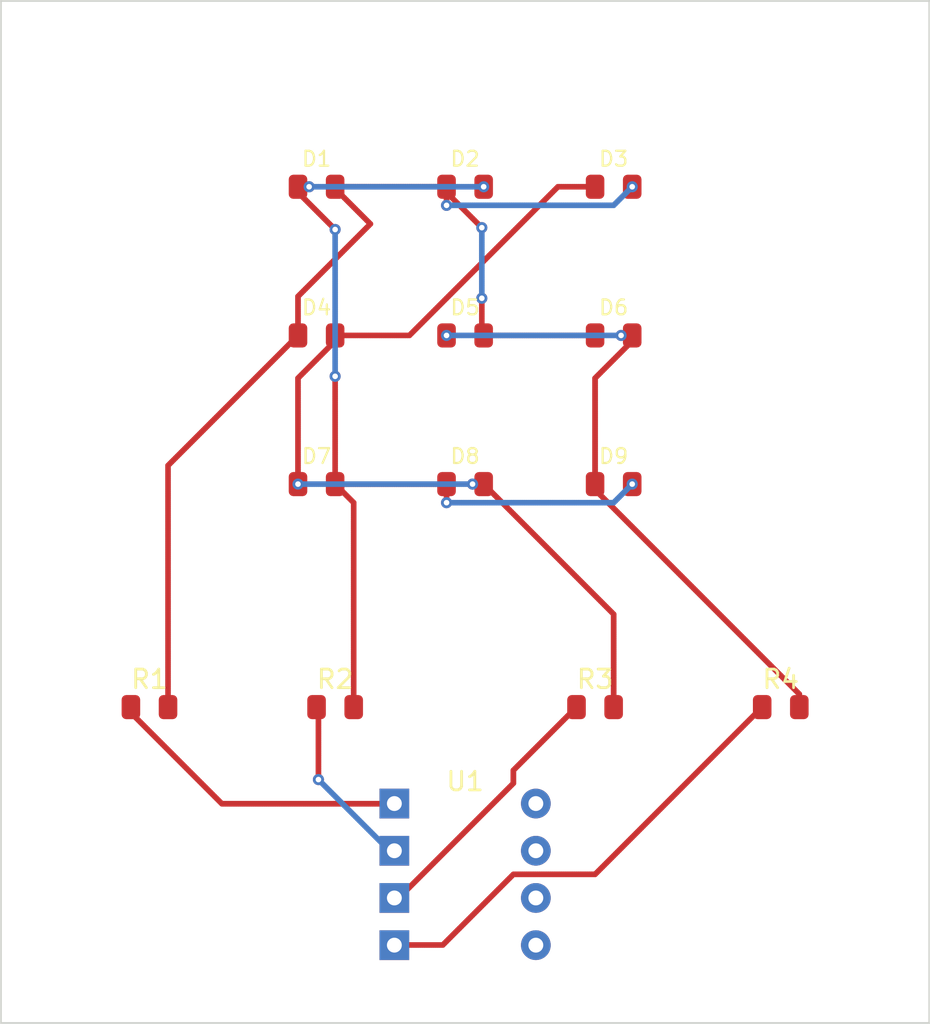
<source format=kicad_pcb>
(kicad_pcb (version 20240108) (generator "kicad-tools-demo") (generator_version "8.0")
  (layers (0 "F.Cu" signal) (31 "B.Cu" signal) (34 "B.Paste" user) (35 "F.Paste" user) (36 "B.SilkS" user "B.Silkscreen") (37 "F.SilkS" user "F.Silkscreen") (38 "B.Mask" user) (39 "F.Mask" user) (44 "Edge.Cuts" user))
  (net 0 "")
  (net 1 "LINE_A")
  (net 2 "LINE_B")
  (net 3 "LINE_C")
  (net 4 "LINE_D")
  (net 5 "NODE_A")
  (net 6 "NODE_B")
  (net 7 "NODE_C")
  (net 8 "NODE_D")
  (net 9 "VCC")
  (net 10 "GND")
  (gr_rect (start 100.0 100.0) (end 150.0 155.0) (stroke (width 0.1)) (fill none) (layer "Edge.Cuts"))
  (footprint "Package_DIP:DIP-8_W7.62mm" (layer "F.Cu") (at 125.0 147.0)
    (fp_text reference "U1")
    (fp_text value "MCU")
  )
  (footprint "Resistor_SMD:R_0805_2012Metric" (layer "F.Cu") (at 108.0 138.0)
    (fp_text reference "R1")
    (fp_text value "330R")
  )
  (footprint "Resistor_SMD:R_0805_2012Metric" (layer "F.Cu") (at 118.0 138.0)
    (fp_text reference "R2")
    (fp_text value "330R")
  )
  (footprint "Resistor_SMD:R_0805_2012Metric" (layer "F.Cu") (at 132.0 138.0)
    (fp_text reference "R3")
    (fp_text value "330R")
  )
  (footprint "Resistor_SMD:R_0805_2012Metric" (layer "F.Cu") (at 142.0 138.0)
    (fp_text reference "R4")
    (fp_text value "330R")
  )
  (footprint "LED_SMD:LED_0805_2012Metric" (layer "F.Cu") (at 117.0 110.0)
    (fp_text reference "D1")
    (fp_text value "LED")
  )
  (footprint "LED_SMD:LED_0805_2012Metric" (layer "F.Cu") (at 125.0 110.0)
    (fp_text reference "D2")
    (fp_text value "LED")
  )
  (footprint "LED_SMD:LED_0805_2012Metric" (layer "F.Cu") (at 133.0 110.0)
    (fp_text reference "D3")
    (fp_text value "LED")
  )
  (footprint "LED_SMD:LED_0805_2012Metric" (layer "F.Cu") (at 117.0 118.0)
    (fp_text reference "D4")
    (fp_text value "LED")
  )
  (footprint "LED_SMD:LED_0805_2012Metric" (layer "F.Cu") (at 125.0 118.0)
    (fp_text reference "D5")
    (fp_text value "LED")
  )
  (footprint "LED_SMD:LED_0805_2012Metric" (layer "F.Cu") (at 133.0 118.0)
    (fp_text reference "D6")
    (fp_text value "LED")
  )
  (footprint "LED_SMD:LED_0805_2012Metric" (layer "F.Cu") (at 117.0 126.0)
    (fp_text reference "D7")
    (fp_text value "LED")
  )
  (footprint "LED_SMD:LED_0805_2012Metric" (layer "F.Cu") (at 125.0 126.0)
    (fp_text reference "D8")
    (fp_text value "LED")
  )
  (footprint "LED_SMD:LED_0805_2012Metric" (layer "F.Cu") (at 133.0 126.0)
    (fp_text reference "D9")
    (fp_text value "LED")
  )
  (segment (start 121.1900 143.1900) (end 121.2000 143.2000) (width 0.3) (layer "F.Cu") (net 1))
  (segment (start 121.2000 143.2000) (end 121.1000 143.2000) (width 0.3) (layer "F.Cu") (net 1))
  (segment (start 121.1000 143.2000) (end 121.0000 143.2000) (width 0.3) (layer "F.Cu") (net 1))
  (segment (start 121.0000 143.2000) (end 120.9000 143.2000) (width 0.3) (layer "F.Cu") (net 1))
  (segment (start 120.9000 143.2000) (end 120.8000 143.2000) (width 0.3) (layer "F.Cu") (net 1))
  (segment (start 120.8000 143.2000) (end 120.7000 143.2000) (width 0.3) (layer "F.Cu") (net 1))
  (segment (start 120.7000 143.2000) (end 120.6000 143.2000) (width 0.3) (layer "F.Cu") (net 1))
  (segment (start 120.6000 143.2000) (end 120.5000 143.2000) (width 0.3) (layer "F.Cu") (net 1))
  (segment (start 120.5000 143.2000) (end 120.4000 143.2000) (width 0.3) (layer "F.Cu") (net 1))
  (segment (start 120.4000 143.2000) (end 120.3000 143.2000) (width 0.3) (layer "F.Cu") (net 1))
  (segment (start 120.3000 143.2000) (end 120.2000 143.2000) (width 0.3) (layer "F.Cu") (net 1))
  (segment (start 120.2000 143.2000) (end 120.1000 143.2000) (width 0.3) (layer "F.Cu") (net 1))
  (segment (start 120.1000 143.2000) (end 120.0000 143.2000) (width 0.3) (layer "F.Cu") (net 1))
  (segment (start 120.0000 143.2000) (end 119.9000 143.2000) (width 0.3) (layer "F.Cu") (net 1))
  (segment (start 119.9000 143.2000) (end 119.8000 143.2000) (width 0.3) (layer "F.Cu") (net 1))
  (segment (start 119.8000 143.2000) (end 119.7000 143.2000) (width 0.3) (layer "F.Cu") (net 1))
  (segment (start 119.7000 143.2000) (end 119.6000 143.2000) (width 0.3) (layer "F.Cu") (net 1))
  (segment (start 119.6000 143.2000) (end 119.5000 143.2000) (width 0.3) (layer "F.Cu") (net 1))
  (segment (start 119.5000 143.2000) (end 119.4000 143.2000) (width 0.3) (layer "F.Cu") (net 1))
  (segment (start 119.4000 143.2000) (end 119.3000 143.2000) (width 0.3) (layer "F.Cu") (net 1))
  (segment (start 119.3000 143.2000) (end 119.2000 143.2000) (width 0.3) (layer "F.Cu") (net 1))
  (segment (start 119.2000 143.2000) (end 119.1000 143.2000) (width 0.3) (layer "F.Cu") (net 1))
  (segment (start 119.1000 143.2000) (end 119.0000 143.2000) (width 0.3) (layer "F.Cu") (net 1))
  (segment (start 119.0000 143.2000) (end 118.9000 143.2000) (width 0.3) (layer "F.Cu") (net 1))
  (segment (start 118.9000 143.2000) (end 118.8000 143.2000) (width 0.3) (layer "F.Cu") (net 1))
  (segment (start 118.8000 143.2000) (end 118.7000 143.2000) (width 0.3) (layer "F.Cu") (net 1))
  (segment (start 118.7000 143.2000) (end 118.6000 143.2000) (width 0.3) (layer "F.Cu") (net 1))
  (segment (start 118.6000 143.2000) (end 118.5000 143.2000) (width 0.3) (layer "F.Cu") (net 1))
  (segment (start 118.5000 143.2000) (end 118.4000 143.2000) (width 0.3) (layer "F.Cu") (net 1))
  (segment (start 118.4000 143.2000) (end 118.3000 143.2000) (width 0.3) (layer "F.Cu") (net 1))
  (segment (start 118.3000 143.2000) (end 118.2000 143.2000) (width 0.3) (layer "F.Cu") (net 1))
  (segment (start 118.2000 143.2000) (end 118.1000 143.2000) (width 0.3) (layer "F.Cu") (net 1))
  (segment (start 118.1000 143.2000) (end 118.0000 143.2000) (width 0.3) (layer "F.Cu") (net 1))
  (segment (start 118.0000 143.2000) (end 117.9000 143.2000) (width 0.3) (layer "F.Cu") (net 1))
  (segment (start 117.9000 143.2000) (end 117.8000 143.2000) (width 0.3) (layer "F.Cu") (net 1))
  (segment (start 117.8000 143.2000) (end 117.7000 143.2000) (width 0.3) (layer "F.Cu") (net 1))
  (segment (start 117.7000 143.2000) (end 117.6000 143.2000) (width 0.3) (layer "F.Cu") (net 1))
  (segment (start 117.6000 143.2000) (end 117.5000 143.2000) (width 0.3) (layer "F.Cu") (net 1))
  (segment (start 117.5000 143.2000) (end 117.4000 143.2000) (width 0.3) (layer "F.Cu") (net 1))
  (segment (start 117.4000 143.2000) (end 117.3000 143.2000) (width 0.3) (layer "F.Cu") (net 1))
  (segment (start 117.3000 143.2000) (end 117.2000 143.2000) (width 0.3) (layer "F.Cu") (net 1))
  (segment (start 117.2000 143.2000) (end 117.1000 143.2000) (width 0.3) (layer "F.Cu") (net 1))
  (segment (start 117.1000 143.2000) (end 117.0000 143.2000) (width 0.3) (layer "F.Cu") (net 1))
  (segment (start 117.0000 143.2000) (end 116.9000 143.2000) (width 0.3) (layer "F.Cu") (net 1))
  (segment (start 116.9000 143.2000) (end 116.8000 143.2000) (width 0.3) (layer "F.Cu") (net 1))
  (segment (start 116.8000 143.2000) (end 116.7000 143.2000) (width 0.3) (layer "F.Cu") (net 1))
  (segment (start 116.7000 143.2000) (end 116.6000 143.2000) (width 0.3) (layer "F.Cu") (net 1))
  (segment (start 116.6000 143.2000) (end 116.5000 143.2000) (width 0.3) (layer "F.Cu") (net 1))
  (segment (start 116.5000 143.2000) (end 116.4000 143.2000) (width 0.3) (layer "F.Cu") (net 1))
  (segment (start 116.4000 143.2000) (end 116.3000 143.2000) (width 0.3) (layer "F.Cu") (net 1))
  (segment (start 116.3000 143.2000) (end 116.2000 143.2000) (width 0.3) (layer "F.Cu") (net 1))
  (segment (start 116.2000 143.2000) (end 116.1000 143.2000) (width 0.3) (layer "F.Cu") (net 1))
  (segment (start 116.1000 143.2000) (end 116.0000 143.2000) (width 0.3) (layer "F.Cu") (net 1))
  (segment (start 116.0000 143.2000) (end 115.9000 143.2000) (width 0.3) (layer "F.Cu") (net 1))
  (segment (start 115.9000 143.2000) (end 115.8000 143.2000) (width 0.3) (layer "F.Cu") (net 1))
  (segment (start 115.8000 143.2000) (end 115.7000 143.2000) (width 0.3) (layer "F.Cu") (net 1))
  (segment (start 115.7000 143.2000) (end 115.6000 143.2000) (width 0.3) (layer "F.Cu") (net 1))
  (segment (start 115.6000 143.2000) (end 115.5000 143.2000) (width 0.3) (layer "F.Cu") (net 1))
  (segment (start 115.5000 143.2000) (end 115.4000 143.2000) (width 0.3) (layer "F.Cu") (net 1))
  (segment (start 115.4000 143.2000) (end 115.3000 143.2000) (width 0.3) (layer "F.Cu") (net 1))
  (segment (start 115.3000 143.2000) (end 115.2000 143.2000) (width 0.3) (layer "F.Cu") (net 1))
  (segment (start 115.2000 143.2000) (end 115.1000 143.2000) (width 0.3) (layer "F.Cu") (net 1))
  (segment (start 115.1000 143.2000) (end 115.0000 143.2000) (width 0.3) (layer "F.Cu") (net 1))
  (segment (start 115.0000 143.2000) (end 114.9000 143.2000) (width 0.3) (layer "F.Cu") (net 1))
  (segment (start 114.9000 143.2000) (end 114.8000 143.2000) (width 0.3) (layer "F.Cu") (net 1))
  (segment (start 114.8000 143.2000) (end 114.7000 143.2000) (width 0.3) (layer "F.Cu") (net 1))
  (segment (start 114.7000 143.2000) (end 114.6000 143.2000) (width 0.3) (layer "F.Cu") (net 1))
  (segment (start 114.6000 143.2000) (end 114.5000 143.2000) (width 0.3) (layer "F.Cu") (net 1))
  (segment (start 114.5000 143.2000) (end 114.4000 143.2000) (width 0.3) (layer "F.Cu") (net 1))
  (segment (start 114.4000 143.2000) (end 114.3000 143.2000) (width 0.3) (layer "F.Cu") (net 1))
  (segment (start 114.3000 143.2000) (end 114.2000 143.2000) (width 0.3) (layer "F.Cu") (net 1))
  (segment (start 114.2000 143.2000) (end 114.1000 143.2000) (width 0.3) (layer "F.Cu") (net 1))
  (segment (start 114.1000 143.2000) (end 114.0000 143.2000) (width 0.3) (layer "F.Cu") (net 1))
  (segment (start 114.0000 143.2000) (end 113.9000 143.2000) (width 0.3) (layer "F.Cu") (net 1))
  (segment (start 113.9000 143.2000) (end 113.8000 143.2000) (width 0.3) (layer "F.Cu") (net 1))
  (segment (start 113.8000 143.2000) (end 113.7000 143.2000) (width 0.3) (layer "F.Cu") (net 1))
  (segment (start 113.7000 143.2000) (end 113.6000 143.2000) (width 0.3) (layer "F.Cu") (net 1))
  (segment (start 113.6000 143.2000) (end 113.5000 143.2000) (width 0.3) (layer "F.Cu") (net 1))
  (segment (start 113.5000 143.2000) (end 113.4000 143.2000) (width 0.3) (layer "F.Cu") (net 1))
  (segment (start 113.4000 143.2000) (end 113.3000 143.2000) (width 0.3) (layer "F.Cu") (net 1))
  (segment (start 113.3000 143.2000) (end 113.2000 143.2000) (width 0.3) (layer "F.Cu") (net 1))
  (segment (start 113.2000 143.2000) (end 113.1000 143.2000) (width 0.3) (layer "F.Cu") (net 1))
  (segment (start 113.1000 143.2000) (end 113.0000 143.2000) (width 0.3) (layer "F.Cu") (net 1))
  (segment (start 113.0000 143.2000) (end 112.9000 143.2000) (width 0.3) (layer "F.Cu") (net 1))
  (segment (start 112.9000 143.2000) (end 112.8000 143.2000) (width 0.3) (layer "F.Cu") (net 1))
  (segment (start 112.8000 143.2000) (end 112.7000 143.2000) (width 0.3) (layer "F.Cu") (net 1))
  (segment (start 112.7000 143.2000) (end 112.6000 143.2000) (width 0.3) (layer "F.Cu") (net 1))
  (segment (start 112.6000 143.2000) (end 112.5000 143.2000) (width 0.3) (layer "F.Cu") (net 1))
  (segment (start 112.5000 143.2000) (end 112.4000 143.2000) (width 0.3) (layer "F.Cu") (net 1))
  (segment (start 112.4000 143.2000) (end 112.3000 143.2000) (width 0.3) (layer "F.Cu") (net 1))
  (segment (start 112.3000 143.2000) (end 112.2000 143.2000) (width 0.3) (layer "F.Cu") (net 1))
  (segment (start 112.2000 143.2000) (end 112.1000 143.2000) (width 0.3) (layer "F.Cu") (net 1))
  (segment (start 112.1000 143.2000) (end 112.0000 143.2000) (width 0.3) (layer "F.Cu") (net 1))
  (segment (start 112.0000 143.2000) (end 111.9000 143.2000) (width 0.3) (layer "F.Cu") (net 1))
  (segment (start 111.9000 143.2000) (end 111.8000 143.1000) (width 0.3) (layer "F.Cu") (net 1))
  (segment (start 111.8000 143.1000) (end 111.7000 143.0000) (width 0.3) (layer "F.Cu") (net 1))
  (segment (start 111.7000 143.0000) (end 111.6000 142.9000) (width 0.3) (layer "F.Cu") (net 1))
  (segment (start 111.6000 142.9000) (end 111.5000 142.8000) (width 0.3) (layer "F.Cu") (net 1))
  (segment (start 111.5000 142.8000) (end 111.4000 142.7000) (width 0.3) (layer "F.Cu") (net 1))
  (segment (start 111.4000 142.7000) (end 111.3000 142.6000) (width 0.3) (layer "F.Cu") (net 1))
  (segment (start 111.3000 142.6000) (end 111.2000 142.5000) (width 0.3) (layer "F.Cu") (net 1))
  (segment (start 111.2000 142.5000) (end 111.1000 142.4000) (width 0.3) (layer "F.Cu") (net 1))
  (segment (start 111.1000 142.4000) (end 111.0000 142.3000) (width 0.3) (layer "F.Cu") (net 1))
  (segment (start 111.0000 142.3000) (end 110.9000 142.2000) (width 0.3) (layer "F.Cu") (net 1))
  (segment (start 110.9000 142.2000) (end 110.8000 142.1000) (width 0.3) (layer "F.Cu") (net 1))
  (segment (start 110.8000 142.1000) (end 110.7000 142.0000) (width 0.3) (layer "F.Cu") (net 1))
  (segment (start 110.7000 142.0000) (end 110.6000 141.9000) (width 0.3) (layer "F.Cu") (net 1))
  (segment (start 110.6000 141.9000) (end 110.5000 141.8000) (width 0.3) (layer "F.Cu") (net 1))
  (segment (start 110.5000 141.8000) (end 110.4000 141.7000) (width 0.3) (layer "F.Cu") (net 1))
  (segment (start 110.4000 141.7000) (end 110.3000 141.6000) (width 0.3) (layer "F.Cu") (net 1))
  (segment (start 110.3000 141.6000) (end 110.2000 141.5000) (width 0.3) (layer "F.Cu") (net 1))
  (segment (start 110.2000 141.5000) (end 110.1000 141.4000) (width 0.3) (layer "F.Cu") (net 1))
  (segment (start 110.1000 141.4000) (end 110.0000 141.3000) (width 0.3) (layer "F.Cu") (net 1))
  (segment (start 110.0000 141.3000) (end 109.9000 141.2000) (width 0.3) (layer "F.Cu") (net 1))
  (segment (start 109.9000 141.2000) (end 109.8000 141.1000) (width 0.3) (layer "F.Cu") (net 1))
  (segment (start 109.8000 141.1000) (end 109.7000 141.0000) (width 0.3) (layer "F.Cu") (net 1))
  (segment (start 109.7000 141.0000) (end 109.6000 140.9000) (width 0.3) (layer "F.Cu") (net 1))
  (segment (start 109.6000 140.9000) (end 109.5000 140.8000) (width 0.3) (layer "F.Cu") (net 1))
  (segment (start 109.5000 140.8000) (end 109.4000 140.7000) (width 0.3) (layer "F.Cu") (net 1))
  (segment (start 109.4000 140.7000) (end 109.3000 140.6000) (width 0.3) (layer "F.Cu") (net 1))
  (segment (start 109.3000 140.6000) (end 109.2000 140.5000) (width 0.3) (layer "F.Cu") (net 1))
  (segment (start 109.2000 140.5000) (end 109.1000 140.4000) (width 0.3) (layer "F.Cu") (net 1))
  (segment (start 109.1000 140.4000) (end 109.0000 140.3000) (width 0.3) (layer "F.Cu") (net 1))
  (segment (start 109.0000 140.3000) (end 108.9000 140.2000) (width 0.3) (layer "F.Cu") (net 1))
  (segment (start 108.9000 140.2000) (end 108.8000 140.1000) (width 0.3) (layer "F.Cu") (net 1))
  (segment (start 108.8000 140.1000) (end 108.7000 140.0000) (width 0.3) (layer "F.Cu") (net 1))
  (segment (start 108.7000 140.0000) (end 108.6000 139.9000) (width 0.3) (layer "F.Cu") (net 1))
  (segment (start 108.6000 139.9000) (end 108.5000 139.8000) (width 0.3) (layer "F.Cu") (net 1))
  (segment (start 108.5000 139.8000) (end 108.4000 139.7000) (width 0.3) (layer "F.Cu") (net 1))
  (segment (start 108.4000 139.7000) (end 108.3000 139.6000) (width 0.3) (layer "F.Cu") (net 1))
  (segment (start 108.3000 139.6000) (end 108.2000 139.5000) (width 0.3) (layer "F.Cu") (net 1))
  (segment (start 108.2000 139.5000) (end 108.1000 139.4000) (width 0.3) (layer "F.Cu") (net 1))
  (segment (start 108.1000 139.4000) (end 108.0000 139.3000) (width 0.3) (layer "F.Cu") (net 1))
  (segment (start 108.0000 139.3000) (end 107.9000 139.2000) (width 0.3) (layer "F.Cu") (net 1))
  (segment (start 107.9000 139.2000) (end 107.8000 139.1000) (width 0.3) (layer "F.Cu") (net 1))
  (segment (start 107.8000 139.1000) (end 107.7000 139.0000) (width 0.3) (layer "F.Cu") (net 1))
  (segment (start 107.7000 139.0000) (end 107.6000 138.9000) (width 0.3) (layer "F.Cu") (net 1))
  (segment (start 107.6000 138.9000) (end 107.5000 138.8000) (width 0.3) (layer "F.Cu") (net 1))
  (segment (start 107.5000 138.8000) (end 107.4000 138.7000) (width 0.3) (layer "F.Cu") (net 1))
  (segment (start 107.4000 138.7000) (end 107.3000 138.6000) (width 0.3) (layer "F.Cu") (net 1))
  (segment (start 107.3000 138.6000) (end 107.2000 138.5000) (width 0.3) (layer "F.Cu") (net 1))
  (segment (start 107.2000 138.5000) (end 107.1000 138.4000) (width 0.3) (layer "F.Cu") (net 1))
  (segment (start 107.1000 138.4000) (end 107.0000 138.3000) (width 0.3) (layer "F.Cu") (net 1))
  (segment (start 107.0000 138.3000) (end 107.0000 138.2000) (width 0.3) (layer "F.Cu") (net 1))
  (segment (start 107.0000 138.2000) (end 107.0000 138.1000) (width 0.3) (layer "F.Cu") (net 1))
  (segment (start 107.0000 138.1000) (end 107.0000 138.0000) (width 0.3) (layer "F.Cu") (net 1))
  (segment (start 121.1900 145.7300) (end 121.2000 145.7000) (width 0.3) (layer "B.Cu") (net 2))
  (segment (start 121.2000 145.7000) (end 121.1000 145.7000) (width 0.3) (layer "B.Cu") (net 2))
  (segment (start 121.1000 145.7000) (end 121.0000 145.7000) (width 0.3) (layer "B.Cu") (net 2))
  (segment (start 121.0000 145.7000) (end 120.9000 145.7000) (width 0.3) (layer "B.Cu") (net 2))
  (segment (start 120.9000 145.7000) (end 120.8000 145.6000) (width 0.3) (layer "B.Cu") (net 2))
  (segment (start 120.8000 145.6000) (end 120.7000 145.5000) (width 0.3) (layer "B.Cu") (net 2))
  (segment (start 120.7000 145.5000) (end 120.6000 145.4000) (width 0.3) (layer "B.Cu") (net 2))
  (segment (start 120.6000 145.4000) (end 120.5000 145.3000) (width 0.3) (layer "B.Cu") (net 2))
  (segment (start 120.5000 145.3000) (end 120.4000 145.2000) (width 0.3) (layer "B.Cu") (net 2))
  (segment (start 120.4000 145.2000) (end 120.3000 145.1000) (width 0.3) (layer "B.Cu") (net 2))
  (segment (start 120.3000 145.1000) (end 120.2000 145.0000) (width 0.3) (layer "B.Cu") (net 2))
  (segment (start 120.2000 145.0000) (end 120.1000 144.9000) (width 0.3) (layer "B.Cu") (net 2))
  (segment (start 120.1000 144.9000) (end 120.0000 144.8000) (width 0.3) (layer "B.Cu") (net 2))
  (segment (start 120.0000 144.8000) (end 119.9000 144.7000) (width 0.3) (layer "B.Cu") (net 2))
  (segment (start 119.9000 144.7000) (end 119.8000 144.6000) (width 0.3) (layer "B.Cu") (net 2))
  (segment (start 119.8000 144.6000) (end 119.7000 144.5000) (width 0.3) (layer "B.Cu") (net 2))
  (segment (start 119.7000 144.5000) (end 119.6000 144.4000) (width 0.3) (layer "B.Cu") (net 2))
  (segment (start 119.6000 144.4000) (end 119.5000 144.3000) (width 0.3) (layer "B.Cu") (net 2))
  (segment (start 119.5000 144.3000) (end 119.4000 144.2000) (width 0.3) (layer "B.Cu") (net 2))
  (segment (start 119.4000 144.2000) (end 119.3000 144.1000) (width 0.3) (layer "B.Cu") (net 2))
  (segment (start 119.3000 144.1000) (end 119.2000 144.0000) (width 0.3) (layer "B.Cu") (net 2))
  (segment (start 119.2000 144.0000) (end 119.1000 143.9000) (width 0.3) (layer "B.Cu") (net 2))
  (segment (start 119.1000 143.9000) (end 119.0000 143.8000) (width 0.3) (layer "B.Cu") (net 2))
  (segment (start 119.0000 143.8000) (end 118.9000 143.7000) (width 0.3) (layer "B.Cu") (net 2))
  (segment (start 118.9000 143.7000) (end 118.8000 143.6000) (width 0.3) (layer "B.Cu") (net 2))
  (segment (start 118.8000 143.6000) (end 118.7000 143.5000) (width 0.3) (layer "B.Cu") (net 2))
  (segment (start 118.7000 143.5000) (end 118.6000 143.4000) (width 0.3) (layer "B.Cu") (net 2))
  (segment (start 118.6000 143.4000) (end 118.5000 143.3000) (width 0.3) (layer "B.Cu") (net 2))
  (segment (start 118.5000 143.3000) (end 118.4000 143.2000) (width 0.3) (layer "B.Cu") (net 2))
  (segment (start 118.4000 143.2000) (end 118.3000 143.1000) (width 0.3) (layer "B.Cu") (net 2))
  (segment (start 118.3000 143.1000) (end 118.2000 143.0000) (width 0.3) (layer "B.Cu") (net 2))
  (segment (start 118.2000 143.0000) (end 118.1000 142.9000) (width 0.3) (layer "B.Cu") (net 2))
  (segment (start 118.1000 142.9000) (end 118.0000 142.8000) (width 0.3) (layer "B.Cu") (net 2))
  (segment (start 118.0000 142.8000) (end 117.9000 142.7000) (width 0.3) (layer "B.Cu") (net 2))
  (segment (start 117.9000 142.7000) (end 117.8000 142.6000) (width 0.3) (layer "B.Cu") (net 2))
  (segment (start 117.8000 142.6000) (end 117.7000 142.5000) (width 0.3) (layer "B.Cu") (net 2))
  (segment (start 117.7000 142.5000) (end 117.6000 142.4000) (width 0.3) (layer "B.Cu") (net 2))
  (segment (start 117.6000 142.4000) (end 117.5000 142.3000) (width 0.3) (layer "B.Cu") (net 2))
  (segment (start 117.5000 142.3000) (end 117.4000 142.2000) (width 0.3) (layer "B.Cu") (net 2))
  (segment (start 117.4000 142.2000) (end 117.3000 142.1000) (width 0.3) (layer "B.Cu") (net 2))
  (segment (start 117.3000 142.1000) (end 117.2000 142.0000) (width 0.3) (layer "B.Cu") (net 2))
  (segment (start 117.2000 142.0000) (end 117.1000 141.9000) (width 0.3) (layer "B.Cu") (net 2))
  (segment (start 117.1000 141.9000) (end 117.1000 141.8000) (width 0.3) (layer "F.Cu") (net 2))
  (segment (start 117.1000 141.8000) (end 117.1000 141.7000) (width 0.3) (layer "F.Cu") (net 2))
  (segment (start 117.1000 141.7000) (end 117.1000 141.6000) (width 0.3) (layer "F.Cu") (net 2))
  (segment (start 117.1000 141.6000) (end 117.1000 141.5000) (width 0.3) (layer "F.Cu") (net 2))
  (segment (start 117.1000 141.5000) (end 117.1000 141.4000) (width 0.3) (layer "F.Cu") (net 2))
  (segment (start 117.1000 141.4000) (end 117.1000 141.3000) (width 0.3) (layer "F.Cu") (net 2))
  (segment (start 117.1000 141.3000) (end 117.1000 141.2000) (width 0.3) (layer "F.Cu") (net 2))
  (segment (start 117.1000 141.2000) (end 117.1000 141.1000) (width 0.3) (layer "F.Cu") (net 2))
  (segment (start 117.1000 141.1000) (end 117.1000 141.0000) (width 0.3) (layer "F.Cu") (net 2))
  (segment (start 117.1000 141.0000) (end 117.1000 140.9000) (width 0.3) (layer "F.Cu") (net 2))
  (segment (start 117.1000 140.9000) (end 117.1000 140.8000) (width 0.3) (layer "F.Cu") (net 2))
  (segment (start 117.1000 140.8000) (end 117.1000 140.7000) (width 0.3) (layer "F.Cu") (net 2))
  (segment (start 117.1000 140.7000) (end 117.1000 140.6000) (width 0.3) (layer "F.Cu") (net 2))
  (segment (start 117.1000 140.6000) (end 117.1000 140.5000) (width 0.3) (layer "F.Cu") (net 2))
  (segment (start 117.1000 140.5000) (end 117.1000 140.4000) (width 0.3) (layer "F.Cu") (net 2))
  (segment (start 117.1000 140.4000) (end 117.1000 140.3000) (width 0.3) (layer "F.Cu") (net 2))
  (segment (start 117.1000 140.3000) (end 117.1000 140.2000) (width 0.3) (layer "F.Cu") (net 2))
  (segment (start 117.1000 140.2000) (end 117.1000 140.1000) (width 0.3) (layer "F.Cu") (net 2))
  (segment (start 117.1000 140.1000) (end 117.1000 140.0000) (width 0.3) (layer "F.Cu") (net 2))
  (segment (start 117.1000 140.0000) (end 117.1000 139.9000) (width 0.3) (layer "F.Cu") (net 2))
  (segment (start 117.1000 139.9000) (end 117.1000 139.8000) (width 0.3) (layer "F.Cu") (net 2))
  (segment (start 117.1000 139.8000) (end 117.1000 139.7000) (width 0.3) (layer "F.Cu") (net 2))
  (segment (start 117.1000 139.7000) (end 117.1000 139.6000) (width 0.3) (layer "F.Cu") (net 2))
  (segment (start 117.1000 139.6000) (end 117.1000 139.5000) (width 0.3) (layer "F.Cu") (net 2))
  (segment (start 117.1000 139.5000) (end 117.1000 139.4000) (width 0.3) (layer "F.Cu") (net 2))
  (segment (start 117.1000 139.4000) (end 117.1000 139.3000) (width 0.3) (layer "F.Cu") (net 2))
  (segment (start 117.1000 139.3000) (end 117.1000 139.2000) (width 0.3) (layer "F.Cu") (net 2))
  (segment (start 117.1000 139.2000) (end 117.1000 139.1000) (width 0.3) (layer "F.Cu") (net 2))
  (segment (start 117.1000 139.1000) (end 117.1000 139.0000) (width 0.3) (layer "F.Cu") (net 2))
  (segment (start 117.1000 139.0000) (end 117.1000 138.9000) (width 0.3) (layer "F.Cu") (net 2))
  (segment (start 117.1000 138.9000) (end 117.1000 138.8000) (width 0.3) (layer "F.Cu") (net 2))
  (segment (start 117.1000 138.8000) (end 117.1000 138.7000) (width 0.3) (layer "F.Cu") (net 2))
  (segment (start 117.1000 138.7000) (end 117.1000 138.6000) (width 0.3) (layer "F.Cu") (net 2))
  (segment (start 117.1000 138.6000) (end 117.1000 138.5000) (width 0.3) (layer "F.Cu") (net 2))
  (segment (start 117.1000 138.5000) (end 117.1000 138.4000) (width 0.3) (layer "F.Cu") (net 2))
  (segment (start 117.1000 138.4000) (end 117.1000 138.3000) (width 0.3) (layer "F.Cu") (net 2))
  (segment (start 117.1000 138.3000) (end 117.1000 138.2000) (width 0.3) (layer "F.Cu") (net 2))
  (segment (start 117.1000 138.2000) (end 117.1000 138.1000) (width 0.3) (layer "F.Cu") (net 2))
  (segment (start 117.1000 138.1000) (end 117.0000 138.0000) (width 0.3) (layer "F.Cu") (net 2))
  (via (at 117.1000 141.9000) (size 0.6) (drill 0.3) (layers "B.Cu" "F.Cu") (net 2))
  (segment (start 121.1900 148.2700) (end 121.2000 148.3000) (width 0.3) (layer "F.Cu") (net 3))
  (segment (start 121.2000 148.3000) (end 121.3000 148.3000) (width 0.3) (layer "F.Cu") (net 3))
  (segment (start 121.3000 148.3000) (end 121.4000 148.3000) (width 0.3) (layer "F.Cu") (net 3))
  (segment (start 121.4000 148.3000) (end 121.5000 148.2000) (width 0.3) (layer "F.Cu") (net 3))
  (segment (start 121.5000 148.2000) (end 121.6000 148.1000) (width 0.3) (layer "F.Cu") (net 3))
  (segment (start 121.6000 148.1000) (end 121.7000 148.0000) (width 0.3) (layer "F.Cu") (net 3))
  (segment (start 121.7000 148.0000) (end 121.8000 147.9000) (width 0.3) (layer "F.Cu") (net 3))
  (segment (start 121.8000 147.9000) (end 121.9000 147.8000) (width 0.3) (layer "F.Cu") (net 3))
  (segment (start 121.9000 147.8000) (end 122.0000 147.7000) (width 0.3) (layer "F.Cu") (net 3))
  (segment (start 122.0000 147.7000) (end 122.1000 147.6000) (width 0.3) (layer "F.Cu") (net 3))
  (segment (start 122.1000 147.6000) (end 122.2000 147.5000) (width 0.3) (layer "F.Cu") (net 3))
  (segment (start 122.2000 147.5000) (end 122.3000 147.4000) (width 0.3) (layer "F.Cu") (net 3))
  (segment (start 122.3000 147.4000) (end 122.4000 147.3000) (width 0.3) (layer "F.Cu") (net 3))
  (segment (start 122.4000 147.3000) (end 122.5000 147.2000) (width 0.3) (layer "F.Cu") (net 3))
  (segment (start 122.5000 147.2000) (end 122.6000 147.1000) (width 0.3) (layer "F.Cu") (net 3))
  (segment (start 122.6000 147.1000) (end 122.7000 147.0000) (width 0.3) (layer "F.Cu") (net 3))
  (segment (start 122.7000 147.0000) (end 122.8000 146.9000) (width 0.3) (layer "F.Cu") (net 3))
  (segment (start 122.8000 146.9000) (end 122.9000 146.8000) (width 0.3) (layer "F.Cu") (net 3))
  (segment (start 122.9000 146.8000) (end 123.0000 146.7000) (width 0.3) (layer "F.Cu") (net 3))
  (segment (start 123.0000 146.7000) (end 123.1000 146.6000) (width 0.3) (layer "F.Cu") (net 3))
  (segment (start 123.1000 146.6000) (end 123.2000 146.5000) (width 0.3) (layer "F.Cu") (net 3))
  (segment (start 123.2000 146.5000) (end 123.3000 146.4000) (width 0.3) (layer "F.Cu") (net 3))
  (segment (start 123.3000 146.4000) (end 123.4000 146.3000) (width 0.3) (layer "F.Cu") (net 3))
  (segment (start 123.4000 146.3000) (end 123.5000 146.2000) (width 0.3) (layer "F.Cu") (net 3))
  (segment (start 123.5000 146.2000) (end 123.6000 146.1000) (width 0.3) (layer "F.Cu") (net 3))
  (segment (start 123.6000 146.1000) (end 123.7000 146.0000) (width 0.3) (layer "F.Cu") (net 3))
  (segment (start 123.7000 146.0000) (end 123.8000 145.9000) (width 0.3) (layer "F.Cu") (net 3))
  (segment (start 123.8000 145.9000) (end 123.9000 145.8000) (width 0.3) (layer "F.Cu") (net 3))
  (segment (start 123.9000 145.8000) (end 124.0000 145.7000) (width 0.3) (layer "F.Cu") (net 3))
  (segment (start 124.0000 145.7000) (end 124.1000 145.6000) (width 0.3) (layer "F.Cu") (net 3))
  (segment (start 124.1000 145.6000) (end 124.2000 145.5000) (width 0.3) (layer "F.Cu") (net 3))
  (segment (start 124.2000 145.5000) (end 124.3000 145.4000) (width 0.3) (layer "F.Cu") (net 3))
  (segment (start 124.3000 145.4000) (end 124.4000 145.3000) (width 0.3) (layer "F.Cu") (net 3))
  (segment (start 124.4000 145.3000) (end 124.5000 145.2000) (width 0.3) (layer "F.Cu") (net 3))
  (segment (start 124.5000 145.2000) (end 124.6000 145.1000) (width 0.3) (layer "F.Cu") (net 3))
  (segment (start 124.6000 145.1000) (end 124.7000 145.0000) (width 0.3) (layer "F.Cu") (net 3))
  (segment (start 124.7000 145.0000) (end 124.8000 144.9000) (width 0.3) (layer "F.Cu") (net 3))
  (segment (start 124.8000 144.9000) (end 124.9000 144.8000) (width 0.3) (layer "F.Cu") (net 3))
  (segment (start 124.9000 144.8000) (end 125.0000 144.7000) (width 0.3) (layer "F.Cu") (net 3))
  (segment (start 125.0000 144.7000) (end 125.1000 144.6000) (width 0.3) (layer "F.Cu") (net 3))
  (segment (start 125.1000 144.6000) (end 125.2000 144.5000) (width 0.3) (layer "F.Cu") (net 3))
  (segment (start 125.2000 144.5000) (end 125.3000 144.4000) (width 0.3) (layer "F.Cu") (net 3))
  (segment (start 125.3000 144.4000) (end 125.4000 144.3000) (width 0.3) (layer "F.Cu") (net 3))
  (segment (start 125.4000 144.3000) (end 125.5000 144.2000) (width 0.3) (layer "F.Cu") (net 3))
  (segment (start 125.5000 144.2000) (end 125.6000 144.1000) (width 0.3) (layer "F.Cu") (net 3))
  (segment (start 125.6000 144.1000) (end 125.7000 144.0000) (width 0.3) (layer "F.Cu") (net 3))
  (segment (start 125.7000 144.0000) (end 125.8000 143.9000) (width 0.3) (layer "F.Cu") (net 3))
  (segment (start 125.8000 143.9000) (end 125.9000 143.8000) (width 0.3) (layer "F.Cu") (net 3))
  (segment (start 125.9000 143.8000) (end 126.0000 143.7000) (width 0.3) (layer "F.Cu") (net 3))
  (segment (start 126.0000 143.7000) (end 126.1000 143.6000) (width 0.3) (layer "F.Cu") (net 3))
  (segment (start 126.1000 143.6000) (end 126.2000 143.5000) (width 0.3) (layer "F.Cu") (net 3))
  (segment (start 126.2000 143.5000) (end 126.3000 143.4000) (width 0.3) (layer "F.Cu") (net 3))
  (segment (start 126.3000 143.4000) (end 126.4000 143.3000) (width 0.3) (layer "F.Cu") (net 3))
  (segment (start 126.4000 143.3000) (end 126.5000 143.2000) (width 0.3) (layer "F.Cu") (net 3))
  (segment (start 126.5000 143.2000) (end 126.6000 143.1000) (width 0.3) (layer "F.Cu") (net 3))
  (segment (start 126.6000 143.1000) (end 126.7000 143.0000) (width 0.3) (layer "F.Cu") (net 3))
  (segment (start 126.7000 143.0000) (end 126.8000 142.9000) (width 0.3) (layer "F.Cu") (net 3))
  (segment (start 126.8000 142.9000) (end 126.9000 142.8000) (width 0.3) (layer "F.Cu") (net 3))
  (segment (start 126.9000 142.8000) (end 127.0000 142.7000) (width 0.3) (layer "F.Cu") (net 3))
  (segment (start 127.0000 142.7000) (end 127.1000 142.6000) (width 0.3) (layer "F.Cu") (net 3))
  (segment (start 127.1000 142.6000) (end 127.2000 142.5000) (width 0.3) (layer "F.Cu") (net 3))
  (segment (start 127.2000 142.5000) (end 127.3000 142.4000) (width 0.3) (layer "F.Cu") (net 3))
  (segment (start 127.3000 142.4000) (end 127.4000 142.3000) (width 0.3) (layer "F.Cu") (net 3))
  (segment (start 127.4000 142.3000) (end 127.5000 142.2000) (width 0.3) (layer "F.Cu") (net 3))
  (segment (start 127.5000 142.2000) (end 127.6000 142.1000) (width 0.3) (layer "F.Cu") (net 3))
  (segment (start 127.6000 142.1000) (end 127.6000 142.0000) (width 0.3) (layer "F.Cu") (net 3))
  (segment (start 127.6000 142.0000) (end 127.6000 141.9000) (width 0.3) (layer "F.Cu") (net 3))
  (segment (start 127.6000 141.9000) (end 127.6000 141.8000) (width 0.3) (layer "F.Cu") (net 3))
  (segment (start 127.6000 141.8000) (end 127.6000 141.7000) (width 0.3) (layer "F.Cu") (net 3))
  (segment (start 127.6000 141.7000) (end 127.6000 141.6000) (width 0.3) (layer "F.Cu") (net 3))
  (segment (start 127.6000 141.6000) (end 127.6000 141.5000) (width 0.3) (layer "F.Cu") (net 3))
  (segment (start 127.6000 141.5000) (end 127.6000 141.4000) (width 0.3) (layer "F.Cu") (net 3))
  (segment (start 127.6000 141.4000) (end 127.7000 141.3000) (width 0.3) (layer "F.Cu") (net 3))
  (segment (start 127.7000 141.3000) (end 127.8000 141.2000) (width 0.3) (layer "F.Cu") (net 3))
  (segment (start 127.8000 141.2000) (end 127.9000 141.1000) (width 0.3) (layer "F.Cu") (net 3))
  (segment (start 127.9000 141.1000) (end 128.0000 141.0000) (width 0.3) (layer "F.Cu") (net 3))
  (segment (start 128.0000 141.0000) (end 128.1000 140.9000) (width 0.3) (layer "F.Cu") (net 3))
  (segment (start 128.1000 140.9000) (end 128.2000 140.8000) (width 0.3) (layer "F.Cu") (net 3))
  (segment (start 128.2000 140.8000) (end 128.3000 140.7000) (width 0.3) (layer "F.Cu") (net 3))
  (segment (start 128.3000 140.7000) (end 128.4000 140.6000) (width 0.3) (layer "F.Cu") (net 3))
  (segment (start 128.4000 140.6000) (end 128.5000 140.5000) (width 0.3) (layer "F.Cu") (net 3))
  (segment (start 128.5000 140.5000) (end 128.6000 140.4000) (width 0.3) (layer "F.Cu") (net 3))
  (segment (start 128.6000 140.4000) (end 128.7000 140.3000) (width 0.3) (layer "F.Cu") (net 3))
  (segment (start 128.7000 140.3000) (end 128.8000 140.2000) (width 0.3) (layer "F.Cu") (net 3))
  (segment (start 128.8000 140.2000) (end 128.9000 140.1000) (width 0.3) (layer "F.Cu") (net 3))
  (segment (start 128.9000 140.1000) (end 129.0000 140.0000) (width 0.3) (layer "F.Cu") (net 3))
  (segment (start 129.0000 140.0000) (end 129.1000 139.9000) (width 0.3) (layer "F.Cu") (net 3))
  (segment (start 129.1000 139.9000) (end 129.2000 139.8000) (width 0.3) (layer "F.Cu") (net 3))
  (segment (start 129.2000 139.8000) (end 129.3000 139.7000) (width 0.3) (layer "F.Cu") (net 3))
  (segment (start 129.3000 139.7000) (end 129.4000 139.6000) (width 0.3) (layer "F.Cu") (net 3))
  (segment (start 129.4000 139.6000) (end 129.5000 139.5000) (width 0.3) (layer "F.Cu") (net 3))
  (segment (start 129.5000 139.5000) (end 129.6000 139.4000) (width 0.3) (layer "F.Cu") (net 3))
  (segment (start 129.6000 139.4000) (end 129.7000 139.3000) (width 0.3) (layer "F.Cu") (net 3))
  (segment (start 129.7000 139.3000) (end 129.8000 139.2000) (width 0.3) (layer "F.Cu") (net 3))
  (segment (start 129.8000 139.2000) (end 129.9000 139.1000) (width 0.3) (layer "F.Cu") (net 3))
  (segment (start 129.9000 139.1000) (end 130.0000 139.0000) (width 0.3) (layer "F.Cu") (net 3))
  (segment (start 130.0000 139.0000) (end 130.1000 138.9000) (width 0.3) (layer "F.Cu") (net 3))
  (segment (start 130.1000 138.9000) (end 130.2000 138.8000) (width 0.3) (layer "F.Cu") (net 3))
  (segment (start 130.2000 138.8000) (end 130.3000 138.7000) (width 0.3) (layer "F.Cu") (net 3))
  (segment (start 130.3000 138.7000) (end 130.4000 138.6000) (width 0.3) (layer "F.Cu") (net 3))
  (segment (start 130.4000 138.6000) (end 130.5000 138.5000) (width 0.3) (layer "F.Cu") (net 3))
  (segment (start 130.5000 138.5000) (end 130.6000 138.4000) (width 0.3) (layer "F.Cu") (net 3))
  (segment (start 130.6000 138.4000) (end 130.7000 138.3000) (width 0.3) (layer "F.Cu") (net 3))
  (segment (start 130.7000 138.3000) (end 130.8000 138.2000) (width 0.3) (layer "F.Cu") (net 3))
  (segment (start 130.8000 138.2000) (end 130.9000 138.1000) (width 0.3) (layer "F.Cu") (net 3))
  (segment (start 130.9000 138.1000) (end 131.0000 138.0000) (width 0.3) (layer "F.Cu") (net 3))
  (segment (start 121.1900 150.8100) (end 121.2000 150.8000) (width 0.3) (layer "F.Cu") (net 4))
  (segment (start 121.2000 150.8000) (end 121.3000 150.8000) (width 0.3) (layer "F.Cu") (net 4))
  (segment (start 121.3000 150.8000) (end 121.4000 150.8000) (width 0.3) (layer "F.Cu") (net 4))
  (segment (start 121.4000 150.8000) (end 121.5000 150.8000) (width 0.3) (layer "F.Cu") (net 4))
  (segment (start 121.5000 150.8000) (end 121.6000 150.8000) (width 0.3) (layer "F.Cu") (net 4))
  (segment (start 121.6000 150.8000) (end 121.7000 150.8000) (width 0.3) (layer "F.Cu") (net 4))
  (segment (start 121.7000 150.8000) (end 121.8000 150.8000) (width 0.3) (layer "F.Cu") (net 4))
  (segment (start 121.8000 150.8000) (end 121.9000 150.8000) (width 0.3) (layer "F.Cu") (net 4))
  (segment (start 121.9000 150.8000) (end 122.0000 150.8000) (width 0.3) (layer "F.Cu") (net 4))
  (segment (start 122.0000 150.8000) (end 122.1000 150.8000) (width 0.3) (layer "F.Cu") (net 4))
  (segment (start 122.1000 150.8000) (end 122.2000 150.8000) (width 0.3) (layer "F.Cu") (net 4))
  (segment (start 122.2000 150.8000) (end 122.3000 150.8000) (width 0.3) (layer "F.Cu") (net 4))
  (segment (start 122.3000 150.8000) (end 122.4000 150.8000) (width 0.3) (layer "F.Cu") (net 4))
  (segment (start 122.4000 150.8000) (end 122.5000 150.8000) (width 0.3) (layer "F.Cu") (net 4))
  (segment (start 122.5000 150.8000) (end 122.6000 150.8000) (width 0.3) (layer "F.Cu") (net 4))
  (segment (start 122.6000 150.8000) (end 122.7000 150.8000) (width 0.3) (layer "F.Cu") (net 4))
  (segment (start 122.7000 150.8000) (end 122.8000 150.8000) (width 0.3) (layer "F.Cu") (net 4))
  (segment (start 122.8000 150.8000) (end 122.9000 150.8000) (width 0.3) (layer "F.Cu") (net 4))
  (segment (start 122.9000 150.8000) (end 123.0000 150.8000) (width 0.3) (layer "F.Cu") (net 4))
  (segment (start 123.0000 150.8000) (end 123.1000 150.8000) (width 0.3) (layer "F.Cu") (net 4))
  (segment (start 123.1000 150.8000) (end 123.2000 150.8000) (width 0.3) (layer "F.Cu") (net 4))
  (segment (start 123.2000 150.8000) (end 123.3000 150.8000) (width 0.3) (layer "F.Cu") (net 4))
  (segment (start 123.3000 150.8000) (end 123.4000 150.8000) (width 0.3) (layer "F.Cu") (net 4))
  (segment (start 123.4000 150.8000) (end 123.5000 150.8000) (width 0.3) (layer "F.Cu") (net 4))
  (segment (start 123.5000 150.8000) (end 123.6000 150.8000) (width 0.3) (layer "F.Cu") (net 4))
  (segment (start 123.6000 150.8000) (end 123.7000 150.8000) (width 0.3) (layer "F.Cu") (net 4))
  (segment (start 123.7000 150.8000) (end 123.8000 150.8000) (width 0.3) (layer "F.Cu") (net 4))
  (segment (start 123.8000 150.8000) (end 123.9000 150.7000) (width 0.3) (layer "F.Cu") (net 4))
  (segment (start 123.9000 150.7000) (end 124.0000 150.6000) (width 0.3) (layer "F.Cu") (net 4))
  (segment (start 124.0000 150.6000) (end 124.1000 150.5000) (width 0.3) (layer "F.Cu") (net 4))
  (segment (start 124.1000 150.5000) (end 124.2000 150.4000) (width 0.3) (layer "F.Cu") (net 4))
  (segment (start 124.2000 150.4000) (end 124.3000 150.3000) (width 0.3) (layer "F.Cu") (net 4))
  (segment (start 124.3000 150.3000) (end 124.4000 150.2000) (width 0.3) (layer "F.Cu") (net 4))
  (segment (start 124.4000 150.2000) (end 124.5000 150.1000) (width 0.3) (layer "F.Cu") (net 4))
  (segment (start 124.5000 150.1000) (end 124.6000 150.0000) (width 0.3) (layer "F.Cu") (net 4))
  (segment (start 124.6000 150.0000) (end 124.7000 149.9000) (width 0.3) (layer "F.Cu") (net 4))
  (segment (start 124.7000 149.9000) (end 124.8000 149.8000) (width 0.3) (layer "F.Cu") (net 4))
  (segment (start 124.8000 149.8000) (end 124.9000 149.7000) (width 0.3) (layer "F.Cu") (net 4))
  (segment (start 124.9000 149.7000) (end 125.0000 149.6000) (width 0.3) (layer "F.Cu") (net 4))
  (segment (start 125.0000 149.6000) (end 125.1000 149.5000) (width 0.3) (layer "F.Cu") (net 4))
  (segment (start 125.1000 149.5000) (end 125.2000 149.4000) (width 0.3) (layer "F.Cu") (net 4))
  (segment (start 125.2000 149.4000) (end 125.3000 149.3000) (width 0.3) (layer "F.Cu") (net 4))
  (segment (start 125.3000 149.3000) (end 125.4000 149.2000) (width 0.3) (layer "F.Cu") (net 4))
  (segment (start 125.4000 149.2000) (end 125.5000 149.1000) (width 0.3) (layer "F.Cu") (net 4))
  (segment (start 125.5000 149.1000) (end 125.6000 149.0000) (width 0.3) (layer "F.Cu") (net 4))
  (segment (start 125.6000 149.0000) (end 125.7000 148.9000) (width 0.3) (layer "F.Cu") (net 4))
  (segment (start 125.7000 148.9000) (end 125.8000 148.8000) (width 0.3) (layer "F.Cu") (net 4))
  (segment (start 125.8000 148.8000) (end 125.9000 148.7000) (width 0.3) (layer "F.Cu") (net 4))
  (segment (start 125.9000 148.7000) (end 126.0000 148.6000) (width 0.3) (layer "F.Cu") (net 4))
  (segment (start 126.0000 148.6000) (end 126.1000 148.5000) (width 0.3) (layer "F.Cu") (net 4))
  (segment (start 126.1000 148.5000) (end 126.2000 148.4000) (width 0.3) (layer "F.Cu") (net 4))
  (segment (start 126.2000 148.4000) (end 126.3000 148.3000) (width 0.3) (layer "F.Cu") (net 4))
  (segment (start 126.3000 148.3000) (end 126.4000 148.2000) (width 0.3) (layer "F.Cu") (net 4))
  (segment (start 126.4000 148.2000) (end 126.5000 148.1000) (width 0.3) (layer "F.Cu") (net 4))
  (segment (start 126.5000 148.1000) (end 126.6000 148.0000) (width 0.3) (layer "F.Cu") (net 4))
  (segment (start 126.6000 148.0000) (end 126.7000 147.9000) (width 0.3) (layer "F.Cu") (net 4))
  (segment (start 126.7000 147.9000) (end 126.8000 147.8000) (width 0.3) (layer "F.Cu") (net 4))
  (segment (start 126.8000 147.8000) (end 126.9000 147.7000) (width 0.3) (layer "F.Cu") (net 4))
  (segment (start 126.9000 147.7000) (end 127.0000 147.6000) (width 0.3) (layer "F.Cu") (net 4))
  (segment (start 127.0000 147.6000) (end 127.1000 147.5000) (width 0.3) (layer "F.Cu") (net 4))
  (segment (start 127.1000 147.5000) (end 127.2000 147.4000) (width 0.3) (layer "F.Cu") (net 4))
  (segment (start 127.2000 147.4000) (end 127.3000 147.3000) (width 0.3) (layer "F.Cu") (net 4))
  (segment (start 127.3000 147.3000) (end 127.4000 147.2000) (width 0.3) (layer "F.Cu") (net 4))
  (segment (start 127.4000 147.2000) (end 127.5000 147.1000) (width 0.3) (layer "F.Cu") (net 4))
  (segment (start 127.5000 147.1000) (end 127.6000 147.0000) (width 0.3) (layer "F.Cu") (net 4))
  (segment (start 127.6000 147.0000) (end 127.7000 147.0000) (width 0.3) (layer "F.Cu") (net 4))
  (segment (start 127.7000 147.0000) (end 127.8000 147.0000) (width 0.3) (layer "F.Cu") (net 4))
  (segment (start 127.8000 147.0000) (end 127.9000 147.0000) (width 0.3) (layer "F.Cu") (net 4))
  (segment (start 127.9000 147.0000) (end 128.0000 147.0000) (width 0.3) (layer "F.Cu") (net 4))
  (segment (start 128.0000 147.0000) (end 128.1000 147.0000) (width 0.3) (layer "F.Cu") (net 4))
  (segment (start 128.1000 147.0000) (end 128.2000 147.0000) (width 0.3) (layer "F.Cu") (net 4))
  (segment (start 128.2000 147.0000) (end 128.3000 147.0000) (width 0.3) (layer "F.Cu") (net 4))
  (segment (start 128.3000 147.0000) (end 128.4000 147.0000) (width 0.3) (layer "F.Cu") (net 4))
  (segment (start 128.4000 147.0000) (end 128.5000 147.0000) (width 0.3) (layer "F.Cu") (net 4))
  (segment (start 128.5000 147.0000) (end 128.6000 147.0000) (width 0.3) (layer "F.Cu") (net 4))
  (segment (start 128.6000 147.0000) (end 128.7000 147.0000) (width 0.3) (layer "F.Cu") (net 4))
  (segment (start 128.7000 147.0000) (end 128.8000 147.0000) (width 0.3) (layer "F.Cu") (net 4))
  (segment (start 128.8000 147.0000) (end 128.9000 147.0000) (width 0.3) (layer "F.Cu") (net 4))
  (segment (start 128.9000 147.0000) (end 129.0000 147.0000) (width 0.3) (layer "F.Cu") (net 4))
  (segment (start 129.0000 147.0000) (end 129.1000 147.0000) (width 0.3) (layer "F.Cu") (net 4))
  (segment (start 129.1000 147.0000) (end 129.2000 147.0000) (width 0.3) (layer "F.Cu") (net 4))
  (segment (start 129.2000 147.0000) (end 129.3000 147.0000) (width 0.3) (layer "F.Cu") (net 4))
  (segment (start 129.3000 147.0000) (end 129.4000 147.0000) (width 0.3) (layer "F.Cu") (net 4))
  (segment (start 129.4000 147.0000) (end 129.5000 147.0000) (width 0.3) (layer "F.Cu") (net 4))
  (segment (start 129.5000 147.0000) (end 129.6000 147.0000) (width 0.3) (layer "F.Cu") (net 4))
  (segment (start 129.6000 147.0000) (end 129.7000 147.0000) (width 0.3) (layer "F.Cu") (net 4))
  (segment (start 129.7000 147.0000) (end 129.8000 147.0000) (width 0.3) (layer "F.Cu") (net 4))
  (segment (start 129.8000 147.0000) (end 129.9000 147.0000) (width 0.3) (layer "F.Cu") (net 4))
  (segment (start 129.9000 147.0000) (end 130.0000 147.0000) (width 0.3) (layer "F.Cu") (net 4))
  (segment (start 130.0000 147.0000) (end 130.1000 147.0000) (width 0.3) (layer "F.Cu") (net 4))
  (segment (start 130.1000 147.0000) (end 130.2000 147.0000) (width 0.3) (layer "F.Cu") (net 4))
  (segment (start 130.2000 147.0000) (end 130.3000 147.0000) (width 0.3) (layer "F.Cu") (net 4))
  (segment (start 130.3000 147.0000) (end 130.4000 147.0000) (width 0.3) (layer "F.Cu") (net 4))
  (segment (start 130.4000 147.0000) (end 130.5000 147.0000) (width 0.3) (layer "F.Cu") (net 4))
  (segment (start 130.5000 147.0000) (end 130.6000 147.0000) (width 0.3) (layer "F.Cu") (net 4))
  (segment (start 130.6000 147.0000) (end 130.7000 147.0000) (width 0.3) (layer "F.Cu") (net 4))
  (segment (start 130.7000 147.0000) (end 130.8000 147.0000) (width 0.3) (layer "F.Cu") (net 4))
  (segment (start 130.8000 147.0000) (end 130.9000 147.0000) (width 0.3) (layer "F.Cu") (net 4))
  (segment (start 130.9000 147.0000) (end 131.0000 147.0000) (width 0.3) (layer "F.Cu") (net 4))
  (segment (start 131.0000 147.0000) (end 131.1000 147.0000) (width 0.3) (layer "F.Cu") (net 4))
  (segment (start 131.1000 147.0000) (end 131.2000 147.0000) (width 0.3) (layer "F.Cu") (net 4))
  (segment (start 131.2000 147.0000) (end 131.3000 147.0000) (width 0.3) (layer "F.Cu") (net 4))
  (segment (start 131.3000 147.0000) (end 131.4000 147.0000) (width 0.3) (layer "F.Cu") (net 4))
  (segment (start 131.4000 147.0000) (end 131.5000 147.0000) (width 0.3) (layer "F.Cu") (net 4))
  (segment (start 131.5000 147.0000) (end 131.6000 147.0000) (width 0.3) (layer "F.Cu") (net 4))
  (segment (start 131.6000 147.0000) (end 131.7000 147.0000) (width 0.3) (layer "F.Cu") (net 4))
  (segment (start 131.7000 147.0000) (end 131.8000 147.0000) (width 0.3) (layer "F.Cu") (net 4))
  (segment (start 131.8000 147.0000) (end 131.9000 147.0000) (width 0.3) (layer "F.Cu") (net 4))
  (segment (start 131.9000 147.0000) (end 132.0000 147.0000) (width 0.3) (layer "F.Cu") (net 4))
  (segment (start 132.0000 147.0000) (end 132.1000 146.9000) (width 0.3) (layer "F.Cu") (net 4))
  (segment (start 132.1000 146.9000) (end 132.2000 146.8000) (width 0.3) (layer "F.Cu") (net 4))
  (segment (start 132.2000 146.8000) (end 132.3000 146.7000) (width 0.3) (layer "F.Cu") (net 4))
  (segment (start 132.3000 146.7000) (end 132.4000 146.6000) (width 0.3) (layer "F.Cu") (net 4))
  (segment (start 132.4000 146.6000) (end 132.5000 146.5000) (width 0.3) (layer "F.Cu") (net 4))
  (segment (start 132.5000 146.5000) (end 132.6000 146.4000) (width 0.3) (layer "F.Cu") (net 4))
  (segment (start 132.6000 146.4000) (end 132.7000 146.3000) (width 0.3) (layer "F.Cu") (net 4))
  (segment (start 132.7000 146.3000) (end 132.8000 146.2000) (width 0.3) (layer "F.Cu") (net 4))
  (segment (start 132.8000 146.2000) (end 132.9000 146.1000) (width 0.3) (layer "F.Cu") (net 4))
  (segment (start 132.9000 146.1000) (end 133.0000 146.0000) (width 0.3) (layer "F.Cu") (net 4))
  (segment (start 133.0000 146.0000) (end 133.1000 145.9000) (width 0.3) (layer "F.Cu") (net 4))
  (segment (start 133.1000 145.9000) (end 133.2000 145.8000) (width 0.3) (layer "F.Cu") (net 4))
  (segment (start 133.2000 145.8000) (end 133.3000 145.7000) (width 0.3) (layer "F.Cu") (net 4))
  (segment (start 133.3000 145.7000) (end 133.4000 145.6000) (width 0.3) (layer "F.Cu") (net 4))
  (segment (start 133.4000 145.6000) (end 133.5000 145.5000) (width 0.3) (layer "F.Cu") (net 4))
  (segment (start 133.5000 145.5000) (end 133.6000 145.4000) (width 0.3) (layer "F.Cu") (net 4))
  (segment (start 133.6000 145.4000) (end 133.7000 145.3000) (width 0.3) (layer "F.Cu") (net 4))
  (segment (start 133.7000 145.3000) (end 133.8000 145.2000) (width 0.3) (layer "F.Cu") (net 4))
  (segment (start 133.8000 145.2000) (end 133.9000 145.1000) (width 0.3) (layer "F.Cu") (net 4))
  (segment (start 133.9000 145.1000) (end 134.0000 145.0000) (width 0.3) (layer "F.Cu") (net 4))
  (segment (start 134.0000 145.0000) (end 134.1000 144.9000) (width 0.3) (layer "F.Cu") (net 4))
  (segment (start 134.1000 144.9000) (end 134.2000 144.8000) (width 0.3) (layer "F.Cu") (net 4))
  (segment (start 134.2000 144.8000) (end 134.3000 144.7000) (width 0.3) (layer "F.Cu") (net 4))
  (segment (start 134.3000 144.7000) (end 134.4000 144.6000) (width 0.3) (layer "F.Cu") (net 4))
  (segment (start 134.4000 144.6000) (end 134.5000 144.5000) (width 0.3) (layer "F.Cu") (net 4))
  (segment (start 134.5000 144.5000) (end 134.6000 144.4000) (width 0.3) (layer "F.Cu") (net 4))
  (segment (start 134.6000 144.4000) (end 134.7000 144.3000) (width 0.3) (layer "F.Cu") (net 4))
  (segment (start 134.7000 144.3000) (end 134.8000 144.2000) (width 0.3) (layer "F.Cu") (net 4))
  (segment (start 134.8000 144.2000) (end 134.9000 144.1000) (width 0.3) (layer "F.Cu") (net 4))
  (segment (start 134.9000 144.1000) (end 135.0000 144.0000) (width 0.3) (layer "F.Cu") (net 4))
  (segment (start 135.0000 144.0000) (end 135.1000 143.9000) (width 0.3) (layer "F.Cu") (net 4))
  (segment (start 135.1000 143.9000) (end 135.2000 143.8000) (width 0.3) (layer "F.Cu") (net 4))
  (segment (start 135.2000 143.8000) (end 135.3000 143.7000) (width 0.3) (layer "F.Cu") (net 4))
  (segment (start 135.3000 143.7000) (end 135.4000 143.6000) (width 0.3) (layer "F.Cu") (net 4))
  (segment (start 135.4000 143.6000) (end 135.5000 143.5000) (width 0.3) (layer "F.Cu") (net 4))
  (segment (start 135.5000 143.5000) (end 135.6000 143.4000) (width 0.3) (layer "F.Cu") (net 4))
  (segment (start 135.6000 143.4000) (end 135.7000 143.3000) (width 0.3) (layer "F.Cu") (net 4))
  (segment (start 135.7000 143.3000) (end 135.8000 143.2000) (width 0.3) (layer "F.Cu") (net 4))
  (segment (start 135.8000 143.2000) (end 135.9000 143.1000) (width 0.3) (layer "F.Cu") (net 4))
  (segment (start 135.9000 143.1000) (end 136.0000 143.0000) (width 0.3) (layer "F.Cu") (net 4))
  (segment (start 136.0000 143.0000) (end 136.1000 142.9000) (width 0.3) (layer "F.Cu") (net 4))
  (segment (start 136.1000 142.9000) (end 136.2000 142.8000) (width 0.3) (layer "F.Cu") (net 4))
  (segment (start 136.2000 142.8000) (end 136.3000 142.7000) (width 0.3) (layer "F.Cu") (net 4))
  (segment (start 136.3000 142.7000) (end 136.4000 142.6000) (width 0.3) (layer "F.Cu") (net 4))
  (segment (start 136.4000 142.6000) (end 136.5000 142.5000) (width 0.3) (layer "F.Cu") (net 4))
  (segment (start 136.5000 142.5000) (end 136.6000 142.4000) (width 0.3) (layer "F.Cu") (net 4))
  (segment (start 136.6000 142.4000) (end 136.7000 142.3000) (width 0.3) (layer "F.Cu") (net 4))
  (segment (start 136.7000 142.3000) (end 136.8000 142.2000) (width 0.3) (layer "F.Cu") (net 4))
  (segment (start 136.8000 142.2000) (end 136.9000 142.1000) (width 0.3) (layer "F.Cu") (net 4))
  (segment (start 136.9000 142.1000) (end 137.0000 142.0000) (width 0.3) (layer "F.Cu") (net 4))
  (segment (start 137.0000 142.0000) (end 137.1000 141.9000) (width 0.3) (layer "F.Cu") (net 4))
  (segment (start 137.1000 141.9000) (end 137.2000 141.8000) (width 0.3) (layer "F.Cu") (net 4))
  (segment (start 137.2000 141.8000) (end 137.3000 141.7000) (width 0.3) (layer "F.Cu") (net 4))
  (segment (start 137.3000 141.7000) (end 137.4000 141.6000) (width 0.3) (layer "F.Cu") (net 4))
  (segment (start 137.4000 141.6000) (end 137.5000 141.5000) (width 0.3) (layer "F.Cu") (net 4))
  (segment (start 137.5000 141.5000) (end 137.6000 141.4000) (width 0.3) (layer "F.Cu") (net 4))
  (segment (start 137.6000 141.4000) (end 137.7000 141.3000) (width 0.3) (layer "F.Cu") (net 4))
  (segment (start 137.7000 141.3000) (end 137.8000 141.2000) (width 0.3) (layer "F.Cu") (net 4))
  (segment (start 137.8000 141.2000) (end 137.9000 141.1000) (width 0.3) (layer "F.Cu") (net 4))
  (segment (start 137.9000 141.1000) (end 138.0000 141.0000) (width 0.3) (layer "F.Cu") (net 4))
  (segment (start 138.0000 141.0000) (end 138.1000 140.9000) (width 0.3) (layer "F.Cu") (net 4))
  (segment (start 138.1000 140.9000) (end 138.2000 140.8000) (width 0.3) (layer "F.Cu") (net 4))
  (segment (start 138.2000 140.8000) (end 138.3000 140.7000) (width 0.3) (layer "F.Cu") (net 4))
  (segment (start 138.3000 140.7000) (end 138.4000 140.6000) (width 0.3) (layer "F.Cu") (net 4))
  (segment (start 138.4000 140.6000) (end 138.5000 140.5000) (width 0.3) (layer "F.Cu") (net 4))
  (segment (start 138.5000 140.5000) (end 138.6000 140.4000) (width 0.3) (layer "F.Cu") (net 4))
  (segment (start 138.6000 140.4000) (end 138.7000 140.3000) (width 0.3) (layer "F.Cu") (net 4))
  (segment (start 138.7000 140.3000) (end 138.8000 140.2000) (width 0.3) (layer "F.Cu") (net 4))
  (segment (start 138.8000 140.2000) (end 138.9000 140.1000) (width 0.3) (layer "F.Cu") (net 4))
  (segment (start 138.9000 140.1000) (end 139.0000 140.0000) (width 0.3) (layer "F.Cu") (net 4))
  (segment (start 139.0000 140.0000) (end 139.1000 139.9000) (width 0.3) (layer "F.Cu") (net 4))
  (segment (start 139.1000 139.9000) (end 139.2000 139.8000) (width 0.3) (layer "F.Cu") (net 4))
  (segment (start 139.2000 139.8000) (end 139.3000 139.7000) (width 0.3) (layer "F.Cu") (net 4))
  (segment (start 139.3000 139.7000) (end 139.4000 139.6000) (width 0.3) (layer "F.Cu") (net 4))
  (segment (start 139.4000 139.6000) (end 139.5000 139.5000) (width 0.3) (layer "F.Cu") (net 4))
  (segment (start 139.5000 139.5000) (end 139.6000 139.4000) (width 0.3) (layer "F.Cu") (net 4))
  (segment (start 139.6000 139.4000) (end 139.7000 139.3000) (width 0.3) (layer "F.Cu") (net 4))
  (segment (start 139.7000 139.3000) (end 139.8000 139.2000) (width 0.3) (layer "F.Cu") (net 4))
  (segment (start 139.8000 139.2000) (end 139.9000 139.1000) (width 0.3) (layer "F.Cu") (net 4))
  (segment (start 139.9000 139.1000) (end 140.0000 139.0000) (width 0.3) (layer "F.Cu") (net 4))
  (segment (start 140.0000 139.0000) (end 140.1000 138.9000) (width 0.3) (layer "F.Cu") (net 4))
  (segment (start 140.1000 138.9000) (end 140.2000 138.8000) (width 0.3) (layer "F.Cu") (net 4))
  (segment (start 140.2000 138.8000) (end 140.3000 138.7000) (width 0.3) (layer "F.Cu") (net 4))
  (segment (start 140.3000 138.7000) (end 140.4000 138.6000) (width 0.3) (layer "F.Cu") (net 4))
  (segment (start 140.4000 138.6000) (end 140.5000 138.5000) (width 0.3) (layer "F.Cu") (net 4))
  (segment (start 140.5000 138.5000) (end 140.6000 138.4000) (width 0.3) (layer "F.Cu") (net 4))
  (segment (start 140.6000 138.4000) (end 140.7000 138.3000) (width 0.3) (layer "F.Cu") (net 4))
  (segment (start 140.7000 138.3000) (end 140.8000 138.2000) (width 0.3) (layer "F.Cu") (net 4))
  (segment (start 140.8000 138.2000) (end 140.9000 138.1000) (width 0.3) (layer "F.Cu") (net 4))
  (segment (start 140.9000 138.1000) (end 141.0000 138.0000) (width 0.3) (layer "F.Cu") (net 4))
  (segment (start 132.0000 126.0000) (end 132.0000 125.9000) (width 0.3) (layer "F.Cu") (net 8))
  (segment (start 132.0000 125.9000) (end 132.0000 125.8000) (width 0.3) (layer "F.Cu") (net 8))
  (segment (start 132.0000 125.8000) (end 132.0000 125.7000) (width 0.3) (layer "F.Cu") (net 8))
  (segment (start 132.0000 125.7000) (end 132.0000 125.6000) (width 0.3) (layer "F.Cu") (net 8))
  (segment (start 132.0000 125.6000) (end 132.0000 125.5000) (width 0.3) (layer "F.Cu") (net 8))
  (segment (start 132.0000 125.5000) (end 132.0000 125.4000) (width 0.3) (layer "F.Cu") (net 8))
  (segment (start 132.0000 125.4000) (end 132.0000 125.3000) (width 0.3) (layer "F.Cu") (net 8))
  (segment (start 132.0000 125.3000) (end 132.0000 125.2000) (width 0.3) (layer "F.Cu") (net 8))
  (segment (start 132.0000 125.2000) (end 132.0000 125.1000) (width 0.3) (layer "F.Cu") (net 8))
  (segment (start 132.0000 125.1000) (end 132.0000 125.0000) (width 0.3) (layer "F.Cu") (net 8))
  (segment (start 132.0000 125.0000) (end 132.0000 124.9000) (width 0.3) (layer "F.Cu") (net 8))
  (segment (start 132.0000 124.9000) (end 132.0000 124.8000) (width 0.3) (layer "F.Cu") (net 8))
  (segment (start 132.0000 124.8000) (end 132.0000 124.7000) (width 0.3) (layer "F.Cu") (net 8))
  (segment (start 132.0000 124.7000) (end 132.0000 124.6000) (width 0.3) (layer "F.Cu") (net 8))
  (segment (start 132.0000 124.6000) (end 132.0000 124.5000) (width 0.3) (layer "F.Cu") (net 8))
  (segment (start 132.0000 124.5000) (end 132.0000 124.4000) (width 0.3) (layer "F.Cu") (net 8))
  (segment (start 132.0000 124.4000) (end 132.0000 124.3000) (width 0.3) (layer "F.Cu") (net 8))
  (segment (start 132.0000 124.3000) (end 132.0000 124.2000) (width 0.3) (layer "F.Cu") (net 8))
  (segment (start 132.0000 124.2000) (end 132.0000 124.1000) (width 0.3) (layer "F.Cu") (net 8))
  (segment (start 132.0000 124.1000) (end 132.0000 124.0000) (width 0.3) (layer "F.Cu") (net 8))
  (segment (start 132.0000 124.0000) (end 132.0000 123.9000) (width 0.3) (layer "F.Cu") (net 8))
  (segment (start 132.0000 123.9000) (end 132.0000 123.8000) (width 0.3) (layer "F.Cu") (net 8))
  (segment (start 132.0000 123.8000) (end 132.0000 123.7000) (width 0.3) (layer "F.Cu") (net 8))
  (segment (start 132.0000 123.7000) (end 132.0000 123.6000) (width 0.3) (layer "F.Cu") (net 8))
  (segment (start 132.0000 123.6000) (end 132.0000 123.5000) (width 0.3) (layer "F.Cu") (net 8))
  (segment (start 132.0000 123.5000) (end 132.0000 123.4000) (width 0.3) (layer "F.Cu") (net 8))
  (segment (start 132.0000 123.4000) (end 132.0000 123.3000) (width 0.3) (layer "F.Cu") (net 8))
  (segment (start 132.0000 123.3000) (end 132.0000 123.2000) (width 0.3) (layer "F.Cu") (net 8))
  (segment (start 132.0000 123.2000) (end 132.0000 123.1000) (width 0.3) (layer "F.Cu") (net 8))
  (segment (start 132.0000 123.1000) (end 132.0000 123.0000) (width 0.3) (layer "F.Cu") (net 8))
  (segment (start 132.0000 123.0000) (end 132.0000 122.9000) (width 0.3) (layer "F.Cu") (net 8))
  (segment (start 132.0000 122.9000) (end 132.0000 122.8000) (width 0.3) (layer "F.Cu") (net 8))
  (segment (start 132.0000 122.8000) (end 132.0000 122.7000) (width 0.3) (layer "F.Cu") (net 8))
  (segment (start 132.0000 122.7000) (end 132.0000 122.6000) (width 0.3) (layer "F.Cu") (net 8))
  (segment (start 132.0000 122.6000) (end 132.0000 122.5000) (width 0.3) (layer "F.Cu") (net 8))
  (segment (start 132.0000 122.5000) (end 132.0000 122.4000) (width 0.3) (layer "F.Cu") (net 8))
  (segment (start 132.0000 122.4000) (end 132.0000 122.3000) (width 0.3) (layer "F.Cu") (net 8))
  (segment (start 132.0000 122.3000) (end 132.0000 122.2000) (width 0.3) (layer "F.Cu") (net 8))
  (segment (start 132.0000 122.2000) (end 132.0000 122.1000) (width 0.3) (layer "F.Cu") (net 8))
  (segment (start 132.0000 122.1000) (end 132.0000 122.0000) (width 0.3) (layer "F.Cu") (net 8))
  (segment (start 132.0000 122.0000) (end 132.0000 121.9000) (width 0.3) (layer "F.Cu") (net 8))
  (segment (start 132.0000 121.9000) (end 132.0000 121.8000) (width 0.3) (layer "F.Cu") (net 8))
  (segment (start 132.0000 121.8000) (end 132.0000 121.7000) (width 0.3) (layer "F.Cu") (net 8))
  (segment (start 132.0000 121.7000) (end 132.0000 121.6000) (width 0.3) (layer "F.Cu") (net 8))
  (segment (start 132.0000 121.6000) (end 132.0000 121.5000) (width 0.3) (layer "F.Cu") (net 8))
  (segment (start 132.0000 121.5000) (end 132.0000 121.4000) (width 0.3) (layer "F.Cu") (net 8))
  (segment (start 132.0000 121.4000) (end 132.0000 121.3000) (width 0.3) (layer "F.Cu") (net 8))
  (segment (start 132.0000 121.3000) (end 132.0000 121.2000) (width 0.3) (layer "F.Cu") (net 8))
  (segment (start 132.0000 121.2000) (end 132.0000 121.1000) (width 0.3) (layer "F.Cu") (net 8))
  (segment (start 132.0000 121.1000) (end 132.0000 121.0000) (width 0.3) (layer "F.Cu") (net 8))
  (segment (start 132.0000 121.0000) (end 132.0000 120.9000) (width 0.3) (layer "F.Cu") (net 8))
  (segment (start 132.0000 120.9000) (end 132.0000 120.8000) (width 0.3) (layer "F.Cu") (net 8))
  (segment (start 132.0000 120.8000) (end 132.0000 120.7000) (width 0.3) (layer "F.Cu") (net 8))
  (segment (start 132.0000 120.7000) (end 132.0000 120.6000) (width 0.3) (layer "F.Cu") (net 8))
  (segment (start 132.0000 120.6000) (end 132.0000 120.5000) (width 0.3) (layer "F.Cu") (net 8))
  (segment (start 132.0000 120.5000) (end 132.0000 120.4000) (width 0.3) (layer "F.Cu") (net 8))
  (segment (start 132.0000 120.4000) (end 132.0000 120.3000) (width 0.3) (layer "F.Cu") (net 8))
  (segment (start 132.0000 120.3000) (end 132.1000 120.2000) (width 0.3) (layer "F.Cu") (net 8))
  (segment (start 132.1000 120.2000) (end 132.2000 120.1000) (width 0.3) (layer "F.Cu") (net 8))
  (segment (start 132.2000 120.1000) (end 132.3000 120.0000) (width 0.3) (layer "F.Cu") (net 8))
  (segment (start 132.3000 120.0000) (end 132.4000 119.9000) (width 0.3) (layer "F.Cu") (net 8))
  (segment (start 132.4000 119.9000) (end 132.5000 119.8000) (width 0.3) (layer "F.Cu") (net 8))
  (segment (start 132.5000 119.8000) (end 132.6000 119.7000) (width 0.3) (layer "F.Cu") (net 8))
  (segment (start 132.6000 119.7000) (end 132.7000 119.6000) (width 0.3) (layer "F.Cu") (net 8))
  (segment (start 132.7000 119.6000) (end 132.8000 119.5000) (width 0.3) (layer "F.Cu") (net 8))
  (segment (start 132.8000 119.5000) (end 132.9000 119.4000) (width 0.3) (layer "F.Cu") (net 8))
  (segment (start 132.9000 119.4000) (end 133.0000 119.3000) (width 0.3) (layer "F.Cu") (net 8))
  (segment (start 133.0000 119.3000) (end 133.1000 119.2000) (width 0.3) (layer "F.Cu") (net 8))
  (segment (start 133.1000 119.2000) (end 133.2000 119.1000) (width 0.3) (layer "F.Cu") (net 8))
  (segment (start 133.2000 119.1000) (end 133.3000 119.0000) (width 0.3) (layer "F.Cu") (net 8))
  (segment (start 133.3000 119.0000) (end 133.4000 118.9000) (width 0.3) (layer "F.Cu") (net 8))
  (segment (start 133.4000 118.9000) (end 133.5000 118.8000) (width 0.3) (layer "F.Cu") (net 8))
  (segment (start 133.5000 118.8000) (end 133.6000 118.7000) (width 0.3) (layer "F.Cu") (net 8))
  (segment (start 133.6000 118.7000) (end 133.7000 118.6000) (width 0.3) (layer "F.Cu") (net 8))
  (segment (start 133.7000 118.6000) (end 133.8000 118.5000) (width 0.3) (layer "F.Cu") (net 8))
  (segment (start 133.8000 118.5000) (end 133.9000 118.4000) (width 0.3) (layer "F.Cu") (net 8))
  (segment (start 133.9000 118.4000) (end 134.0000 118.3000) (width 0.3) (layer "F.Cu") (net 8))
  (segment (start 134.0000 118.3000) (end 134.0000 118.2000) (width 0.3) (layer "F.Cu") (net 8))
  (segment (start 134.0000 118.2000) (end 134.0000 118.1000) (width 0.3) (layer "F.Cu") (net 8))
  (segment (start 134.0000 118.1000) (end 134.0000 118.0000) (width 0.3) (layer "F.Cu") (net 8))
  (segment (start 134.0000 118.0000) (end 133.9000 118.0000) (width 0.3) (layer "F.Cu") (net 8))
  (segment (start 133.9000 118.0000) (end 133.8000 118.0000) (width 0.3) (layer "F.Cu") (net 8))
  (segment (start 133.8000 118.0000) (end 133.7000 118.0000) (width 0.3) (layer "F.Cu") (net 8))
  (segment (start 133.7000 118.0000) (end 133.6000 118.0000) (width 0.3) (layer "F.Cu") (net 8))
  (segment (start 133.6000 118.0000) (end 133.5000 118.0000) (width 0.3) (layer "F.Cu") (net 8))
  (segment (start 133.5000 118.0000) (end 133.4000 118.0000) (width 0.3) (layer "F.Cu") (net 8))
  (segment (start 133.4000 118.0000) (end 133.3000 118.0000) (width 0.3) (layer "B.Cu") (net 8))
  (segment (start 133.3000 118.0000) (end 133.2000 118.0000) (width 0.3) (layer "B.Cu") (net 8))
  (segment (start 133.2000 118.0000) (end 133.1000 118.0000) (width 0.3) (layer "B.Cu") (net 8))
  (segment (start 133.1000 118.0000) (end 133.0000 118.0000) (width 0.3) (layer "B.Cu") (net 8))
  (segment (start 133.0000 118.0000) (end 132.9000 118.0000) (width 0.3) (layer "B.Cu") (net 8))
  (segment (start 132.9000 118.0000) (end 132.8000 118.0000) (width 0.3) (layer "B.Cu") (net 8))
  (segment (start 132.8000 118.0000) (end 132.7000 118.0000) (width 0.3) (layer "B.Cu") (net 8))
  (segment (start 132.7000 118.0000) (end 132.6000 118.0000) (width 0.3) (layer "B.Cu") (net 8))
  (segment (start 132.6000 118.0000) (end 132.5000 118.0000) (width 0.3) (layer "B.Cu") (net 8))
  (segment (start 132.5000 118.0000) (end 132.4000 118.0000) (width 0.3) (layer "B.Cu") (net 8))
  (segment (start 132.4000 118.0000) (end 132.3000 118.0000) (width 0.3) (layer "B.Cu") (net 8))
  (segment (start 132.3000 118.0000) (end 132.2000 118.0000) (width 0.3) (layer "B.Cu") (net 8))
  (segment (start 132.2000 118.0000) (end 132.1000 118.0000) (width 0.3) (layer "B.Cu") (net 8))
  (segment (start 132.1000 118.0000) (end 132.0000 118.0000) (width 0.3) (layer "B.Cu") (net 8))
  (segment (start 132.0000 118.0000) (end 131.9000 118.0000) (width 0.3) (layer "B.Cu") (net 8))
  (segment (start 131.9000 118.0000) (end 131.8000 118.0000) (width 0.3) (layer "B.Cu") (net 8))
  (segment (start 131.8000 118.0000) (end 131.7000 118.0000) (width 0.3) (layer "B.Cu") (net 8))
  (segment (start 131.7000 118.0000) (end 131.6000 118.0000) (width 0.3) (layer "B.Cu") (net 8))
  (segment (start 131.6000 118.0000) (end 131.5000 118.0000) (width 0.3) (layer "B.Cu") (net 8))
  (segment (start 131.5000 118.0000) (end 131.4000 118.0000) (width 0.3) (layer "B.Cu") (net 8))
  (segment (start 131.4000 118.0000) (end 131.3000 118.0000) (width 0.3) (layer "B.Cu") (net 8))
  (segment (start 131.3000 118.0000) (end 131.2000 118.0000) (width 0.3) (layer "B.Cu") (net 8))
  (segment (start 131.2000 118.0000) (end 131.1000 118.0000) (width 0.3) (layer "B.Cu") (net 8))
  (segment (start 131.1000 118.0000) (end 131.0000 118.0000) (width 0.3) (layer "B.Cu") (net 8))
  (segment (start 131.0000 118.0000) (end 130.9000 118.0000) (width 0.3) (layer "B.Cu") (net 8))
  (segment (start 130.9000 118.0000) (end 130.8000 118.0000) (width 0.3) (layer "B.Cu") (net 8))
  (segment (start 130.8000 118.0000) (end 130.7000 118.0000) (width 0.3) (layer "B.Cu") (net 8))
  (segment (start 130.7000 118.0000) (end 130.6000 118.0000) (width 0.3) (layer "B.Cu") (net 8))
  (segment (start 130.6000 118.0000) (end 130.5000 118.0000) (width 0.3) (layer "B.Cu") (net 8))
  (segment (start 130.5000 118.0000) (end 130.4000 118.0000) (width 0.3) (layer "B.Cu") (net 8))
  (segment (start 130.4000 118.0000) (end 130.3000 118.0000) (width 0.3) (layer "B.Cu") (net 8))
  (segment (start 130.3000 118.0000) (end 130.2000 118.0000) (width 0.3) (layer "B.Cu") (net 8))
  (segment (start 130.2000 118.0000) (end 130.1000 118.0000) (width 0.3) (layer "B.Cu") (net 8))
  (segment (start 130.1000 118.0000) (end 130.0000 118.0000) (width 0.3) (layer "B.Cu") (net 8))
  (segment (start 130.0000 118.0000) (end 129.9000 118.0000) (width 0.3) (layer "B.Cu") (net 8))
  (segment (start 129.9000 118.0000) (end 129.8000 118.0000) (width 0.3) (layer "B.Cu") (net 8))
  (segment (start 129.8000 118.0000) (end 129.7000 118.0000) (width 0.3) (layer "B.Cu") (net 8))
  (segment (start 129.7000 118.0000) (end 129.6000 118.0000) (width 0.3) (layer "B.Cu") (net 8))
  (segment (start 129.6000 118.0000) (end 129.5000 118.0000) (width 0.3) (layer "B.Cu") (net 8))
  (segment (start 129.5000 118.0000) (end 129.4000 118.0000) (width 0.3) (layer "B.Cu") (net 8))
  (segment (start 129.4000 118.0000) (end 129.3000 118.0000) (width 0.3) (layer "B.Cu") (net 8))
  (segment (start 129.3000 118.0000) (end 129.2000 118.0000) (width 0.3) (layer "B.Cu") (net 8))
  (segment (start 129.2000 118.0000) (end 129.1000 118.0000) (width 0.3) (layer "B.Cu") (net 8))
  (segment (start 129.1000 118.0000) (end 129.0000 118.0000) (width 0.3) (layer "B.Cu") (net 8))
  (segment (start 129.0000 118.0000) (end 128.9000 118.0000) (width 0.3) (layer "B.Cu") (net 8))
  (segment (start 128.9000 118.0000) (end 128.8000 118.0000) (width 0.3) (layer "B.Cu") (net 8))
  (segment (start 128.8000 118.0000) (end 128.7000 118.0000) (width 0.3) (layer "B.Cu") (net 8))
  (segment (start 128.7000 118.0000) (end 128.6000 118.0000) (width 0.3) (layer "B.Cu") (net 8))
  (segment (start 128.6000 118.0000) (end 128.5000 118.0000) (width 0.3) (layer "B.Cu") (net 8))
  (segment (start 128.5000 118.0000) (end 128.4000 118.0000) (width 0.3) (layer "B.Cu") (net 8))
  (segment (start 128.4000 118.0000) (end 128.3000 118.0000) (width 0.3) (layer "B.Cu") (net 8))
  (segment (start 128.3000 118.0000) (end 128.2000 118.0000) (width 0.3) (layer "B.Cu") (net 8))
  (segment (start 128.2000 118.0000) (end 128.1000 118.0000) (width 0.3) (layer "B.Cu") (net 8))
  (segment (start 128.1000 118.0000) (end 128.0000 118.0000) (width 0.3) (layer "B.Cu") (net 8))
  (segment (start 128.0000 118.0000) (end 127.9000 118.0000) (width 0.3) (layer "B.Cu") (net 8))
  (segment (start 127.9000 118.0000) (end 127.8000 118.0000) (width 0.3) (layer "B.Cu") (net 8))
  (segment (start 127.8000 118.0000) (end 127.7000 118.0000) (width 0.3) (layer "B.Cu") (net 8))
  (segment (start 127.7000 118.0000) (end 127.6000 118.0000) (width 0.3) (layer "B.Cu") (net 8))
  (segment (start 127.6000 118.0000) (end 127.5000 118.0000) (width 0.3) (layer "B.Cu") (net 8))
  (segment (start 127.5000 118.0000) (end 127.4000 118.0000) (width 0.3) (layer "B.Cu") (net 8))
  (segment (start 127.4000 118.0000) (end 127.3000 118.0000) (width 0.3) (layer "B.Cu") (net 8))
  (segment (start 127.3000 118.0000) (end 127.2000 118.0000) (width 0.3) (layer "B.Cu") (net 8))
  (segment (start 127.2000 118.0000) (end 127.1000 118.0000) (width 0.3) (layer "B.Cu") (net 8))
  (segment (start 127.1000 118.0000) (end 127.0000 118.0000) (width 0.3) (layer "B.Cu") (net 8))
  (segment (start 127.0000 118.0000) (end 126.9000 118.0000) (width 0.3) (layer "B.Cu") (net 8))
  (segment (start 126.9000 118.0000) (end 126.8000 118.0000) (width 0.3) (layer "B.Cu") (net 8))
  (segment (start 126.8000 118.0000) (end 126.7000 118.0000) (width 0.3) (layer "B.Cu") (net 8))
  (segment (start 126.7000 118.0000) (end 126.6000 118.0000) (width 0.3) (layer "B.Cu") (net 8))
  (segment (start 126.6000 118.0000) (end 126.5000 118.0000) (width 0.3) (layer "B.Cu") (net 8))
  (segment (start 126.5000 118.0000) (end 126.4000 118.0000) (width 0.3) (layer "B.Cu") (net 8))
  (segment (start 126.4000 118.0000) (end 126.3000 118.0000) (width 0.3) (layer "B.Cu") (net 8))
  (segment (start 126.3000 118.0000) (end 126.2000 118.0000) (width 0.3) (layer "B.Cu") (net 8))
  (segment (start 126.2000 118.0000) (end 126.1000 118.0000) (width 0.3) (layer "B.Cu") (net 8))
  (segment (start 126.1000 118.0000) (end 126.0000 118.0000) (width 0.3) (layer "B.Cu") (net 8))
  (segment (start 126.0000 118.0000) (end 125.9000 118.0000) (width 0.3) (layer "B.Cu") (net 8))
  (segment (start 125.9000 118.0000) (end 125.8000 118.0000) (width 0.3) (layer "B.Cu") (net 8))
  (segment (start 125.8000 118.0000) (end 125.7000 118.0000) (width 0.3) (layer "B.Cu") (net 8))
  (segment (start 125.7000 118.0000) (end 125.6000 118.0000) (width 0.3) (layer "B.Cu") (net 8))
  (segment (start 125.6000 118.0000) (end 125.5000 118.0000) (width 0.3) (layer "B.Cu") (net 8))
  (segment (start 125.5000 118.0000) (end 125.4000 118.0000) (width 0.3) (layer "B.Cu") (net 8))
  (segment (start 125.4000 118.0000) (end 125.3000 118.0000) (width 0.3) (layer "B.Cu") (net 8))
  (segment (start 125.3000 118.0000) (end 125.2000 118.0000) (width 0.3) (layer "B.Cu") (net 8))
  (segment (start 125.2000 118.0000) (end 125.1000 118.0000) (width 0.3) (layer "B.Cu") (net 8))
  (segment (start 125.1000 118.0000) (end 125.0000 118.0000) (width 0.3) (layer "B.Cu") (net 8))
  (segment (start 125.0000 118.0000) (end 124.9000 118.0000) (width 0.3) (layer "B.Cu") (net 8))
  (segment (start 124.9000 118.0000) (end 124.8000 118.0000) (width 0.3) (layer "B.Cu") (net 8))
  (segment (start 124.8000 118.0000) (end 124.7000 118.0000) (width 0.3) (layer "B.Cu") (net 8))
  (segment (start 124.7000 118.0000) (end 124.6000 118.0000) (width 0.3) (layer "B.Cu") (net 8))
  (segment (start 124.6000 118.0000) (end 124.5000 118.0000) (width 0.3) (layer "B.Cu") (net 8))
  (segment (start 124.5000 118.0000) (end 124.4000 118.0000) (width 0.3) (layer "B.Cu") (net 8))
  (segment (start 124.4000 118.0000) (end 124.3000 118.0000) (width 0.3) (layer "B.Cu") (net 8))
  (segment (start 124.3000 118.0000) (end 124.2000 118.0000) (width 0.3) (layer "B.Cu") (net 8))
  (segment (start 124.2000 118.0000) (end 124.1000 118.0000) (width 0.3) (layer "B.Cu") (net 8))
  (segment (start 124.1000 118.0000) (end 124.0000 118.0000) (width 0.3) (layer "B.Cu") (net 8))
  (via (at 133.4000 118.0000) (size 0.6) (drill 0.3) (layers "F.Cu" "B.Cu") (net 8))
  (via (at 124.0000 118.0000) (size 0.6) (drill 0.3) (layers "B.Cu" "F.Cu") (net 8))
  (segment (start 143.0000 138.0000) (end 143.0000 137.9000) (width 0.3) (layer "F.Cu") (net 8))
  (segment (start 143.0000 137.9000) (end 143.0000 137.8000) (width 0.3) (layer "F.Cu") (net 8))
  (segment (start 143.0000 137.8000) (end 143.0000 137.7000) (width 0.3) (layer "F.Cu") (net 8))
  (segment (start 143.0000 137.7000) (end 143.0000 137.6000) (width 0.3) (layer "F.Cu") (net 8))
  (segment (start 143.0000 137.6000) (end 143.0000 137.5000) (width 0.3) (layer "F.Cu") (net 8))
  (segment (start 143.0000 137.5000) (end 143.0000 137.4000) (width 0.3) (layer "F.Cu") (net 8))
  (segment (start 143.0000 137.4000) (end 143.0000 137.3000) (width 0.3) (layer "F.Cu") (net 8))
  (segment (start 143.0000 137.3000) (end 142.9000 137.2000) (width 0.3) (layer "F.Cu") (net 8))
  (segment (start 142.9000 137.2000) (end 142.8000 137.1000) (width 0.3) (layer "F.Cu") (net 8))
  (segment (start 142.8000 137.1000) (end 142.7000 137.0000) (width 0.3) (layer "F.Cu") (net 8))
  (segment (start 142.7000 137.0000) (end 142.6000 136.9000) (width 0.3) (layer "F.Cu") (net 8))
  (segment (start 142.6000 136.9000) (end 142.5000 136.8000) (width 0.3) (layer "F.Cu") (net 8))
  (segment (start 142.5000 136.8000) (end 142.4000 136.7000) (width 0.3) (layer "F.Cu") (net 8))
  (segment (start 142.4000 136.7000) (end 142.3000 136.6000) (width 0.3) (layer "F.Cu") (net 8))
  (segment (start 142.3000 136.6000) (end 142.2000 136.5000) (width 0.3) (layer "F.Cu") (net 8))
  (segment (start 142.2000 136.5000) (end 142.1000 136.4000) (width 0.3) (layer "F.Cu") (net 8))
  (segment (start 142.1000 136.4000) (end 142.0000 136.3000) (width 0.3) (layer "F.Cu") (net 8))
  (segment (start 142.0000 136.3000) (end 141.9000 136.2000) (width 0.3) (layer "F.Cu") (net 8))
  (segment (start 141.9000 136.2000) (end 141.8000 136.1000) (width 0.3) (layer "F.Cu") (net 8))
  (segment (start 141.8000 136.1000) (end 141.7000 136.0000) (width 0.3) (layer "F.Cu") (net 8))
  (segment (start 141.7000 136.0000) (end 141.6000 135.9000) (width 0.3) (layer "F.Cu") (net 8))
  (segment (start 141.6000 135.9000) (end 141.5000 135.8000) (width 0.3) (layer "F.Cu") (net 8))
  (segment (start 141.5000 135.8000) (end 141.4000 135.7000) (width 0.3) (layer "F.Cu") (net 8))
  (segment (start 141.4000 135.7000) (end 141.3000 135.6000) (width 0.3) (layer "F.Cu") (net 8))
  (segment (start 141.3000 135.6000) (end 141.2000 135.5000) (width 0.3) (layer "F.Cu") (net 8))
  (segment (start 141.2000 135.5000) (end 141.1000 135.4000) (width 0.3) (layer "F.Cu") (net 8))
  (segment (start 141.1000 135.4000) (end 141.0000 135.3000) (width 0.3) (layer "F.Cu") (net 8))
  (segment (start 141.0000 135.3000) (end 140.9000 135.2000) (width 0.3) (layer "F.Cu") (net 8))
  (segment (start 140.9000 135.2000) (end 140.8000 135.1000) (width 0.3) (layer "F.Cu") (net 8))
  (segment (start 140.8000 135.1000) (end 140.7000 135.0000) (width 0.3) (layer "F.Cu") (net 8))
  (segment (start 140.7000 135.0000) (end 140.6000 134.9000) (width 0.3) (layer "F.Cu") (net 8))
  (segment (start 140.6000 134.9000) (end 140.5000 134.8000) (width 0.3) (layer "F.Cu") (net 8))
  (segment (start 140.5000 134.8000) (end 140.4000 134.7000) (width 0.3) (layer "F.Cu") (net 8))
  (segment (start 140.4000 134.7000) (end 140.3000 134.6000) (width 0.3) (layer "F.Cu") (net 8))
  (segment (start 140.3000 134.6000) (end 140.2000 134.5000) (width 0.3) (layer "F.Cu") (net 8))
  (segment (start 140.2000 134.5000) (end 140.1000 134.4000) (width 0.3) (layer "F.Cu") (net 8))
  (segment (start 140.1000 134.4000) (end 140.0000 134.3000) (width 0.3) (layer "F.Cu") (net 8))
  (segment (start 140.0000 134.3000) (end 139.9000 134.2000) (width 0.3) (layer "F.Cu") (net 8))
  (segment (start 139.9000 134.2000) (end 139.8000 134.1000) (width 0.3) (layer "F.Cu") (net 8))
  (segment (start 139.8000 134.1000) (end 139.7000 134.0000) (width 0.3) (layer "F.Cu") (net 8))
  (segment (start 139.7000 134.0000) (end 139.6000 133.9000) (width 0.3) (layer "F.Cu") (net 8))
  (segment (start 139.6000 133.9000) (end 139.5000 133.8000) (width 0.3) (layer "F.Cu") (net 8))
  (segment (start 139.5000 133.8000) (end 139.4000 133.7000) (width 0.3) (layer "F.Cu") (net 8))
  (segment (start 139.4000 133.7000) (end 139.3000 133.6000) (width 0.3) (layer "F.Cu") (net 8))
  (segment (start 139.3000 133.6000) (end 139.2000 133.5000) (width 0.3) (layer "F.Cu") (net 8))
  (segment (start 139.2000 133.5000) (end 139.1000 133.4000) (width 0.3) (layer "F.Cu") (net 8))
  (segment (start 139.1000 133.4000) (end 139.0000 133.3000) (width 0.3) (layer "F.Cu") (net 8))
  (segment (start 139.0000 133.3000) (end 138.9000 133.2000) (width 0.3) (layer "F.Cu") (net 8))
  (segment (start 138.9000 133.2000) (end 138.8000 133.1000) (width 0.3) (layer "F.Cu") (net 8))
  (segment (start 138.8000 133.1000) (end 138.7000 133.0000) (width 0.3) (layer "F.Cu") (net 8))
  (segment (start 138.7000 133.0000) (end 138.6000 132.9000) (width 0.3) (layer "F.Cu") (net 8))
  (segment (start 138.6000 132.9000) (end 138.5000 132.8000) (width 0.3) (layer "F.Cu") (net 8))
  (segment (start 138.5000 132.8000) (end 138.4000 132.7000) (width 0.3) (layer "F.Cu") (net 8))
  (segment (start 138.4000 132.7000) (end 138.3000 132.6000) (width 0.3) (layer "F.Cu") (net 8))
  (segment (start 138.3000 132.6000) (end 138.2000 132.5000) (width 0.3) (layer "F.Cu") (net 8))
  (segment (start 138.2000 132.5000) (end 138.1000 132.4000) (width 0.3) (layer "F.Cu") (net 8))
  (segment (start 138.1000 132.4000) (end 138.0000 132.3000) (width 0.3) (layer "F.Cu") (net 8))
  (segment (start 138.0000 132.3000) (end 137.9000 132.2000) (width 0.3) (layer "F.Cu") (net 8))
  (segment (start 137.9000 132.2000) (end 137.8000 132.1000) (width 0.3) (layer "F.Cu") (net 8))
  (segment (start 137.8000 132.1000) (end 137.7000 132.0000) (width 0.3) (layer "F.Cu") (net 8))
  (segment (start 137.7000 132.0000) (end 137.6000 131.9000) (width 0.3) (layer "F.Cu") (net 8))
  (segment (start 137.6000 131.9000) (end 137.5000 131.8000) (width 0.3) (layer "F.Cu") (net 8))
  (segment (start 137.5000 131.8000) (end 137.4000 131.7000) (width 0.3) (layer "F.Cu") (net 8))
  (segment (start 137.4000 131.7000) (end 137.3000 131.6000) (width 0.3) (layer "F.Cu") (net 8))
  (segment (start 137.3000 131.6000) (end 137.2000 131.5000) (width 0.3) (layer "F.Cu") (net 8))
  (segment (start 137.2000 131.5000) (end 137.1000 131.4000) (width 0.3) (layer "F.Cu") (net 8))
  (segment (start 137.1000 131.4000) (end 137.0000 131.3000) (width 0.3) (layer "F.Cu") (net 8))
  (segment (start 137.0000 131.3000) (end 136.9000 131.2000) (width 0.3) (layer "F.Cu") (net 8))
  (segment (start 136.9000 131.2000) (end 136.8000 131.1000) (width 0.3) (layer "F.Cu") (net 8))
  (segment (start 136.8000 131.1000) (end 136.7000 131.0000) (width 0.3) (layer "F.Cu") (net 8))
  (segment (start 136.7000 131.0000) (end 136.6000 130.9000) (width 0.3) (layer "F.Cu") (net 8))
  (segment (start 136.6000 130.9000) (end 136.5000 130.8000) (width 0.3) (layer "F.Cu") (net 8))
  (segment (start 136.5000 130.8000) (end 136.4000 130.7000) (width 0.3) (layer "F.Cu") (net 8))
  (segment (start 136.4000 130.7000) (end 136.3000 130.6000) (width 0.3) (layer "F.Cu") (net 8))
  (segment (start 136.3000 130.6000) (end 136.2000 130.5000) (width 0.3) (layer "F.Cu") (net 8))
  (segment (start 136.2000 130.5000) (end 136.1000 130.4000) (width 0.3) (layer "F.Cu") (net 8))
  (segment (start 136.1000 130.4000) (end 136.0000 130.3000) (width 0.3) (layer "F.Cu") (net 8))
  (segment (start 136.0000 130.3000) (end 135.9000 130.2000) (width 0.3) (layer "F.Cu") (net 8))
  (segment (start 135.9000 130.2000) (end 135.8000 130.1000) (width 0.3) (layer "F.Cu") (net 8))
  (segment (start 135.8000 130.1000) (end 135.7000 130.0000) (width 0.3) (layer "F.Cu") (net 8))
  (segment (start 135.7000 130.0000) (end 135.6000 129.9000) (width 0.3) (layer "F.Cu") (net 8))
  (segment (start 135.6000 129.9000) (end 135.5000 129.8000) (width 0.3) (layer "F.Cu") (net 8))
  (segment (start 135.5000 129.8000) (end 135.4000 129.7000) (width 0.3) (layer "F.Cu") (net 8))
  (segment (start 135.4000 129.7000) (end 135.3000 129.6000) (width 0.3) (layer "F.Cu") (net 8))
  (segment (start 135.3000 129.6000) (end 135.2000 129.5000) (width 0.3) (layer "F.Cu") (net 8))
  (segment (start 135.2000 129.5000) (end 135.1000 129.4000) (width 0.3) (layer "F.Cu") (net 8))
  (segment (start 135.1000 129.4000) (end 135.0000 129.3000) (width 0.3) (layer "F.Cu") (net 8))
  (segment (start 135.0000 129.3000) (end 134.9000 129.2000) (width 0.3) (layer "F.Cu") (net 8))
  (segment (start 134.9000 129.2000) (end 134.8000 129.1000) (width 0.3) (layer "F.Cu") (net 8))
  (segment (start 134.8000 129.1000) (end 134.7000 129.0000) (width 0.3) (layer "F.Cu") (net 8))
  (segment (start 134.7000 129.0000) (end 134.6000 128.9000) (width 0.3) (layer "F.Cu") (net 8))
  (segment (start 134.6000 128.9000) (end 134.5000 128.8000) (width 0.3) (layer "F.Cu") (net 8))
  (segment (start 134.5000 128.8000) (end 134.4000 128.7000) (width 0.3) (layer "F.Cu") (net 8))
  (segment (start 134.4000 128.7000) (end 134.3000 128.6000) (width 0.3) (layer "F.Cu") (net 8))
  (segment (start 134.3000 128.6000) (end 134.2000 128.5000) (width 0.3) (layer "F.Cu") (net 8))
  (segment (start 134.2000 128.5000) (end 134.1000 128.4000) (width 0.3) (layer "F.Cu") (net 8))
  (segment (start 134.1000 128.4000) (end 134.0000 128.3000) (width 0.3) (layer "F.Cu") (net 8))
  (segment (start 134.0000 128.3000) (end 133.9000 128.2000) (width 0.3) (layer "F.Cu") (net 8))
  (segment (start 133.9000 128.2000) (end 133.8000 128.1000) (width 0.3) (layer "F.Cu") (net 8))
  (segment (start 133.8000 128.1000) (end 133.7000 128.0000) (width 0.3) (layer "F.Cu") (net 8))
  (segment (start 133.7000 128.0000) (end 133.6000 127.9000) (width 0.3) (layer "F.Cu") (net 8))
  (segment (start 133.6000 127.9000) (end 133.5000 127.8000) (width 0.3) (layer "F.Cu") (net 8))
  (segment (start 133.5000 127.8000) (end 133.4000 127.7000) (width 0.3) (layer "F.Cu") (net 8))
  (segment (start 133.4000 127.7000) (end 133.3000 127.6000) (width 0.3) (layer "F.Cu") (net 8))
  (segment (start 133.3000 127.6000) (end 133.2000 127.5000) (width 0.3) (layer "F.Cu") (net 8))
  (segment (start 133.2000 127.5000) (end 133.1000 127.4000) (width 0.3) (layer "F.Cu") (net 8))
  (segment (start 133.1000 127.4000) (end 133.0000 127.3000) (width 0.3) (layer "F.Cu") (net 8))
  (segment (start 133.0000 127.3000) (end 132.9000 127.2000) (width 0.3) (layer "F.Cu") (net 8))
  (segment (start 132.9000 127.2000) (end 132.8000 127.1000) (width 0.3) (layer "F.Cu") (net 8))
  (segment (start 132.8000 127.1000) (end 132.7000 127.0000) (width 0.3) (layer "F.Cu") (net 8))
  (segment (start 132.7000 127.0000) (end 132.6000 126.9000) (width 0.3) (layer "F.Cu") (net 8))
  (segment (start 132.6000 126.9000) (end 132.5000 126.8000) (width 0.3) (layer "F.Cu") (net 8))
  (segment (start 132.5000 126.8000) (end 132.4000 126.7000) (width 0.3) (layer "F.Cu") (net 8))
  (segment (start 132.4000 126.7000) (end 132.3000 126.6000) (width 0.3) (layer "F.Cu") (net 8))
  (segment (start 132.3000 126.6000) (end 132.2000 126.5000) (width 0.3) (layer "F.Cu") (net 8))
  (segment (start 132.2000 126.5000) (end 132.1000 126.4000) (width 0.3) (layer "F.Cu") (net 8))
  (segment (start 132.1000 126.4000) (end 132.0000 126.3000) (width 0.3) (layer "F.Cu") (net 8))
  (segment (start 132.0000 126.3000) (end 132.0000 126.2000) (width 0.3) (layer "F.Cu") (net 8))
  (segment (start 132.0000 126.2000) (end 132.0000 126.1000) (width 0.3) (layer "F.Cu") (net 8))
  (segment (start 132.0000 126.1000) (end 132.0000 126.0000) (width 0.3) (layer "F.Cu") (net 8))
  (segment (start 126.0000 126.0000) (end 125.9000 126.0000) (width 0.3) (layer "F.Cu") (net 7))
  (segment (start 125.9000 126.0000) (end 125.8000 126.0000) (width 0.3) (layer "F.Cu") (net 7))
  (segment (start 125.8000 126.0000) (end 125.7000 126.0000) (width 0.3) (layer "F.Cu") (net 7))
  (segment (start 125.7000 126.0000) (end 125.6000 126.0000) (width 0.3) (layer "F.Cu") (net 7))
  (segment (start 125.6000 126.0000) (end 125.5000 126.0000) (width 0.3) (layer "F.Cu") (net 7))
  (segment (start 125.5000 126.0000) (end 125.4000 126.0000) (width 0.3) (layer "F.Cu") (net 7))
  (segment (start 125.4000 126.0000) (end 125.3000 126.0000) (width 0.3) (layer "B.Cu") (net 7))
  (segment (start 125.3000 126.0000) (end 125.2000 126.0000) (width 0.3) (layer "B.Cu") (net 7))
  (segment (start 125.2000 126.0000) (end 125.1000 126.0000) (width 0.3) (layer "B.Cu") (net 7))
  (segment (start 125.1000 126.0000) (end 125.0000 126.0000) (width 0.3) (layer "B.Cu") (net 7))
  (segment (start 125.0000 126.0000) (end 124.9000 126.0000) (width 0.3) (layer "B.Cu") (net 7))
  (segment (start 124.9000 126.0000) (end 124.8000 126.0000) (width 0.3) (layer "B.Cu") (net 7))
  (segment (start 124.8000 126.0000) (end 124.7000 126.0000) (width 0.3) (layer "B.Cu") (net 7))
  (segment (start 124.7000 126.0000) (end 124.6000 126.0000) (width 0.3) (layer "B.Cu") (net 7))
  (segment (start 124.6000 126.0000) (end 124.5000 126.0000) (width 0.3) (layer "B.Cu") (net 7))
  (segment (start 124.5000 126.0000) (end 124.4000 126.0000) (width 0.3) (layer "B.Cu") (net 7))
  (segment (start 124.4000 126.0000) (end 124.3000 126.0000) (width 0.3) (layer "B.Cu") (net 7))
  (segment (start 124.3000 126.0000) (end 124.2000 126.0000) (width 0.3) (layer "B.Cu") (net 7))
  (segment (start 124.2000 126.0000) (end 124.1000 126.0000) (width 0.3) (layer "B.Cu") (net 7))
  (segment (start 124.1000 126.0000) (end 124.0000 126.0000) (width 0.3) (layer "B.Cu") (net 7))
  (segment (start 124.0000 126.0000) (end 123.9000 126.0000) (width 0.3) (layer "B.Cu") (net 7))
  (segment (start 123.9000 126.0000) (end 123.8000 126.0000) (width 0.3) (layer "B.Cu") (net 7))
  (segment (start 123.8000 126.0000) (end 123.7000 126.0000) (width 0.3) (layer "B.Cu") (net 7))
  (segment (start 123.7000 126.0000) (end 123.6000 126.0000) (width 0.3) (layer "B.Cu") (net 7))
  (segment (start 123.6000 126.0000) (end 123.5000 126.0000) (width 0.3) (layer "B.Cu") (net 7))
  (segment (start 123.5000 126.0000) (end 123.4000 126.0000) (width 0.3) (layer "B.Cu") (net 7))
  (segment (start 123.4000 126.0000) (end 123.3000 126.0000) (width 0.3) (layer "B.Cu") (net 7))
  (segment (start 123.3000 126.0000) (end 123.2000 126.0000) (width 0.3) (layer "B.Cu") (net 7))
  (segment (start 123.2000 126.0000) (end 123.1000 126.0000) (width 0.3) (layer "B.Cu") (net 7))
  (segment (start 123.1000 126.0000) (end 123.0000 126.0000) (width 0.3) (layer "B.Cu") (net 7))
  (segment (start 123.0000 126.0000) (end 122.9000 126.0000) (width 0.3) (layer "B.Cu") (net 7))
  (segment (start 122.9000 126.0000) (end 122.8000 126.0000) (width 0.3) (layer "B.Cu") (net 7))
  (segment (start 122.8000 126.0000) (end 122.7000 126.0000) (width 0.3) (layer "B.Cu") (net 7))
  (segment (start 122.7000 126.0000) (end 122.6000 126.0000) (width 0.3) (layer "B.Cu") (net 7))
  (segment (start 122.6000 126.0000) (end 122.5000 126.0000) (width 0.3) (layer "B.Cu") (net 7))
  (segment (start 122.5000 126.0000) (end 122.4000 126.0000) (width 0.3) (layer "B.Cu") (net 7))
  (segment (start 122.4000 126.0000) (end 122.3000 126.0000) (width 0.3) (layer "B.Cu") (net 7))
  (segment (start 122.3000 126.0000) (end 122.2000 126.0000) (width 0.3) (layer "B.Cu") (net 7))
  (segment (start 122.2000 126.0000) (end 122.1000 126.0000) (width 0.3) (layer "B.Cu") (net 7))
  (segment (start 122.1000 126.0000) (end 122.0000 126.0000) (width 0.3) (layer "B.Cu") (net 7))
  (segment (start 122.0000 126.0000) (end 121.9000 126.0000) (width 0.3) (layer "B.Cu") (net 7))
  (segment (start 121.9000 126.0000) (end 121.8000 126.0000) (width 0.3) (layer "B.Cu") (net 7))
  (segment (start 121.8000 126.0000) (end 121.7000 126.0000) (width 0.3) (layer "B.Cu") (net 7))
  (segment (start 121.7000 126.0000) (end 121.6000 126.0000) (width 0.3) (layer "B.Cu") (net 7))
  (segment (start 121.6000 126.0000) (end 121.5000 126.0000) (width 0.3) (layer "B.Cu") (net 7))
  (segment (start 121.5000 126.0000) (end 121.4000 126.0000) (width 0.3) (layer "B.Cu") (net 7))
  (segment (start 121.4000 126.0000) (end 121.3000 126.0000) (width 0.3) (layer "B.Cu") (net 7))
  (segment (start 121.3000 126.0000) (end 121.2000 126.0000) (width 0.3) (layer "B.Cu") (net 7))
  (segment (start 121.2000 126.0000) (end 121.1000 126.0000) (width 0.3) (layer "B.Cu") (net 7))
  (segment (start 121.1000 126.0000) (end 121.0000 126.0000) (width 0.3) (layer "B.Cu") (net 7))
  (segment (start 121.0000 126.0000) (end 120.9000 126.0000) (width 0.3) (layer "B.Cu") (net 7))
  (segment (start 120.9000 126.0000) (end 120.8000 126.0000) (width 0.3) (layer "B.Cu") (net 7))
  (segment (start 120.8000 126.0000) (end 120.7000 126.0000) (width 0.3) (layer "B.Cu") (net 7))
  (segment (start 120.7000 126.0000) (end 120.6000 126.0000) (width 0.3) (layer "B.Cu") (net 7))
  (segment (start 120.6000 126.0000) (end 120.5000 126.0000) (width 0.3) (layer "B.Cu") (net 7))
  (segment (start 120.5000 126.0000) (end 120.4000 126.0000) (width 0.3) (layer "B.Cu") (net 7))
  (segment (start 120.4000 126.0000) (end 120.3000 126.0000) (width 0.3) (layer "B.Cu") (net 7))
  (segment (start 120.3000 126.0000) (end 120.2000 126.0000) (width 0.3) (layer "B.Cu") (net 7))
  (segment (start 120.2000 126.0000) (end 120.1000 126.0000) (width 0.3) (layer "B.Cu") (net 7))
  (segment (start 120.1000 126.0000) (end 120.0000 126.0000) (width 0.3) (layer "B.Cu") (net 7))
  (segment (start 120.0000 126.0000) (end 119.9000 126.0000) (width 0.3) (layer "B.Cu") (net 7))
  (segment (start 119.9000 126.0000) (end 119.8000 126.0000) (width 0.3) (layer "B.Cu") (net 7))
  (segment (start 119.8000 126.0000) (end 119.7000 126.0000) (width 0.3) (layer "B.Cu") (net 7))
  (segment (start 119.7000 126.0000) (end 119.6000 126.0000) (width 0.3) (layer "B.Cu") (net 7))
  (segment (start 119.6000 126.0000) (end 119.5000 126.0000) (width 0.3) (layer "B.Cu") (net 7))
  (segment (start 119.5000 126.0000) (end 119.4000 126.0000) (width 0.3) (layer "B.Cu") (net 7))
  (segment (start 119.4000 126.0000) (end 119.3000 126.0000) (width 0.3) (layer "B.Cu") (net 7))
  (segment (start 119.3000 126.0000) (end 119.2000 126.0000) (width 0.3) (layer "B.Cu") (net 7))
  (segment (start 119.2000 126.0000) (end 119.1000 126.0000) (width 0.3) (layer "B.Cu") (net 7))
  (segment (start 119.1000 126.0000) (end 119.0000 126.0000) (width 0.3) (layer "B.Cu") (net 7))
  (segment (start 119.0000 126.0000) (end 118.9000 126.0000) (width 0.3) (layer "B.Cu") (net 7))
  (segment (start 118.9000 126.0000) (end 118.8000 126.0000) (width 0.3) (layer "B.Cu") (net 7))
  (segment (start 118.8000 126.0000) (end 118.7000 126.0000) (width 0.3) (layer "B.Cu") (net 7))
  (segment (start 118.7000 126.0000) (end 118.6000 126.0000) (width 0.3) (layer "B.Cu") (net 7))
  (segment (start 118.6000 126.0000) (end 118.5000 126.0000) (width 0.3) (layer "B.Cu") (net 7))
  (segment (start 118.5000 126.0000) (end 118.4000 126.0000) (width 0.3) (layer "B.Cu") (net 7))
  (segment (start 118.4000 126.0000) (end 118.3000 126.0000) (width 0.3) (layer "B.Cu") (net 7))
  (segment (start 118.3000 126.0000) (end 118.2000 126.0000) (width 0.3) (layer "B.Cu") (net 7))
  (segment (start 118.2000 126.0000) (end 118.1000 126.0000) (width 0.3) (layer "B.Cu") (net 7))
  (segment (start 118.1000 126.0000) (end 118.0000 126.0000) (width 0.3) (layer "B.Cu") (net 7))
  (segment (start 118.0000 126.0000) (end 117.9000 126.0000) (width 0.3) (layer "B.Cu") (net 7))
  (segment (start 117.9000 126.0000) (end 117.8000 126.0000) (width 0.3) (layer "B.Cu") (net 7))
  (segment (start 117.8000 126.0000) (end 117.7000 126.0000) (width 0.3) (layer "B.Cu") (net 7))
  (segment (start 117.7000 126.0000) (end 117.6000 126.0000) (width 0.3) (layer "B.Cu") (net 7))
  (segment (start 117.6000 126.0000) (end 117.5000 126.0000) (width 0.3) (layer "B.Cu") (net 7))
  (segment (start 117.5000 126.0000) (end 117.4000 126.0000) (width 0.3) (layer "B.Cu") (net 7))
  (segment (start 117.4000 126.0000) (end 117.3000 126.0000) (width 0.3) (layer "B.Cu") (net 7))
  (segment (start 117.3000 126.0000) (end 117.2000 126.0000) (width 0.3) (layer "B.Cu") (net 7))
  (segment (start 117.2000 126.0000) (end 117.1000 126.0000) (width 0.3) (layer "B.Cu") (net 7))
  (segment (start 117.1000 126.0000) (end 117.0000 126.0000) (width 0.3) (layer "B.Cu") (net 7))
  (segment (start 117.0000 126.0000) (end 116.9000 126.0000) (width 0.3) (layer "B.Cu") (net 7))
  (segment (start 116.9000 126.0000) (end 116.8000 126.0000) (width 0.3) (layer "B.Cu") (net 7))
  (segment (start 116.8000 126.0000) (end 116.7000 126.0000) (width 0.3) (layer "B.Cu") (net 7))
  (segment (start 116.7000 126.0000) (end 116.6000 126.0000) (width 0.3) (layer "B.Cu") (net 7))
  (segment (start 116.6000 126.0000) (end 116.5000 126.0000) (width 0.3) (layer "B.Cu") (net 7))
  (segment (start 116.5000 126.0000) (end 116.4000 126.0000) (width 0.3) (layer "B.Cu") (net 7))
  (segment (start 116.4000 126.0000) (end 116.3000 126.0000) (width 0.3) (layer "B.Cu") (net 7))
  (segment (start 116.3000 126.0000) (end 116.2000 126.0000) (width 0.3) (layer "B.Cu") (net 7))
  (segment (start 116.2000 126.0000) (end 116.1000 126.0000) (width 0.3) (layer "B.Cu") (net 7))
  (segment (start 116.1000 126.0000) (end 116.0000 126.0000) (width 0.3) (layer "B.Cu") (net 7))
  (via (at 125.4000 126.0000) (size 0.6) (drill 0.3) (layers "F.Cu" "B.Cu") (net 7))
  (via (at 116.0000 126.0000) (size 0.6) (drill 0.3) (layers "B.Cu" "F.Cu") (net 7))
  (segment (start 116.0000 126.0000) (end 116.0000 125.9000) (width 0.3) (layer "F.Cu") (net 7))
  (segment (start 116.0000 125.9000) (end 116.0000 125.8000) (width 0.3) (layer "F.Cu") (net 7))
  (segment (start 116.0000 125.8000) (end 116.0000 125.7000) (width 0.3) (layer "F.Cu") (net 7))
  (segment (start 116.0000 125.7000) (end 116.0000 125.6000) (width 0.3) (layer "F.Cu") (net 7))
  (segment (start 116.0000 125.6000) (end 116.0000 125.5000) (width 0.3) (layer "F.Cu") (net 7))
  (segment (start 116.0000 125.5000) (end 116.0000 125.4000) (width 0.3) (layer "F.Cu") (net 7))
  (segment (start 116.0000 125.4000) (end 116.0000 125.3000) (width 0.3) (layer "F.Cu") (net 7))
  (segment (start 116.0000 125.3000) (end 116.0000 125.2000) (width 0.3) (layer "F.Cu") (net 7))
  (segment (start 116.0000 125.2000) (end 116.0000 125.1000) (width 0.3) (layer "F.Cu") (net 7))
  (segment (start 116.0000 125.1000) (end 116.0000 125.0000) (width 0.3) (layer "F.Cu") (net 7))
  (segment (start 116.0000 125.0000) (end 116.0000 124.9000) (width 0.3) (layer "F.Cu") (net 7))
  (segment (start 116.0000 124.9000) (end 116.0000 124.8000) (width 0.3) (layer "F.Cu") (net 7))
  (segment (start 116.0000 124.8000) (end 116.0000 124.7000) (width 0.3) (layer "F.Cu") (net 7))
  (segment (start 116.0000 124.7000) (end 116.0000 124.6000) (width 0.3) (layer "F.Cu") (net 7))
  (segment (start 116.0000 124.6000) (end 116.0000 124.5000) (width 0.3) (layer "F.Cu") (net 7))
  (segment (start 116.0000 124.5000) (end 116.0000 124.4000) (width 0.3) (layer "F.Cu") (net 7))
  (segment (start 116.0000 124.4000) (end 116.0000 124.3000) (width 0.3) (layer "F.Cu") (net 7))
  (segment (start 116.0000 124.3000) (end 116.0000 124.2000) (width 0.3) (layer "F.Cu") (net 7))
  (segment (start 116.0000 124.2000) (end 116.0000 124.1000) (width 0.3) (layer "F.Cu") (net 7))
  (segment (start 116.0000 124.1000) (end 116.0000 124.0000) (width 0.3) (layer "F.Cu") (net 7))
  (segment (start 116.0000 124.0000) (end 116.0000 123.9000) (width 0.3) (layer "F.Cu") (net 7))
  (segment (start 116.0000 123.9000) (end 116.0000 123.8000) (width 0.3) (layer "F.Cu") (net 7))
  (segment (start 116.0000 123.8000) (end 116.0000 123.7000) (width 0.3) (layer "F.Cu") (net 7))
  (segment (start 116.0000 123.7000) (end 116.0000 123.6000) (width 0.3) (layer "F.Cu") (net 7))
  (segment (start 116.0000 123.6000) (end 116.0000 123.5000) (width 0.3) (layer "F.Cu") (net 7))
  (segment (start 116.0000 123.5000) (end 116.0000 123.4000) (width 0.3) (layer "F.Cu") (net 7))
  (segment (start 116.0000 123.4000) (end 116.0000 123.3000) (width 0.3) (layer "F.Cu") (net 7))
  (segment (start 116.0000 123.3000) (end 116.0000 123.2000) (width 0.3) (layer "F.Cu") (net 7))
  (segment (start 116.0000 123.2000) (end 116.0000 123.1000) (width 0.3) (layer "F.Cu") (net 7))
  (segment (start 116.0000 123.1000) (end 116.0000 123.0000) (width 0.3) (layer "F.Cu") (net 7))
  (segment (start 116.0000 123.0000) (end 116.0000 122.9000) (width 0.3) (layer "F.Cu") (net 7))
  (segment (start 116.0000 122.9000) (end 116.0000 122.8000) (width 0.3) (layer "F.Cu") (net 7))
  (segment (start 116.0000 122.8000) (end 116.0000 122.7000) (width 0.3) (layer "F.Cu") (net 7))
  (segment (start 116.0000 122.7000) (end 116.0000 122.6000) (width 0.3) (layer "F.Cu") (net 7))
  (segment (start 116.0000 122.6000) (end 116.0000 122.5000) (width 0.3) (layer "F.Cu") (net 7))
  (segment (start 116.0000 122.5000) (end 116.0000 122.4000) (width 0.3) (layer "F.Cu") (net 7))
  (segment (start 116.0000 122.4000) (end 116.0000 122.3000) (width 0.3) (layer "F.Cu") (net 7))
  (segment (start 116.0000 122.3000) (end 116.0000 122.2000) (width 0.3) (layer "F.Cu") (net 7))
  (segment (start 116.0000 122.2000) (end 116.0000 122.1000) (width 0.3) (layer "F.Cu") (net 7))
  (segment (start 116.0000 122.1000) (end 116.0000 122.0000) (width 0.3) (layer "F.Cu") (net 7))
  (segment (start 116.0000 122.0000) (end 116.0000 121.9000) (width 0.3) (layer "F.Cu") (net 7))
  (segment (start 116.0000 121.9000) (end 116.0000 121.8000) (width 0.3) (layer "F.Cu") (net 7))
  (segment (start 116.0000 121.8000) (end 116.0000 121.7000) (width 0.3) (layer "F.Cu") (net 7))
  (segment (start 116.0000 121.7000) (end 116.0000 121.6000) (width 0.3) (layer "F.Cu") (net 7))
  (segment (start 116.0000 121.6000) (end 116.0000 121.5000) (width 0.3) (layer "F.Cu") (net 7))
  (segment (start 116.0000 121.5000) (end 116.0000 121.4000) (width 0.3) (layer "F.Cu") (net 7))
  (segment (start 116.0000 121.4000) (end 116.0000 121.3000) (width 0.3) (layer "F.Cu") (net 7))
  (segment (start 116.0000 121.3000) (end 116.0000 121.2000) (width 0.3) (layer "F.Cu") (net 7))
  (segment (start 116.0000 121.2000) (end 116.0000 121.1000) (width 0.3) (layer "F.Cu") (net 7))
  (segment (start 116.0000 121.1000) (end 116.0000 121.0000) (width 0.3) (layer "F.Cu") (net 7))
  (segment (start 116.0000 121.0000) (end 116.0000 120.9000) (width 0.3) (layer "F.Cu") (net 7))
  (segment (start 116.0000 120.9000) (end 116.0000 120.8000) (width 0.3) (layer "F.Cu") (net 7))
  (segment (start 116.0000 120.8000) (end 116.0000 120.7000) (width 0.3) (layer "F.Cu") (net 7))
  (segment (start 116.0000 120.7000) (end 116.0000 120.6000) (width 0.3) (layer "F.Cu") (net 7))
  (segment (start 116.0000 120.6000) (end 116.0000 120.5000) (width 0.3) (layer "F.Cu") (net 7))
  (segment (start 116.0000 120.5000) (end 116.0000 120.4000) (width 0.3) (layer "F.Cu") (net 7))
  (segment (start 116.0000 120.4000) (end 116.0000 120.3000) (width 0.3) (layer "F.Cu") (net 7))
  (segment (start 116.0000 120.3000) (end 116.1000 120.2000) (width 0.3) (layer "F.Cu") (net 7))
  (segment (start 116.1000 120.2000) (end 116.2000 120.1000) (width 0.3) (layer "F.Cu") (net 7))
  (segment (start 116.2000 120.1000) (end 116.3000 120.0000) (width 0.3) (layer "F.Cu") (net 7))
  (segment (start 116.3000 120.0000) (end 116.4000 119.9000) (width 0.3) (layer "F.Cu") (net 7))
  (segment (start 116.4000 119.9000) (end 116.5000 119.8000) (width 0.3) (layer "F.Cu") (net 7))
  (segment (start 116.5000 119.8000) (end 116.6000 119.7000) (width 0.3) (layer "F.Cu") (net 7))
  (segment (start 116.6000 119.7000) (end 116.7000 119.6000) (width 0.3) (layer "F.Cu") (net 7))
  (segment (start 116.7000 119.6000) (end 116.8000 119.5000) (width 0.3) (layer "F.Cu") (net 7))
  (segment (start 116.8000 119.5000) (end 116.9000 119.4000) (width 0.3) (layer "F.Cu") (net 7))
  (segment (start 116.9000 119.4000) (end 117.0000 119.3000) (width 0.3) (layer "F.Cu") (net 7))
  (segment (start 117.0000 119.3000) (end 117.1000 119.2000) (width 0.3) (layer "F.Cu") (net 7))
  (segment (start 117.1000 119.2000) (end 117.2000 119.1000) (width 0.3) (layer "F.Cu") (net 7))
  (segment (start 117.2000 119.1000) (end 117.3000 119.0000) (width 0.3) (layer "F.Cu") (net 7))
  (segment (start 117.3000 119.0000) (end 117.4000 118.9000) (width 0.3) (layer "F.Cu") (net 7))
  (segment (start 117.4000 118.9000) (end 117.5000 118.8000) (width 0.3) (layer "F.Cu") (net 7))
  (segment (start 117.5000 118.8000) (end 117.6000 118.7000) (width 0.3) (layer "F.Cu") (net 7))
  (segment (start 117.6000 118.7000) (end 117.7000 118.6000) (width 0.3) (layer "F.Cu") (net 7))
  (segment (start 117.7000 118.6000) (end 117.8000 118.5000) (width 0.3) (layer "F.Cu") (net 7))
  (segment (start 117.8000 118.5000) (end 117.9000 118.4000) (width 0.3) (layer "F.Cu") (net 7))
  (segment (start 117.9000 118.4000) (end 118.0000 118.3000) (width 0.3) (layer "F.Cu") (net 7))
  (segment (start 118.0000 118.3000) (end 118.0000 118.2000) (width 0.3) (layer "F.Cu") (net 7))
  (segment (start 118.0000 118.2000) (end 118.0000 118.1000) (width 0.3) (layer "F.Cu") (net 7))
  (segment (start 118.0000 118.1000) (end 118.0000 118.0000) (width 0.3) (layer "F.Cu") (net 7))
  (segment (start 133.0000 138.0000) (end 133.0000 137.9000) (width 0.3) (layer "F.Cu") (net 7))
  (segment (start 133.0000 137.9000) (end 133.0000 137.8000) (width 0.3) (layer "F.Cu") (net 7))
  (segment (start 133.0000 137.8000) (end 133.0000 137.7000) (width 0.3) (layer "F.Cu") (net 7))
  (segment (start 133.0000 137.7000) (end 133.0000 137.6000) (width 0.3) (layer "F.Cu") (net 7))
  (segment (start 133.0000 137.6000) (end 133.0000 137.5000) (width 0.3) (layer "F.Cu") (net 7))
  (segment (start 133.0000 137.5000) (end 133.0000 137.4000) (width 0.3) (layer "F.Cu") (net 7))
  (segment (start 133.0000 137.4000) (end 133.0000 137.3000) (width 0.3) (layer "F.Cu") (net 7))
  (segment (start 133.0000 137.3000) (end 133.0000 137.2000) (width 0.3) (layer "F.Cu") (net 7))
  (segment (start 133.0000 137.2000) (end 133.0000 137.1000) (width 0.3) (layer "F.Cu") (net 7))
  (segment (start 133.0000 137.1000) (end 133.0000 137.0000) (width 0.3) (layer "F.Cu") (net 7))
  (segment (start 133.0000 137.0000) (end 133.0000 136.9000) (width 0.3) (layer "F.Cu") (net 7))
  (segment (start 133.0000 136.9000) (end 133.0000 136.8000) (width 0.3) (layer "F.Cu") (net 7))
  (segment (start 133.0000 136.8000) (end 133.0000 136.7000) (width 0.3) (layer "F.Cu") (net 7))
  (segment (start 133.0000 136.7000) (end 133.0000 136.6000) (width 0.3) (layer "F.Cu") (net 7))
  (segment (start 133.0000 136.6000) (end 133.0000 136.5000) (width 0.3) (layer "F.Cu") (net 7))
  (segment (start 133.0000 136.5000) (end 133.0000 136.4000) (width 0.3) (layer "F.Cu") (net 7))
  (segment (start 133.0000 136.4000) (end 133.0000 136.3000) (width 0.3) (layer "F.Cu") (net 7))
  (segment (start 133.0000 136.3000) (end 133.0000 136.2000) (width 0.3) (layer "F.Cu") (net 7))
  (segment (start 133.0000 136.2000) (end 133.0000 136.1000) (width 0.3) (layer "F.Cu") (net 7))
  (segment (start 133.0000 136.1000) (end 133.0000 136.0000) (width 0.3) (layer "F.Cu") (net 7))
  (segment (start 133.0000 136.0000) (end 133.0000 135.9000) (width 0.3) (layer "F.Cu") (net 7))
  (segment (start 133.0000 135.9000) (end 133.0000 135.8000) (width 0.3) (layer "F.Cu") (net 7))
  (segment (start 133.0000 135.8000) (end 133.0000 135.7000) (width 0.3) (layer "F.Cu") (net 7))
  (segment (start 133.0000 135.7000) (end 133.0000 135.6000) (width 0.3) (layer "F.Cu") (net 7))
  (segment (start 133.0000 135.6000) (end 133.0000 135.5000) (width 0.3) (layer "F.Cu") (net 7))
  (segment (start 133.0000 135.5000) (end 133.0000 135.4000) (width 0.3) (layer "F.Cu") (net 7))
  (segment (start 133.0000 135.4000) (end 133.0000 135.3000) (width 0.3) (layer "F.Cu") (net 7))
  (segment (start 133.0000 135.3000) (end 133.0000 135.2000) (width 0.3) (layer "F.Cu") (net 7))
  (segment (start 133.0000 135.2000) (end 133.0000 135.1000) (width 0.3) (layer "F.Cu") (net 7))
  (segment (start 133.0000 135.1000) (end 133.0000 135.0000) (width 0.3) (layer "F.Cu") (net 7))
  (segment (start 133.0000 135.0000) (end 133.0000 134.9000) (width 0.3) (layer "F.Cu") (net 7))
  (segment (start 133.0000 134.9000) (end 133.0000 134.8000) (width 0.3) (layer "F.Cu") (net 7))
  (segment (start 133.0000 134.8000) (end 133.0000 134.7000) (width 0.3) (layer "F.Cu") (net 7))
  (segment (start 133.0000 134.7000) (end 133.0000 134.6000) (width 0.3) (layer "F.Cu") (net 7))
  (segment (start 133.0000 134.6000) (end 133.0000 134.5000) (width 0.3) (layer "F.Cu") (net 7))
  (segment (start 133.0000 134.5000) (end 133.0000 134.4000) (width 0.3) (layer "F.Cu") (net 7))
  (segment (start 133.0000 134.4000) (end 133.0000 134.3000) (width 0.3) (layer "F.Cu") (net 7))
  (segment (start 133.0000 134.3000) (end 133.0000 134.2000) (width 0.3) (layer "F.Cu") (net 7))
  (segment (start 133.0000 134.2000) (end 133.0000 134.1000) (width 0.3) (layer "F.Cu") (net 7))
  (segment (start 133.0000 134.1000) (end 133.0000 134.0000) (width 0.3) (layer "F.Cu") (net 7))
  (segment (start 133.0000 134.0000) (end 133.0000 133.9000) (width 0.3) (layer "F.Cu") (net 7))
  (segment (start 133.0000 133.9000) (end 133.0000 133.8000) (width 0.3) (layer "F.Cu") (net 7))
  (segment (start 133.0000 133.8000) (end 133.0000 133.7000) (width 0.3) (layer "F.Cu") (net 7))
  (segment (start 133.0000 133.7000) (end 133.0000 133.6000) (width 0.3) (layer "F.Cu") (net 7))
  (segment (start 133.0000 133.6000) (end 133.0000 133.5000) (width 0.3) (layer "F.Cu") (net 7))
  (segment (start 133.0000 133.5000) (end 133.0000 133.4000) (width 0.3) (layer "F.Cu") (net 7))
  (segment (start 133.0000 133.4000) (end 133.0000 133.3000) (width 0.3) (layer "F.Cu") (net 7))
  (segment (start 133.0000 133.3000) (end 133.0000 133.2000) (width 0.3) (layer "F.Cu") (net 7))
  (segment (start 133.0000 133.2000) (end 133.0000 133.1000) (width 0.3) (layer "F.Cu") (net 7))
  (segment (start 133.0000 133.1000) (end 133.0000 133.0000) (width 0.3) (layer "F.Cu") (net 7))
  (segment (start 133.0000 133.0000) (end 132.9000 132.9000) (width 0.3) (layer "F.Cu") (net 7))
  (segment (start 132.9000 132.9000) (end 132.8000 132.8000) (width 0.3) (layer "F.Cu") (net 7))
  (segment (start 132.8000 132.8000) (end 132.7000 132.7000) (width 0.3) (layer "F.Cu") (net 7))
  (segment (start 132.7000 132.7000) (end 132.6000 132.6000) (width 0.3) (layer "F.Cu") (net 7))
  (segment (start 132.6000 132.6000) (end 132.5000 132.5000) (width 0.3) (layer "F.Cu") (net 7))
  (segment (start 132.5000 132.5000) (end 132.4000 132.4000) (width 0.3) (layer "F.Cu") (net 7))
  (segment (start 132.4000 132.4000) (end 132.3000 132.3000) (width 0.3) (layer "F.Cu") (net 7))
  (segment (start 132.3000 132.3000) (end 132.2000 132.2000) (width 0.3) (layer "F.Cu") (net 7))
  (segment (start 132.2000 132.2000) (end 132.1000 132.1000) (width 0.3) (layer "F.Cu") (net 7))
  (segment (start 132.1000 132.1000) (end 132.0000 132.0000) (width 0.3) (layer "F.Cu") (net 7))
  (segment (start 132.0000 132.0000) (end 131.9000 131.9000) (width 0.3) (layer "F.Cu") (net 7))
  (segment (start 131.9000 131.9000) (end 131.8000 131.8000) (width 0.3) (layer "F.Cu") (net 7))
  (segment (start 131.8000 131.8000) (end 131.7000 131.7000) (width 0.3) (layer "F.Cu") (net 7))
  (segment (start 131.7000 131.7000) (end 131.6000 131.6000) (width 0.3) (layer "F.Cu") (net 7))
  (segment (start 131.6000 131.6000) (end 131.5000 131.5000) (width 0.3) (layer "F.Cu") (net 7))
  (segment (start 131.5000 131.5000) (end 131.4000 131.4000) (width 0.3) (layer "F.Cu") (net 7))
  (segment (start 131.4000 131.4000) (end 131.3000 131.3000) (width 0.3) (layer "F.Cu") (net 7))
  (segment (start 131.3000 131.3000) (end 131.2000 131.2000) (width 0.3) (layer "F.Cu") (net 7))
  (segment (start 131.2000 131.2000) (end 131.1000 131.1000) (width 0.3) (layer "F.Cu") (net 7))
  (segment (start 131.1000 131.1000) (end 131.0000 131.0000) (width 0.3) (layer "F.Cu") (net 7))
  (segment (start 131.0000 131.0000) (end 130.9000 130.9000) (width 0.3) (layer "F.Cu") (net 7))
  (segment (start 130.9000 130.9000) (end 130.8000 130.8000) (width 0.3) (layer "F.Cu") (net 7))
  (segment (start 130.8000 130.8000) (end 130.7000 130.7000) (width 0.3) (layer "F.Cu") (net 7))
  (segment (start 130.7000 130.7000) (end 130.6000 130.6000) (width 0.3) (layer "F.Cu") (net 7))
  (segment (start 130.6000 130.6000) (end 130.5000 130.5000) (width 0.3) (layer "F.Cu") (net 7))
  (segment (start 130.5000 130.5000) (end 130.4000 130.4000) (width 0.3) (layer "F.Cu") (net 7))
  (segment (start 130.4000 130.4000) (end 130.3000 130.3000) (width 0.3) (layer "F.Cu") (net 7))
  (segment (start 130.3000 130.3000) (end 130.2000 130.2000) (width 0.3) (layer "F.Cu") (net 7))
  (segment (start 130.2000 130.2000) (end 130.1000 130.1000) (width 0.3) (layer "F.Cu") (net 7))
  (segment (start 130.1000 130.1000) (end 130.0000 130.0000) (width 0.3) (layer "F.Cu") (net 7))
  (segment (start 130.0000 130.0000) (end 129.9000 129.9000) (width 0.3) (layer "F.Cu") (net 7))
  (segment (start 129.9000 129.9000) (end 129.8000 129.8000) (width 0.3) (layer "F.Cu") (net 7))
  (segment (start 129.8000 129.8000) (end 129.7000 129.7000) (width 0.3) (layer "F.Cu") (net 7))
  (segment (start 129.7000 129.7000) (end 129.6000 129.6000) (width 0.3) (layer "F.Cu") (net 7))
  (segment (start 129.6000 129.6000) (end 129.5000 129.5000) (width 0.3) (layer "F.Cu") (net 7))
  (segment (start 129.5000 129.5000) (end 129.4000 129.4000) (width 0.3) (layer "F.Cu") (net 7))
  (segment (start 129.4000 129.4000) (end 129.3000 129.3000) (width 0.3) (layer "F.Cu") (net 7))
  (segment (start 129.3000 129.3000) (end 129.2000 129.2000) (width 0.3) (layer "F.Cu") (net 7))
  (segment (start 129.2000 129.2000) (end 129.1000 129.1000) (width 0.3) (layer "F.Cu") (net 7))
  (segment (start 129.1000 129.1000) (end 129.0000 129.0000) (width 0.3) (layer "F.Cu") (net 7))
  (segment (start 129.0000 129.0000) (end 128.9000 128.9000) (width 0.3) (layer "F.Cu") (net 7))
  (segment (start 128.9000 128.9000) (end 128.8000 128.8000) (width 0.3) (layer "F.Cu") (net 7))
  (segment (start 128.8000 128.8000) (end 128.7000 128.7000) (width 0.3) (layer "F.Cu") (net 7))
  (segment (start 128.7000 128.7000) (end 128.6000 128.6000) (width 0.3) (layer "F.Cu") (net 7))
  (segment (start 128.6000 128.6000) (end 128.5000 128.5000) (width 0.3) (layer "F.Cu") (net 7))
  (segment (start 128.5000 128.5000) (end 128.4000 128.4000) (width 0.3) (layer "F.Cu") (net 7))
  (segment (start 128.4000 128.4000) (end 128.3000 128.3000) (width 0.3) (layer "F.Cu") (net 7))
  (segment (start 128.3000 128.3000) (end 128.2000 128.2000) (width 0.3) (layer "F.Cu") (net 7))
  (segment (start 128.2000 128.2000) (end 128.1000 128.1000) (width 0.3) (layer "F.Cu") (net 7))
  (segment (start 128.1000 128.1000) (end 128.0000 128.0000) (width 0.3) (layer "F.Cu") (net 7))
  (segment (start 128.0000 128.0000) (end 127.9000 127.9000) (width 0.3) (layer "F.Cu") (net 7))
  (segment (start 127.9000 127.9000) (end 127.8000 127.8000) (width 0.3) (layer "F.Cu") (net 7))
  (segment (start 127.8000 127.8000) (end 127.7000 127.7000) (width 0.3) (layer "F.Cu") (net 7))
  (segment (start 127.7000 127.7000) (end 127.6000 127.6000) (width 0.3) (layer "F.Cu") (net 7))
  (segment (start 127.6000 127.6000) (end 127.5000 127.5000) (width 0.3) (layer "F.Cu") (net 7))
  (segment (start 127.5000 127.5000) (end 127.4000 127.4000) (width 0.3) (layer "F.Cu") (net 7))
  (segment (start 127.4000 127.4000) (end 127.3000 127.3000) (width 0.3) (layer "F.Cu") (net 7))
  (segment (start 127.3000 127.3000) (end 127.2000 127.2000) (width 0.3) (layer "F.Cu") (net 7))
  (segment (start 127.2000 127.2000) (end 127.1000 127.1000) (width 0.3) (layer "F.Cu") (net 7))
  (segment (start 127.1000 127.1000) (end 127.0000 127.0000) (width 0.3) (layer "F.Cu") (net 7))
  (segment (start 127.0000 127.0000) (end 126.9000 126.9000) (width 0.3) (layer "F.Cu") (net 7))
  (segment (start 126.9000 126.9000) (end 126.8000 126.8000) (width 0.3) (layer "F.Cu") (net 7))
  (segment (start 126.8000 126.8000) (end 126.7000 126.7000) (width 0.3) (layer "F.Cu") (net 7))
  (segment (start 126.7000 126.7000) (end 126.6000 126.6000) (width 0.3) (layer "F.Cu") (net 7))
  (segment (start 126.6000 126.6000) (end 126.5000 126.5000) (width 0.3) (layer "F.Cu") (net 7))
  (segment (start 126.5000 126.5000) (end 126.4000 126.4000) (width 0.3) (layer "F.Cu") (net 7))
  (segment (start 126.4000 126.4000) (end 126.3000 126.3000) (width 0.3) (layer "F.Cu") (net 7))
  (segment (start 126.3000 126.3000) (end 126.2000 126.2000) (width 0.3) (layer "F.Cu") (net 7))
  (segment (start 126.2000 126.2000) (end 126.1000 126.1000) (width 0.3) (layer "F.Cu") (net 7))
  (segment (start 126.1000 126.1000) (end 126.0000 126.0000) (width 0.3) (layer "F.Cu") (net 7))
  (segment (start 118.0000 118.0000) (end 118.1000 118.0000) (width 0.3) (layer "F.Cu") (net 7))
  (segment (start 118.1000 118.0000) (end 118.2000 118.0000) (width 0.3) (layer "F.Cu") (net 7))
  (segment (start 118.2000 118.0000) (end 118.3000 118.0000) (width 0.3) (layer "F.Cu") (net 7))
  (segment (start 118.3000 118.0000) (end 118.4000 118.0000) (width 0.3) (layer "F.Cu") (net 7))
  (segment (start 118.4000 118.0000) (end 118.5000 118.0000) (width 0.3) (layer "F.Cu") (net 7))
  (segment (start 118.5000 118.0000) (end 118.6000 118.0000) (width 0.3) (layer "F.Cu") (net 7))
  (segment (start 118.6000 118.0000) (end 118.7000 118.0000) (width 0.3) (layer "F.Cu") (net 7))
  (segment (start 118.7000 118.0000) (end 118.8000 118.0000) (width 0.3) (layer "F.Cu") (net 7))
  (segment (start 118.8000 118.0000) (end 118.9000 118.0000) (width 0.3) (layer "F.Cu") (net 7))
  (segment (start 118.9000 118.0000) (end 119.0000 118.0000) (width 0.3) (layer "F.Cu") (net 7))
  (segment (start 119.0000 118.0000) (end 119.1000 118.0000) (width 0.3) (layer "F.Cu") (net 7))
  (segment (start 119.1000 118.0000) (end 119.2000 118.0000) (width 0.3) (layer "F.Cu") (net 7))
  (segment (start 119.2000 118.0000) (end 119.3000 118.0000) (width 0.3) (layer "F.Cu") (net 7))
  (segment (start 119.3000 118.0000) (end 119.4000 118.0000) (width 0.3) (layer "F.Cu") (net 7))
  (segment (start 119.4000 118.0000) (end 119.5000 118.0000) (width 0.3) (layer "F.Cu") (net 7))
  (segment (start 119.5000 118.0000) (end 119.6000 118.0000) (width 0.3) (layer "F.Cu") (net 7))
  (segment (start 119.6000 118.0000) (end 119.7000 118.0000) (width 0.3) (layer "F.Cu") (net 7))
  (segment (start 119.7000 118.0000) (end 119.8000 118.0000) (width 0.3) (layer "F.Cu") (net 7))
  (segment (start 119.8000 118.0000) (end 119.9000 118.0000) (width 0.3) (layer "F.Cu") (net 7))
  (segment (start 119.9000 118.0000) (end 120.0000 118.0000) (width 0.3) (layer "F.Cu") (net 7))
  (segment (start 120.0000 118.0000) (end 120.1000 118.0000) (width 0.3) (layer "F.Cu") (net 7))
  (segment (start 120.1000 118.0000) (end 120.2000 118.0000) (width 0.3) (layer "F.Cu") (net 7))
  (segment (start 120.2000 118.0000) (end 120.3000 118.0000) (width 0.3) (layer "F.Cu") (net 7))
  (segment (start 120.3000 118.0000) (end 120.4000 118.0000) (width 0.3) (layer "F.Cu") (net 7))
  (segment (start 120.4000 118.0000) (end 120.5000 118.0000) (width 0.3) (layer "F.Cu") (net 7))
  (segment (start 120.5000 118.0000) (end 120.6000 118.0000) (width 0.3) (layer "F.Cu") (net 7))
  (segment (start 120.6000 118.0000) (end 120.7000 118.0000) (width 0.3) (layer "F.Cu") (net 7))
  (segment (start 120.7000 118.0000) (end 120.8000 118.0000) (width 0.3) (layer "F.Cu") (net 7))
  (segment (start 120.8000 118.0000) (end 120.9000 118.0000) (width 0.3) (layer "F.Cu") (net 7))
  (segment (start 120.9000 118.0000) (end 121.0000 118.0000) (width 0.3) (layer "F.Cu") (net 7))
  (segment (start 121.0000 118.0000) (end 121.1000 118.0000) (width 0.3) (layer "F.Cu") (net 7))
  (segment (start 121.1000 118.0000) (end 121.2000 118.0000) (width 0.3) (layer "F.Cu") (net 7))
  (segment (start 121.2000 118.0000) (end 121.3000 118.0000) (width 0.3) (layer "F.Cu") (net 7))
  (segment (start 121.3000 118.0000) (end 121.4000 118.0000) (width 0.3) (layer "F.Cu") (net 7))
  (segment (start 121.4000 118.0000) (end 121.5000 118.0000) (width 0.3) (layer "F.Cu") (net 7))
  (segment (start 121.5000 118.0000) (end 121.6000 118.0000) (width 0.3) (layer "F.Cu") (net 7))
  (segment (start 121.6000 118.0000) (end 121.7000 118.0000) (width 0.3) (layer "F.Cu") (net 7))
  (segment (start 121.7000 118.0000) (end 121.8000 118.0000) (width 0.3) (layer "F.Cu") (net 7))
  (segment (start 121.8000 118.0000) (end 121.9000 118.0000) (width 0.3) (layer "F.Cu") (net 7))
  (segment (start 121.9000 118.0000) (end 122.0000 118.0000) (width 0.3) (layer "F.Cu") (net 7))
  (segment (start 122.0000 118.0000) (end 122.1000 117.9000) (width 0.3) (layer "F.Cu") (net 7))
  (segment (start 122.1000 117.9000) (end 122.2000 117.8000) (width 0.3) (layer "F.Cu") (net 7))
  (segment (start 122.2000 117.8000) (end 122.3000 117.7000) (width 0.3) (layer "F.Cu") (net 7))
  (segment (start 122.3000 117.7000) (end 122.4000 117.6000) (width 0.3) (layer "F.Cu") (net 7))
  (segment (start 122.4000 117.6000) (end 122.5000 117.5000) (width 0.3) (layer "F.Cu") (net 7))
  (segment (start 122.5000 117.5000) (end 122.6000 117.4000) (width 0.3) (layer "F.Cu") (net 7))
  (segment (start 122.6000 117.4000) (end 122.7000 117.3000) (width 0.3) (layer "F.Cu") (net 7))
  (segment (start 122.7000 117.3000) (end 122.8000 117.2000) (width 0.3) (layer "F.Cu") (net 7))
  (segment (start 122.8000 117.2000) (end 122.9000 117.1000) (width 0.3) (layer "F.Cu") (net 7))
  (segment (start 122.9000 117.1000) (end 123.0000 117.0000) (width 0.3) (layer "F.Cu") (net 7))
  (segment (start 123.0000 117.0000) (end 123.1000 116.9000) (width 0.3) (layer "F.Cu") (net 7))
  (segment (start 123.1000 116.9000) (end 123.2000 116.8000) (width 0.3) (layer "F.Cu") (net 7))
  (segment (start 123.2000 116.8000) (end 123.3000 116.7000) (width 0.3) (layer "F.Cu") (net 7))
  (segment (start 123.3000 116.7000) (end 123.4000 116.6000) (width 0.3) (layer "F.Cu") (net 7))
  (segment (start 123.4000 116.6000) (end 123.5000 116.5000) (width 0.3) (layer "F.Cu") (net 7))
  (segment (start 123.5000 116.5000) (end 123.6000 116.4000) (width 0.3) (layer "F.Cu") (net 7))
  (segment (start 123.6000 116.4000) (end 123.7000 116.3000) (width 0.3) (layer "F.Cu") (net 7))
  (segment (start 123.7000 116.3000) (end 123.8000 116.2000) (width 0.3) (layer "F.Cu") (net 7))
  (segment (start 123.8000 116.2000) (end 123.9000 116.1000) (width 0.3) (layer "F.Cu") (net 7))
  (segment (start 123.9000 116.1000) (end 124.0000 116.0000) (width 0.3) (layer "F.Cu") (net 7))
  (segment (start 124.0000 116.0000) (end 124.1000 115.9000) (width 0.3) (layer "F.Cu") (net 7))
  (segment (start 124.1000 115.9000) (end 124.2000 115.8000) (width 0.3) (layer "F.Cu") (net 7))
  (segment (start 124.2000 115.8000) (end 124.3000 115.7000) (width 0.3) (layer "F.Cu") (net 7))
  (segment (start 124.3000 115.7000) (end 124.4000 115.6000) (width 0.3) (layer "F.Cu") (net 7))
  (segment (start 124.4000 115.6000) (end 124.5000 115.5000) (width 0.3) (layer "F.Cu") (net 7))
  (segment (start 124.5000 115.5000) (end 124.6000 115.4000) (width 0.3) (layer "F.Cu") (net 7))
  (segment (start 124.6000 115.4000) (end 124.7000 115.3000) (width 0.3) (layer "F.Cu") (net 7))
  (segment (start 124.7000 115.3000) (end 124.8000 115.2000) (width 0.3) (layer "F.Cu") (net 7))
  (segment (start 124.8000 115.2000) (end 124.9000 115.1000) (width 0.3) (layer "F.Cu") (net 7))
  (segment (start 124.9000 115.1000) (end 125.0000 115.0000) (width 0.3) (layer "F.Cu") (net 7))
  (segment (start 125.0000 115.0000) (end 125.1000 114.9000) (width 0.3) (layer "F.Cu") (net 7))
  (segment (start 125.1000 114.9000) (end 125.2000 114.8000) (width 0.3) (layer "F.Cu") (net 7))
  (segment (start 125.2000 114.8000) (end 125.3000 114.7000) (width 0.3) (layer "F.Cu") (net 7))
  (segment (start 125.3000 114.7000) (end 125.4000 114.6000) (width 0.3) (layer "F.Cu") (net 7))
  (segment (start 125.4000 114.6000) (end 125.5000 114.5000) (width 0.3) (layer "F.Cu") (net 7))
  (segment (start 125.5000 114.5000) (end 125.6000 114.4000) (width 0.3) (layer "F.Cu") (net 7))
  (segment (start 125.6000 114.4000) (end 125.7000 114.3000) (width 0.3) (layer "F.Cu") (net 7))
  (segment (start 125.7000 114.3000) (end 125.8000 114.2000) (width 0.3) (layer "F.Cu") (net 7))
  (segment (start 125.8000 114.2000) (end 125.9000 114.1000) (width 0.3) (layer "F.Cu") (net 7))
  (segment (start 125.9000 114.1000) (end 126.0000 114.0000) (width 0.3) (layer "F.Cu") (net 7))
  (segment (start 126.0000 114.0000) (end 126.1000 113.9000) (width 0.3) (layer "F.Cu") (net 7))
  (segment (start 126.1000 113.9000) (end 126.2000 113.8000) (width 0.3) (layer "F.Cu") (net 7))
  (segment (start 126.2000 113.8000) (end 126.3000 113.7000) (width 0.3) (layer "F.Cu") (net 7))
  (segment (start 126.3000 113.7000) (end 126.4000 113.6000) (width 0.3) (layer "F.Cu") (net 7))
  (segment (start 126.4000 113.6000) (end 126.5000 113.5000) (width 0.3) (layer "F.Cu") (net 7))
  (segment (start 126.5000 113.5000) (end 126.6000 113.4000) (width 0.3) (layer "F.Cu") (net 7))
  (segment (start 126.6000 113.4000) (end 126.7000 113.3000) (width 0.3) (layer "F.Cu") (net 7))
  (segment (start 126.7000 113.3000) (end 126.8000 113.2000) (width 0.3) (layer "F.Cu") (net 7))
  (segment (start 126.8000 113.2000) (end 126.9000 113.1000) (width 0.3) (layer "F.Cu") (net 7))
  (segment (start 126.9000 113.1000) (end 127.0000 113.0000) (width 0.3) (layer "F.Cu") (net 7))
  (segment (start 127.0000 113.0000) (end 127.1000 112.9000) (width 0.3) (layer "F.Cu") (net 7))
  (segment (start 127.1000 112.9000) (end 127.2000 112.8000) (width 0.3) (layer "F.Cu") (net 7))
  (segment (start 127.2000 112.8000) (end 127.3000 112.7000) (width 0.3) (layer "F.Cu") (net 7))
  (segment (start 127.3000 112.7000) (end 127.4000 112.6000) (width 0.3) (layer "F.Cu") (net 7))
  (segment (start 127.4000 112.6000) (end 127.5000 112.5000) (width 0.3) (layer "F.Cu") (net 7))
  (segment (start 127.5000 112.5000) (end 127.6000 112.4000) (width 0.3) (layer "F.Cu") (net 7))
  (segment (start 127.6000 112.4000) (end 127.7000 112.3000) (width 0.3) (layer "F.Cu") (net 7))
  (segment (start 127.7000 112.3000) (end 127.8000 112.2000) (width 0.3) (layer "F.Cu") (net 7))
  (segment (start 127.8000 112.2000) (end 127.9000 112.1000) (width 0.3) (layer "F.Cu") (net 7))
  (segment (start 127.9000 112.1000) (end 128.0000 112.0000) (width 0.3) (layer "F.Cu") (net 7))
  (segment (start 128.0000 112.0000) (end 128.1000 111.9000) (width 0.3) (layer "F.Cu") (net 7))
  (segment (start 128.1000 111.9000) (end 128.2000 111.8000) (width 0.3) (layer "F.Cu") (net 7))
  (segment (start 128.2000 111.8000) (end 128.3000 111.7000) (width 0.3) (layer "F.Cu") (net 7))
  (segment (start 128.3000 111.7000) (end 128.4000 111.6000) (width 0.3) (layer "F.Cu") (net 7))
  (segment (start 128.4000 111.6000) (end 128.5000 111.5000) (width 0.3) (layer "F.Cu") (net 7))
  (segment (start 128.5000 111.5000) (end 128.6000 111.4000) (width 0.3) (layer "F.Cu") (net 7))
  (segment (start 128.6000 111.4000) (end 128.7000 111.3000) (width 0.3) (layer "F.Cu") (net 7))
  (segment (start 128.7000 111.3000) (end 128.8000 111.2000) (width 0.3) (layer "F.Cu") (net 7))
  (segment (start 128.8000 111.2000) (end 128.9000 111.1000) (width 0.3) (layer "F.Cu") (net 7))
  (segment (start 128.9000 111.1000) (end 129.0000 111.0000) (width 0.3) (layer "F.Cu") (net 7))
  (segment (start 129.0000 111.0000) (end 129.1000 110.9000) (width 0.3) (layer "F.Cu") (net 7))
  (segment (start 129.1000 110.9000) (end 129.2000 110.8000) (width 0.3) (layer "F.Cu") (net 7))
  (segment (start 129.2000 110.8000) (end 129.3000 110.7000) (width 0.3) (layer "F.Cu") (net 7))
  (segment (start 129.3000 110.7000) (end 129.4000 110.6000) (width 0.3) (layer "F.Cu") (net 7))
  (segment (start 129.4000 110.6000) (end 129.5000 110.5000) (width 0.3) (layer "F.Cu") (net 7))
  (segment (start 129.5000 110.5000) (end 129.6000 110.4000) (width 0.3) (layer "F.Cu") (net 7))
  (segment (start 129.6000 110.4000) (end 129.7000 110.3000) (width 0.3) (layer "F.Cu") (net 7))
  (segment (start 129.7000 110.3000) (end 129.8000 110.2000) (width 0.3) (layer "F.Cu") (net 7))
  (segment (start 129.8000 110.2000) (end 129.9000 110.1000) (width 0.3) (layer "F.Cu") (net 7))
  (segment (start 129.9000 110.1000) (end 130.0000 110.0000) (width 0.3) (layer "F.Cu") (net 7))
  (segment (start 130.0000 110.0000) (end 130.1000 110.0000) (width 0.3) (layer "F.Cu") (net 7))
  (segment (start 130.1000 110.0000) (end 130.2000 110.0000) (width 0.3) (layer "F.Cu") (net 7))
  (segment (start 130.2000 110.0000) (end 130.3000 110.0000) (width 0.3) (layer "F.Cu") (net 7))
  (segment (start 130.3000 110.0000) (end 130.4000 110.0000) (width 0.3) (layer "F.Cu") (net 7))
  (segment (start 130.4000 110.0000) (end 130.5000 110.0000) (width 0.3) (layer "F.Cu") (net 7))
  (segment (start 130.5000 110.0000) (end 130.6000 110.0000) (width 0.3) (layer "F.Cu") (net 7))
  (segment (start 130.6000 110.0000) (end 130.7000 110.0000) (width 0.3) (layer "F.Cu") (net 7))
  (segment (start 130.7000 110.0000) (end 130.8000 110.0000) (width 0.3) (layer "F.Cu") (net 7))
  (segment (start 130.8000 110.0000) (end 130.9000 110.0000) (width 0.3) (layer "F.Cu") (net 7))
  (segment (start 130.9000 110.0000) (end 131.0000 110.0000) (width 0.3) (layer "F.Cu") (net 7))
  (segment (start 131.0000 110.0000) (end 131.1000 110.0000) (width 0.3) (layer "F.Cu") (net 7))
  (segment (start 131.1000 110.0000) (end 131.2000 110.0000) (width 0.3) (layer "F.Cu") (net 7))
  (segment (start 131.2000 110.0000) (end 131.3000 110.0000) (width 0.3) (layer "F.Cu") (net 7))
  (segment (start 131.3000 110.0000) (end 131.4000 110.0000) (width 0.3) (layer "F.Cu") (net 7))
  (segment (start 131.4000 110.0000) (end 131.5000 110.0000) (width 0.3) (layer "F.Cu") (net 7))
  (segment (start 131.5000 110.0000) (end 131.6000 110.0000) (width 0.3) (layer "F.Cu") (net 7))
  (segment (start 131.6000 110.0000) (end 131.7000 110.0000) (width 0.3) (layer "F.Cu") (net 7))
  (segment (start 131.7000 110.0000) (end 131.8000 110.0000) (width 0.3) (layer "F.Cu") (net 7))
  (segment (start 131.8000 110.0000) (end 131.9000 110.0000) (width 0.3) (layer "F.Cu") (net 7))
  (segment (start 131.9000 110.0000) (end 132.0000 110.0000) (width 0.3) (layer "F.Cu") (net 7))
  (segment (start 118.0000 126.0000) (end 118.1000 126.0000) (width 0.3) (layer "F.Cu") (net 6))
  (segment (start 118.1000 126.0000) (end 118.2000 126.0000) (width 0.3) (layer "F.Cu") (net 6))
  (segment (start 118.2000 126.0000) (end 118.3000 126.0000) (width 0.3) (layer "F.Cu") (net 6))
  (segment (start 118.3000 126.0000) (end 118.4000 126.0000) (width 0.3) (layer "F.Cu") (net 6))
  (segment (start 118.4000 126.0000) (end 118.5000 126.0000) (width 0.3) (layer "F.Cu") (net 6))
  (segment (start 118.5000 126.0000) (end 118.6000 126.0000) (width 0.3) (layer "F.Cu") (net 6))
  (segment (start 118.6000 126.0000) (end 118.7000 126.0000) (width 0.3) (layer "F.Cu") (net 6))
  (segment (start 118.7000 126.0000) (end 118.8000 126.0000) (width 0.3) (layer "F.Cu") (net 6))
  (segment (start 118.8000 126.0000) (end 118.9000 126.0000) (width 0.3) (layer "F.Cu") (net 6))
  (segment (start 118.9000 126.0000) (end 119.0000 126.0000) (width 0.3) (layer "F.Cu") (net 6))
  (segment (start 119.0000 126.0000) (end 119.1000 126.0000) (width 0.3) (layer "F.Cu") (net 6))
  (segment (start 119.1000 126.0000) (end 119.2000 126.0000) (width 0.3) (layer "F.Cu") (net 6))
  (segment (start 119.2000 126.0000) (end 119.3000 126.0000) (width 0.3) (layer "F.Cu") (net 6))
  (segment (start 119.3000 126.0000) (end 119.4000 126.0000) (width 0.3) (layer "F.Cu") (net 6))
  (segment (start 119.4000 126.0000) (end 119.5000 126.0000) (width 0.3) (layer "F.Cu") (net 6))
  (segment (start 119.5000 126.0000) (end 119.6000 126.0000) (width 0.3) (layer "F.Cu") (net 6))
  (segment (start 119.6000 126.0000) (end 119.7000 126.0000) (width 0.3) (layer "F.Cu") (net 6))
  (segment (start 119.7000 126.0000) (end 119.8000 126.0000) (width 0.3) (layer "F.Cu") (net 6))
  (segment (start 119.8000 126.0000) (end 119.9000 126.0000) (width 0.3) (layer "F.Cu") (net 6))
  (segment (start 119.9000 126.0000) (end 120.0000 126.0000) (width 0.3) (layer "F.Cu") (net 6))
  (segment (start 120.0000 126.0000) (end 120.1000 126.0000) (width 0.3) (layer "F.Cu") (net 6))
  (segment (start 120.1000 126.0000) (end 120.2000 126.0000) (width 0.3) (layer "F.Cu") (net 6))
  (segment (start 120.2000 126.0000) (end 120.3000 126.0000) (width 0.3) (layer "F.Cu") (net 6))
  (segment (start 120.3000 126.0000) (end 120.4000 126.0000) (width 0.3) (layer "F.Cu") (net 6))
  (segment (start 120.4000 126.0000) (end 120.5000 126.0000) (width 0.3) (layer "F.Cu") (net 6))
  (segment (start 120.5000 126.0000) (end 120.6000 126.0000) (width 0.3) (layer "F.Cu") (net 6))
  (segment (start 120.6000 126.0000) (end 120.7000 126.0000) (width 0.3) (layer "F.Cu") (net 6))
  (segment (start 120.7000 126.0000) (end 120.8000 126.0000) (width 0.3) (layer "F.Cu") (net 6))
  (segment (start 120.8000 126.0000) (end 120.9000 126.0000) (width 0.3) (layer "F.Cu") (net 6))
  (segment (start 120.9000 126.0000) (end 121.0000 126.0000) (width 0.3) (layer "F.Cu") (net 6))
  (segment (start 121.0000 126.0000) (end 121.1000 126.0000) (width 0.3) (layer "F.Cu") (net 6))
  (segment (start 121.1000 126.0000) (end 121.2000 126.0000) (width 0.3) (layer "F.Cu") (net 6))
  (segment (start 121.2000 126.0000) (end 121.3000 126.0000) (width 0.3) (layer "F.Cu") (net 6))
  (segment (start 121.3000 126.0000) (end 121.4000 126.0000) (width 0.3) (layer "F.Cu") (net 6))
  (segment (start 121.4000 126.0000) (end 121.5000 126.0000) (width 0.3) (layer "F.Cu") (net 6))
  (segment (start 121.5000 126.0000) (end 121.6000 126.0000) (width 0.3) (layer "F.Cu") (net 6))
  (segment (start 121.6000 126.0000) (end 121.7000 126.0000) (width 0.3) (layer "F.Cu") (net 6))
  (segment (start 121.7000 126.0000) (end 121.8000 126.0000) (width 0.3) (layer "F.Cu") (net 6))
  (segment (start 121.8000 126.0000) (end 121.9000 126.0000) (width 0.3) (layer "F.Cu") (net 6))
  (segment (start 121.9000 126.0000) (end 122.0000 126.0000) (width 0.3) (layer "F.Cu") (net 6))
  (segment (start 122.0000 126.0000) (end 122.1000 126.0000) (width 0.3) (layer "F.Cu") (net 6))
  (segment (start 122.1000 126.0000) (end 122.2000 126.0000) (width 0.3) (layer "F.Cu") (net 6))
  (segment (start 122.2000 126.0000) (end 122.3000 126.0000) (width 0.3) (layer "F.Cu") (net 6))
  (segment (start 122.3000 126.0000) (end 122.4000 126.0000) (width 0.3) (layer "F.Cu") (net 6))
  (segment (start 122.4000 126.0000) (end 122.5000 126.0000) (width 0.3) (layer "F.Cu") (net 6))
  (segment (start 122.5000 126.0000) (end 122.6000 126.0000) (width 0.3) (layer "F.Cu") (net 6))
  (segment (start 122.6000 126.0000) (end 122.7000 126.0000) (width 0.3) (layer "F.Cu") (net 6))
  (segment (start 122.7000 126.0000) (end 122.8000 126.0000) (width 0.3) (layer "F.Cu") (net 6))
  (segment (start 122.8000 126.0000) (end 122.9000 126.0000) (width 0.3) (layer "F.Cu") (net 6))
  (segment (start 122.9000 126.0000) (end 123.0000 126.0000) (width 0.3) (layer "F.Cu") (net 6))
  (segment (start 123.0000 126.0000) (end 123.1000 126.0000) (width 0.3) (layer "F.Cu") (net 6))
  (segment (start 123.1000 126.0000) (end 123.2000 126.0000) (width 0.3) (layer "F.Cu") (net 6))
  (segment (start 123.2000 126.0000) (end 123.3000 126.0000) (width 0.3) (layer "F.Cu") (net 6))
  (segment (start 123.3000 126.0000) (end 123.4000 126.0000) (width 0.3) (layer "F.Cu") (net 6))
  (segment (start 123.4000 126.0000) (end 123.5000 126.0000) (width 0.3) (layer "F.Cu") (net 6))
  (segment (start 123.5000 126.0000) (end 123.6000 126.0000) (width 0.3) (layer "F.Cu") (net 6))
  (segment (start 123.6000 126.0000) (end 123.7000 126.0000) (width 0.3) (layer "F.Cu") (net 6))
  (segment (start 123.7000 126.0000) (end 123.8000 126.0000) (width 0.3) (layer "F.Cu") (net 6))
  (segment (start 123.8000 126.0000) (end 123.9000 126.0000) (width 0.3) (layer "F.Cu") (net 6))
  (segment (start 123.9000 126.0000) (end 124.0000 126.0000) (width 0.3) (layer "F.Cu") (net 6))
  (segment (start 124.0000 126.0000) (end 124.0000 126.1000) (width 0.3) (layer "F.Cu") (net 6))
  (segment (start 124.0000 126.1000) (end 124.0000 126.2000) (width 0.3) (layer "F.Cu") (net 6))
  (segment (start 124.0000 126.2000) (end 124.0000 126.3000) (width 0.3) (layer "F.Cu") (net 6))
  (segment (start 124.0000 126.3000) (end 124.0000 126.4000) (width 0.3) (layer "F.Cu") (net 6))
  (segment (start 124.0000 126.4000) (end 124.0000 126.5000) (width 0.3) (layer "F.Cu") (net 6))
  (segment (start 124.0000 126.5000) (end 124.0000 126.6000) (width 0.3) (layer "F.Cu") (net 6))
  (segment (start 124.0000 126.6000) (end 124.0000 126.7000) (width 0.3) (layer "F.Cu") (net 6))
  (segment (start 124.0000 126.7000) (end 124.0000 126.8000) (width 0.3) (layer "F.Cu") (net 6))
  (segment (start 124.0000 126.8000) (end 124.0000 126.9000) (width 0.3) (layer "F.Cu") (net 6))
  (segment (start 124.0000 126.9000) (end 124.0000 127.0000) (width 0.3) (layer "F.Cu") (net 6))
  (segment (start 124.0000 127.0000) (end 124.1000 127.0000) (width 0.3) (layer "B.Cu") (net 6))
  (segment (start 124.1000 127.0000) (end 124.2000 127.0000) (width 0.3) (layer "B.Cu") (net 6))
  (segment (start 124.2000 127.0000) (end 124.3000 127.0000) (width 0.3) (layer "B.Cu") (net 6))
  (segment (start 124.3000 127.0000) (end 124.4000 127.0000) (width 0.3) (layer "B.Cu") (net 6))
  (segment (start 124.4000 127.0000) (end 124.5000 127.0000) (width 0.3) (layer "B.Cu") (net 6))
  (segment (start 124.5000 127.0000) (end 124.6000 127.0000) (width 0.3) (layer "B.Cu") (net 6))
  (segment (start 124.6000 127.0000) (end 124.7000 127.0000) (width 0.3) (layer "B.Cu") (net 6))
  (segment (start 124.7000 127.0000) (end 124.8000 127.0000) (width 0.3) (layer "B.Cu") (net 6))
  (segment (start 124.8000 127.0000) (end 124.9000 127.0000) (width 0.3) (layer "B.Cu") (net 6))
  (segment (start 124.9000 127.0000) (end 125.0000 127.0000) (width 0.3) (layer "B.Cu") (net 6))
  (segment (start 125.0000 127.0000) (end 125.1000 127.0000) (width 0.3) (layer "B.Cu") (net 6))
  (segment (start 125.1000 127.0000) (end 125.2000 127.0000) (width 0.3) (layer "B.Cu") (net 6))
  (segment (start 125.2000 127.0000) (end 125.3000 127.0000) (width 0.3) (layer "B.Cu") (net 6))
  (segment (start 125.3000 127.0000) (end 125.4000 127.0000) (width 0.3) (layer "B.Cu") (net 6))
  (segment (start 125.4000 127.0000) (end 125.5000 127.0000) (width 0.3) (layer "B.Cu") (net 6))
  (segment (start 125.5000 127.0000) (end 125.6000 127.0000) (width 0.3) (layer "B.Cu") (net 6))
  (segment (start 125.6000 127.0000) (end 125.7000 127.0000) (width 0.3) (layer "B.Cu") (net 6))
  (segment (start 125.7000 127.0000) (end 125.8000 127.0000) (width 0.3) (layer "B.Cu") (net 6))
  (segment (start 125.8000 127.0000) (end 125.9000 127.0000) (width 0.3) (layer "B.Cu") (net 6))
  (segment (start 125.9000 127.0000) (end 126.0000 127.0000) (width 0.3) (layer "B.Cu") (net 6))
  (segment (start 126.0000 127.0000) (end 126.1000 127.0000) (width 0.3) (layer "B.Cu") (net 6))
  (segment (start 126.1000 127.0000) (end 126.2000 127.0000) (width 0.3) (layer "B.Cu") (net 6))
  (segment (start 126.2000 127.0000) (end 126.3000 127.0000) (width 0.3) (layer "B.Cu") (net 6))
  (segment (start 126.3000 127.0000) (end 126.4000 127.0000) (width 0.3) (layer "B.Cu") (net 6))
  (segment (start 126.4000 127.0000) (end 126.5000 127.0000) (width 0.3) (layer "B.Cu") (net 6))
  (segment (start 126.5000 127.0000) (end 126.6000 127.0000) (width 0.3) (layer "B.Cu") (net 6))
  (segment (start 126.6000 127.0000) (end 126.7000 127.0000) (width 0.3) (layer "B.Cu") (net 6))
  (segment (start 126.7000 127.0000) (end 126.8000 127.0000) (width 0.3) (layer "B.Cu") (net 6))
  (segment (start 126.8000 127.0000) (end 126.9000 127.0000) (width 0.3) (layer "B.Cu") (net 6))
  (segment (start 126.9000 127.0000) (end 127.0000 127.0000) (width 0.3) (layer "B.Cu") (net 6))
  (segment (start 127.0000 127.0000) (end 127.1000 127.0000) (width 0.3) (layer "B.Cu") (net 6))
  (segment (start 127.1000 127.0000) (end 127.2000 127.0000) (width 0.3) (layer "B.Cu") (net 6))
  (segment (start 127.2000 127.0000) (end 127.3000 127.0000) (width 0.3) (layer "B.Cu") (net 6))
  (segment (start 127.3000 127.0000) (end 127.4000 127.0000) (width 0.3) (layer "B.Cu") (net 6))
  (segment (start 127.4000 127.0000) (end 127.5000 127.0000) (width 0.3) (layer "B.Cu") (net 6))
  (segment (start 127.5000 127.0000) (end 127.6000 127.0000) (width 0.3) (layer "B.Cu") (net 6))
  (segment (start 127.6000 127.0000) (end 127.7000 127.0000) (width 0.3) (layer "B.Cu") (net 6))
  (segment (start 127.7000 127.0000) (end 127.8000 127.0000) (width 0.3) (layer "B.Cu") (net 6))
  (segment (start 127.8000 127.0000) (end 127.9000 127.0000) (width 0.3) (layer "B.Cu") (net 6))
  (segment (start 127.9000 127.0000) (end 128.0000 127.0000) (width 0.3) (layer "B.Cu") (net 6))
  (segment (start 128.0000 127.0000) (end 128.1000 127.0000) (width 0.3) (layer "B.Cu") (net 6))
  (segment (start 128.1000 127.0000) (end 128.2000 127.0000) (width 0.3) (layer "B.Cu") (net 6))
  (segment (start 128.2000 127.0000) (end 128.3000 127.0000) (width 0.3) (layer "B.Cu") (net 6))
  (segment (start 128.3000 127.0000) (end 128.4000 127.0000) (width 0.3) (layer "B.Cu") (net 6))
  (segment (start 128.4000 127.0000) (end 128.5000 127.0000) (width 0.3) (layer "B.Cu") (net 6))
  (segment (start 128.5000 127.0000) (end 128.6000 127.0000) (width 0.3) (layer "B.Cu") (net 6))
  (segment (start 128.6000 127.0000) (end 128.7000 127.0000) (width 0.3) (layer "B.Cu") (net 6))
  (segment (start 128.7000 127.0000) (end 128.8000 127.0000) (width 0.3) (layer "B.Cu") (net 6))
  (segment (start 128.8000 127.0000) (end 128.9000 127.0000) (width 0.3) (layer "B.Cu") (net 6))
  (segment (start 128.9000 127.0000) (end 129.0000 127.0000) (width 0.3) (layer "B.Cu") (net 6))
  (segment (start 129.0000 127.0000) (end 129.1000 127.0000) (width 0.3) (layer "B.Cu") (net 6))
  (segment (start 129.1000 127.0000) (end 129.2000 127.0000) (width 0.3) (layer "B.Cu") (net 6))
  (segment (start 129.2000 127.0000) (end 129.3000 127.0000) (width 0.3) (layer "B.Cu") (net 6))
  (segment (start 129.3000 127.0000) (end 129.4000 127.0000) (width 0.3) (layer "B.Cu") (net 6))
  (segment (start 129.4000 127.0000) (end 129.5000 127.0000) (width 0.3) (layer "B.Cu") (net 6))
  (segment (start 129.5000 127.0000) (end 129.6000 127.0000) (width 0.3) (layer "B.Cu") (net 6))
  (segment (start 129.6000 127.0000) (end 129.7000 127.0000) (width 0.3) (layer "B.Cu") (net 6))
  (segment (start 129.7000 127.0000) (end 129.8000 127.0000) (width 0.3) (layer "B.Cu") (net 6))
  (segment (start 129.8000 127.0000) (end 129.9000 127.0000) (width 0.3) (layer "B.Cu") (net 6))
  (segment (start 129.9000 127.0000) (end 130.0000 127.0000) (width 0.3) (layer "B.Cu") (net 6))
  (segment (start 130.0000 127.0000) (end 130.1000 127.0000) (width 0.3) (layer "B.Cu") (net 6))
  (segment (start 130.1000 127.0000) (end 130.2000 127.0000) (width 0.3) (layer "B.Cu") (net 6))
  (segment (start 130.2000 127.0000) (end 130.3000 127.0000) (width 0.3) (layer "B.Cu") (net 6))
  (segment (start 130.3000 127.0000) (end 130.4000 127.0000) (width 0.3) (layer "B.Cu") (net 6))
  (segment (start 130.4000 127.0000) (end 130.5000 127.0000) (width 0.3) (layer "B.Cu") (net 6))
  (segment (start 130.5000 127.0000) (end 130.6000 127.0000) (width 0.3) (layer "B.Cu") (net 6))
  (segment (start 130.6000 127.0000) (end 130.7000 127.0000) (width 0.3) (layer "B.Cu") (net 6))
  (segment (start 130.7000 127.0000) (end 130.8000 127.0000) (width 0.3) (layer "B.Cu") (net 6))
  (segment (start 130.8000 127.0000) (end 130.9000 127.0000) (width 0.3) (layer "B.Cu") (net 6))
  (segment (start 130.9000 127.0000) (end 131.0000 127.0000) (width 0.3) (layer "B.Cu") (net 6))
  (segment (start 131.0000 127.0000) (end 131.1000 127.0000) (width 0.3) (layer "B.Cu") (net 6))
  (segment (start 131.1000 127.0000) (end 131.2000 127.0000) (width 0.3) (layer "B.Cu") (net 6))
  (segment (start 131.2000 127.0000) (end 131.3000 127.0000) (width 0.3) (layer "B.Cu") (net 6))
  (segment (start 131.3000 127.0000) (end 131.4000 127.0000) (width 0.3) (layer "B.Cu") (net 6))
  (segment (start 131.4000 127.0000) (end 131.5000 127.0000) (width 0.3) (layer "B.Cu") (net 6))
  (segment (start 131.5000 127.0000) (end 131.6000 127.0000) (width 0.3) (layer "B.Cu") (net 6))
  (segment (start 131.6000 127.0000) (end 131.7000 127.0000) (width 0.3) (layer "B.Cu") (net 6))
  (segment (start 131.7000 127.0000) (end 131.8000 127.0000) (width 0.3) (layer "B.Cu") (net 6))
  (segment (start 131.8000 127.0000) (end 131.9000 127.0000) (width 0.3) (layer "B.Cu") (net 6))
  (segment (start 131.9000 127.0000) (end 132.0000 127.0000) (width 0.3) (layer "B.Cu") (net 6))
  (segment (start 132.0000 127.0000) (end 132.1000 127.0000) (width 0.3) (layer "B.Cu") (net 6))
  (segment (start 132.1000 127.0000) (end 132.2000 127.0000) (width 0.3) (layer "B.Cu") (net 6))
  (segment (start 132.2000 127.0000) (end 132.3000 127.0000) (width 0.3) (layer "B.Cu") (net 6))
  (segment (start 132.3000 127.0000) (end 132.4000 127.0000) (width 0.3) (layer "B.Cu") (net 6))
  (segment (start 132.4000 127.0000) (end 132.5000 127.0000) (width 0.3) (layer "B.Cu") (net 6))
  (segment (start 132.5000 127.0000) (end 132.6000 127.0000) (width 0.3) (layer "B.Cu") (net 6))
  (segment (start 132.6000 127.0000) (end 132.7000 127.0000) (width 0.3) (layer "B.Cu") (net 6))
  (segment (start 132.7000 127.0000) (end 132.8000 127.0000) (width 0.3) (layer "B.Cu") (net 6))
  (segment (start 132.8000 127.0000) (end 132.9000 127.0000) (width 0.3) (layer "B.Cu") (net 6))
  (segment (start 132.9000 127.0000) (end 133.0000 127.0000) (width 0.3) (layer "B.Cu") (net 6))
  (segment (start 133.0000 127.0000) (end 133.1000 126.9000) (width 0.3) (layer "B.Cu") (net 6))
  (segment (start 133.1000 126.9000) (end 133.2000 126.8000) (width 0.3) (layer "B.Cu") (net 6))
  (segment (start 133.2000 126.8000) (end 133.3000 126.7000) (width 0.3) (layer "B.Cu") (net 6))
  (segment (start 133.3000 126.7000) (end 133.4000 126.6000) (width 0.3) (layer "B.Cu") (net 6))
  (segment (start 133.4000 126.6000) (end 133.5000 126.5000) (width 0.3) (layer "B.Cu") (net 6))
  (segment (start 133.5000 126.5000) (end 133.6000 126.4000) (width 0.3) (layer "B.Cu") (net 6))
  (segment (start 133.6000 126.4000) (end 133.7000 126.3000) (width 0.3) (layer "B.Cu") (net 6))
  (segment (start 133.7000 126.3000) (end 133.8000 126.2000) (width 0.3) (layer "B.Cu") (net 6))
  (segment (start 133.8000 126.2000) (end 133.9000 126.1000) (width 0.3) (layer "B.Cu") (net 6))
  (segment (start 133.9000 126.1000) (end 134.0000 126.0000) (width 0.3) (layer "B.Cu") (net 6))
  (via (at 124.0000 127.0000) (size 0.6) (drill 0.3) (layers "F.Cu" "B.Cu") (net 6))
  (via (at 134.0000 126.0000) (size 0.6) (drill 0.3) (layers "B.Cu" "F.Cu") (net 6))
  (segment (start 116.0000 110.0000) (end 116.1000 110.0000) (width 0.3) (layer "F.Cu") (net 6))
  (segment (start 116.1000 110.0000) (end 116.2000 110.0000) (width 0.3) (layer "F.Cu") (net 6))
  (segment (start 116.2000 110.0000) (end 116.3000 110.0000) (width 0.3) (layer "F.Cu") (net 6))
  (segment (start 116.3000 110.0000) (end 116.4000 110.0000) (width 0.3) (layer "F.Cu") (net 6))
  (segment (start 116.4000 110.0000) (end 116.5000 110.0000) (width 0.3) (layer "F.Cu") (net 6))
  (segment (start 116.5000 110.0000) (end 116.6000 110.0000) (width 0.3) (layer "F.Cu") (net 6))
  (segment (start 116.6000 110.0000) (end 116.7000 110.0000) (width 0.3) (layer "B.Cu") (net 6))
  (segment (start 116.7000 110.0000) (end 116.8000 110.0000) (width 0.3) (layer "B.Cu") (net 6))
  (segment (start 116.8000 110.0000) (end 116.9000 110.0000) (width 0.3) (layer "B.Cu") (net 6))
  (segment (start 116.9000 110.0000) (end 117.0000 110.0000) (width 0.3) (layer "B.Cu") (net 6))
  (segment (start 117.0000 110.0000) (end 117.1000 110.0000) (width 0.3) (layer "B.Cu") (net 6))
  (segment (start 117.1000 110.0000) (end 117.2000 110.0000) (width 0.3) (layer "B.Cu") (net 6))
  (segment (start 117.2000 110.0000) (end 117.3000 110.0000) (width 0.3) (layer "B.Cu") (net 6))
  (segment (start 117.3000 110.0000) (end 117.4000 110.0000) (width 0.3) (layer "B.Cu") (net 6))
  (segment (start 117.4000 110.0000) (end 117.5000 110.0000) (width 0.3) (layer "B.Cu") (net 6))
  (segment (start 117.5000 110.0000) (end 117.6000 110.0000) (width 0.3) (layer "B.Cu") (net 6))
  (segment (start 117.6000 110.0000) (end 117.7000 110.0000) (width 0.3) (layer "B.Cu") (net 6))
  (segment (start 117.7000 110.0000) (end 117.8000 110.0000) (width 0.3) (layer "B.Cu") (net 6))
  (segment (start 117.8000 110.0000) (end 117.9000 110.0000) (width 0.3) (layer "B.Cu") (net 6))
  (segment (start 117.9000 110.0000) (end 118.0000 110.0000) (width 0.3) (layer "B.Cu") (net 6))
  (segment (start 118.0000 110.0000) (end 118.1000 110.0000) (width 0.3) (layer "B.Cu") (net 6))
  (segment (start 118.1000 110.0000) (end 118.2000 110.0000) (width 0.3) (layer "B.Cu") (net 6))
  (segment (start 118.2000 110.0000) (end 118.3000 110.0000) (width 0.3) (layer "B.Cu") (net 6))
  (segment (start 118.3000 110.0000) (end 118.4000 110.0000) (width 0.3) (layer "B.Cu") (net 6))
  (segment (start 118.4000 110.0000) (end 118.5000 110.0000) (width 0.3) (layer "B.Cu") (net 6))
  (segment (start 118.5000 110.0000) (end 118.6000 110.0000) (width 0.3) (layer "B.Cu") (net 6))
  (segment (start 118.6000 110.0000) (end 118.7000 110.0000) (width 0.3) (layer "B.Cu") (net 6))
  (segment (start 118.7000 110.0000) (end 118.8000 110.0000) (width 0.3) (layer "B.Cu") (net 6))
  (segment (start 118.8000 110.0000) (end 118.9000 110.0000) (width 0.3) (layer "B.Cu") (net 6))
  (segment (start 118.9000 110.0000) (end 119.0000 110.0000) (width 0.3) (layer "B.Cu") (net 6))
  (segment (start 119.0000 110.0000) (end 119.1000 110.0000) (width 0.3) (layer "B.Cu") (net 6))
  (segment (start 119.1000 110.0000) (end 119.2000 110.0000) (width 0.3) (layer "B.Cu") (net 6))
  (segment (start 119.2000 110.0000) (end 119.3000 110.0000) (width 0.3) (layer "B.Cu") (net 6))
  (segment (start 119.3000 110.0000) (end 119.4000 110.0000) (width 0.3) (layer "B.Cu") (net 6))
  (segment (start 119.4000 110.0000) (end 119.5000 110.0000) (width 0.3) (layer "B.Cu") (net 6))
  (segment (start 119.5000 110.0000) (end 119.6000 110.0000) (width 0.3) (layer "B.Cu") (net 6))
  (segment (start 119.6000 110.0000) (end 119.7000 110.0000) (width 0.3) (layer "B.Cu") (net 6))
  (segment (start 119.7000 110.0000) (end 119.8000 110.0000) (width 0.3) (layer "B.Cu") (net 6))
  (segment (start 119.8000 110.0000) (end 119.9000 110.0000) (width 0.3) (layer "B.Cu") (net 6))
  (segment (start 119.9000 110.0000) (end 120.0000 110.0000) (width 0.3) (layer "B.Cu") (net 6))
  (segment (start 120.0000 110.0000) (end 120.1000 110.0000) (width 0.3) (layer "B.Cu") (net 6))
  (segment (start 120.1000 110.0000) (end 120.2000 110.0000) (width 0.3) (layer "B.Cu") (net 6))
  (segment (start 120.2000 110.0000) (end 120.3000 110.0000) (width 0.3) (layer "B.Cu") (net 6))
  (segment (start 120.3000 110.0000) (end 120.4000 110.0000) (width 0.3) (layer "B.Cu") (net 6))
  (segment (start 120.4000 110.0000) (end 120.5000 110.0000) (width 0.3) (layer "B.Cu") (net 6))
  (segment (start 120.5000 110.0000) (end 120.6000 110.0000) (width 0.3) (layer "B.Cu") (net 6))
  (segment (start 120.6000 110.0000) (end 120.7000 110.0000) (width 0.3) (layer "B.Cu") (net 6))
  (segment (start 120.7000 110.0000) (end 120.8000 110.0000) (width 0.3) (layer "B.Cu") (net 6))
  (segment (start 120.8000 110.0000) (end 120.9000 110.0000) (width 0.3) (layer "B.Cu") (net 6))
  (segment (start 120.9000 110.0000) (end 121.0000 110.0000) (width 0.3) (layer "B.Cu") (net 6))
  (segment (start 121.0000 110.0000) (end 121.1000 110.0000) (width 0.3) (layer "B.Cu") (net 6))
  (segment (start 121.1000 110.0000) (end 121.2000 110.0000) (width 0.3) (layer "B.Cu") (net 6))
  (segment (start 121.2000 110.0000) (end 121.3000 110.0000) (width 0.3) (layer "B.Cu") (net 6))
  (segment (start 121.3000 110.0000) (end 121.4000 110.0000) (width 0.3) (layer "B.Cu") (net 6))
  (segment (start 121.4000 110.0000) (end 121.5000 110.0000) (width 0.3) (layer "B.Cu") (net 6))
  (segment (start 121.5000 110.0000) (end 121.6000 110.0000) (width 0.3) (layer "B.Cu") (net 6))
  (segment (start 121.6000 110.0000) (end 121.7000 110.0000) (width 0.3) (layer "B.Cu") (net 6))
  (segment (start 121.7000 110.0000) (end 121.8000 110.0000) (width 0.3) (layer "B.Cu") (net 6))
  (segment (start 121.8000 110.0000) (end 121.9000 110.0000) (width 0.3) (layer "B.Cu") (net 6))
  (segment (start 121.9000 110.0000) (end 122.0000 110.0000) (width 0.3) (layer "B.Cu") (net 6))
  (segment (start 122.0000 110.0000) (end 122.1000 110.0000) (width 0.3) (layer "B.Cu") (net 6))
  (segment (start 122.1000 110.0000) (end 122.2000 110.0000) (width 0.3) (layer "B.Cu") (net 6))
  (segment (start 122.2000 110.0000) (end 122.3000 110.0000) (width 0.3) (layer "B.Cu") (net 6))
  (segment (start 122.3000 110.0000) (end 122.4000 110.0000) (width 0.3) (layer "B.Cu") (net 6))
  (segment (start 122.4000 110.0000) (end 122.5000 110.0000) (width 0.3) (layer "B.Cu") (net 6))
  (segment (start 122.5000 110.0000) (end 122.6000 110.0000) (width 0.3) (layer "B.Cu") (net 6))
  (segment (start 122.6000 110.0000) (end 122.7000 110.0000) (width 0.3) (layer "B.Cu") (net 6))
  (segment (start 122.7000 110.0000) (end 122.8000 110.0000) (width 0.3) (layer "B.Cu") (net 6))
  (segment (start 122.8000 110.0000) (end 122.9000 110.0000) (width 0.3) (layer "B.Cu") (net 6))
  (segment (start 122.9000 110.0000) (end 123.0000 110.0000) (width 0.3) (layer "B.Cu") (net 6))
  (segment (start 123.0000 110.0000) (end 123.1000 110.0000) (width 0.3) (layer "B.Cu") (net 6))
  (segment (start 123.1000 110.0000) (end 123.2000 110.0000) (width 0.3) (layer "B.Cu") (net 6))
  (segment (start 123.2000 110.0000) (end 123.3000 110.0000) (width 0.3) (layer "B.Cu") (net 6))
  (segment (start 123.3000 110.0000) (end 123.4000 110.0000) (width 0.3) (layer "B.Cu") (net 6))
  (segment (start 123.4000 110.0000) (end 123.5000 110.0000) (width 0.3) (layer "B.Cu") (net 6))
  (segment (start 123.5000 110.0000) (end 123.6000 110.0000) (width 0.3) (layer "B.Cu") (net 6))
  (segment (start 123.6000 110.0000) (end 123.7000 110.0000) (width 0.3) (layer "B.Cu") (net 6))
  (segment (start 123.7000 110.0000) (end 123.8000 110.0000) (width 0.3) (layer "B.Cu") (net 6))
  (segment (start 123.8000 110.0000) (end 123.9000 110.0000) (width 0.3) (layer "B.Cu") (net 6))
  (segment (start 123.9000 110.0000) (end 124.0000 110.0000) (width 0.3) (layer "B.Cu") (net 6))
  (segment (start 124.0000 110.0000) (end 124.1000 110.0000) (width 0.3) (layer "B.Cu") (net 6))
  (segment (start 124.1000 110.0000) (end 124.2000 110.0000) (width 0.3) (layer "B.Cu") (net 6))
  (segment (start 124.2000 110.0000) (end 124.3000 110.0000) (width 0.3) (layer "B.Cu") (net 6))
  (segment (start 124.3000 110.0000) (end 124.4000 110.0000) (width 0.3) (layer "B.Cu") (net 6))
  (segment (start 124.4000 110.0000) (end 124.5000 110.0000) (width 0.3) (layer "B.Cu") (net 6))
  (segment (start 124.5000 110.0000) (end 124.6000 110.0000) (width 0.3) (layer "B.Cu") (net 6))
  (segment (start 124.6000 110.0000) (end 124.7000 110.0000) (width 0.3) (layer "B.Cu") (net 6))
  (segment (start 124.7000 110.0000) (end 124.8000 110.0000) (width 0.3) (layer "B.Cu") (net 6))
  (segment (start 124.8000 110.0000) (end 124.9000 110.0000) (width 0.3) (layer "B.Cu") (net 6))
  (segment (start 124.9000 110.0000) (end 125.0000 110.0000) (width 0.3) (layer "B.Cu") (net 6))
  (segment (start 125.0000 110.0000) (end 125.1000 110.0000) (width 0.3) (layer "B.Cu") (net 6))
  (segment (start 125.1000 110.0000) (end 125.2000 110.0000) (width 0.3) (layer "B.Cu") (net 6))
  (segment (start 125.2000 110.0000) (end 125.3000 110.0000) (width 0.3) (layer "B.Cu") (net 6))
  (segment (start 125.3000 110.0000) (end 125.4000 110.0000) (width 0.3) (layer "B.Cu") (net 6))
  (segment (start 125.4000 110.0000) (end 125.5000 110.0000) (width 0.3) (layer "B.Cu") (net 6))
  (segment (start 125.5000 110.0000) (end 125.6000 110.0000) (width 0.3) (layer "B.Cu") (net 6))
  (segment (start 125.6000 110.0000) (end 125.7000 110.0000) (width 0.3) (layer "B.Cu") (net 6))
  (segment (start 125.7000 110.0000) (end 125.8000 110.0000) (width 0.3) (layer "B.Cu") (net 6))
  (segment (start 125.8000 110.0000) (end 125.9000 110.0000) (width 0.3) (layer "B.Cu") (net 6))
  (segment (start 125.9000 110.0000) (end 126.0000 110.0000) (width 0.3) (layer "B.Cu") (net 6))
  (via (at 116.6000 110.0000) (size 0.6) (drill 0.3) (layers "F.Cu" "B.Cu") (net 6))
  (via (at 126.0000 110.0000) (size 0.6) (drill 0.3) (layers "B.Cu" "F.Cu") (net 6))
  (segment (start 119.0000 138.0000) (end 119.0000 137.9000) (width 0.3) (layer "F.Cu") (net 6))
  (segment (start 119.0000 137.9000) (end 119.0000 137.8000) (width 0.3) (layer "F.Cu") (net 6))
  (segment (start 119.0000 137.8000) (end 119.0000 137.7000) (width 0.3) (layer "F.Cu") (net 6))
  (segment (start 119.0000 137.7000) (end 119.0000 137.6000) (width 0.3) (layer "F.Cu") (net 6))
  (segment (start 119.0000 137.6000) (end 119.0000 137.5000) (width 0.3) (layer "F.Cu") (net 6))
  (segment (start 119.0000 137.5000) (end 119.0000 137.4000) (width 0.3) (layer "F.Cu") (net 6))
  (segment (start 119.0000 137.4000) (end 119.0000 137.3000) (width 0.3) (layer "F.Cu") (net 6))
  (segment (start 119.0000 137.3000) (end 119.0000 137.2000) (width 0.3) (layer "F.Cu") (net 6))
  (segment (start 119.0000 137.2000) (end 119.0000 137.1000) (width 0.3) (layer "F.Cu") (net 6))
  (segment (start 119.0000 137.1000) (end 119.0000 137.0000) (width 0.3) (layer "F.Cu") (net 6))
  (segment (start 119.0000 137.0000) (end 119.0000 136.9000) (width 0.3) (layer "F.Cu") (net 6))
  (segment (start 119.0000 136.9000) (end 119.0000 136.8000) (width 0.3) (layer "F.Cu") (net 6))
  (segment (start 119.0000 136.8000) (end 119.0000 136.7000) (width 0.3) (layer "F.Cu") (net 6))
  (segment (start 119.0000 136.7000) (end 119.0000 136.6000) (width 0.3) (layer "F.Cu") (net 6))
  (segment (start 119.0000 136.6000) (end 119.0000 136.5000) (width 0.3) (layer "F.Cu") (net 6))
  (segment (start 119.0000 136.5000) (end 119.0000 136.4000) (width 0.3) (layer "F.Cu") (net 6))
  (segment (start 119.0000 136.4000) (end 119.0000 136.3000) (width 0.3) (layer "F.Cu") (net 6))
  (segment (start 119.0000 136.3000) (end 119.0000 136.2000) (width 0.3) (layer "F.Cu") (net 6))
  (segment (start 119.0000 136.2000) (end 119.0000 136.1000) (width 0.3) (layer "F.Cu") (net 6))
  (segment (start 119.0000 136.1000) (end 119.0000 136.0000) (width 0.3) (layer "F.Cu") (net 6))
  (segment (start 119.0000 136.0000) (end 119.0000 135.9000) (width 0.3) (layer "F.Cu") (net 6))
  (segment (start 119.0000 135.9000) (end 119.0000 135.8000) (width 0.3) (layer "F.Cu") (net 6))
  (segment (start 119.0000 135.8000) (end 119.0000 135.7000) (width 0.3) (layer "F.Cu") (net 6))
  (segment (start 119.0000 135.7000) (end 119.0000 135.6000) (width 0.3) (layer "F.Cu") (net 6))
  (segment (start 119.0000 135.6000) (end 119.0000 135.5000) (width 0.3) (layer "F.Cu") (net 6))
  (segment (start 119.0000 135.5000) (end 119.0000 135.4000) (width 0.3) (layer "F.Cu") (net 6))
  (segment (start 119.0000 135.4000) (end 119.0000 135.3000) (width 0.3) (layer "F.Cu") (net 6))
  (segment (start 119.0000 135.3000) (end 119.0000 135.2000) (width 0.3) (layer "F.Cu") (net 6))
  (segment (start 119.0000 135.2000) (end 119.0000 135.1000) (width 0.3) (layer "F.Cu") (net 6))
  (segment (start 119.0000 135.1000) (end 119.0000 135.0000) (width 0.3) (layer "F.Cu") (net 6))
  (segment (start 119.0000 135.0000) (end 119.0000 134.9000) (width 0.3) (layer "F.Cu") (net 6))
  (segment (start 119.0000 134.9000) (end 119.0000 134.8000) (width 0.3) (layer "F.Cu") (net 6))
  (segment (start 119.0000 134.8000) (end 119.0000 134.7000) (width 0.3) (layer "F.Cu") (net 6))
  (segment (start 119.0000 134.7000) (end 119.0000 134.6000) (width 0.3) (layer "F.Cu") (net 6))
  (segment (start 119.0000 134.6000) (end 119.0000 134.5000) (width 0.3) (layer "F.Cu") (net 6))
  (segment (start 119.0000 134.5000) (end 119.0000 134.4000) (width 0.3) (layer "F.Cu") (net 6))
  (segment (start 119.0000 134.4000) (end 119.0000 134.3000) (width 0.3) (layer "F.Cu") (net 6))
  (segment (start 119.0000 134.3000) (end 119.0000 134.2000) (width 0.3) (layer "F.Cu") (net 6))
  (segment (start 119.0000 134.2000) (end 119.0000 134.1000) (width 0.3) (layer "F.Cu") (net 6))
  (segment (start 119.0000 134.1000) (end 119.0000 134.0000) (width 0.3) (layer "F.Cu") (net 6))
  (segment (start 119.0000 134.0000) (end 119.0000 133.9000) (width 0.3) (layer "F.Cu") (net 6))
  (segment (start 119.0000 133.9000) (end 119.0000 133.8000) (width 0.3) (layer "F.Cu") (net 6))
  (segment (start 119.0000 133.8000) (end 119.0000 133.7000) (width 0.3) (layer "F.Cu") (net 6))
  (segment (start 119.0000 133.7000) (end 119.0000 133.6000) (width 0.3) (layer "F.Cu") (net 6))
  (segment (start 119.0000 133.6000) (end 119.0000 133.5000) (width 0.3) (layer "F.Cu") (net 6))
  (segment (start 119.0000 133.5000) (end 119.0000 133.4000) (width 0.3) (layer "F.Cu") (net 6))
  (segment (start 119.0000 133.4000) (end 119.0000 133.3000) (width 0.3) (layer "F.Cu") (net 6))
  (segment (start 119.0000 133.3000) (end 119.0000 133.2000) (width 0.3) (layer "F.Cu") (net 6))
  (segment (start 119.0000 133.2000) (end 119.0000 133.1000) (width 0.3) (layer "F.Cu") (net 6))
  (segment (start 119.0000 133.1000) (end 119.0000 133.0000) (width 0.3) (layer "F.Cu") (net 6))
  (segment (start 119.0000 133.0000) (end 119.0000 132.9000) (width 0.3) (layer "F.Cu") (net 6))
  (segment (start 119.0000 132.9000) (end 119.0000 132.8000) (width 0.3) (layer "F.Cu") (net 6))
  (segment (start 119.0000 132.8000) (end 119.0000 132.7000) (width 0.3) (layer "F.Cu") (net 6))
  (segment (start 119.0000 132.7000) (end 119.0000 132.6000) (width 0.3) (layer "F.Cu") (net 6))
  (segment (start 119.0000 132.6000) (end 119.0000 132.5000) (width 0.3) (layer "F.Cu") (net 6))
  (segment (start 119.0000 132.5000) (end 119.0000 132.4000) (width 0.3) (layer "F.Cu") (net 6))
  (segment (start 119.0000 132.4000) (end 119.0000 132.3000) (width 0.3) (layer "F.Cu") (net 6))
  (segment (start 119.0000 132.3000) (end 119.0000 132.2000) (width 0.3) (layer "F.Cu") (net 6))
  (segment (start 119.0000 132.2000) (end 119.0000 132.1000) (width 0.3) (layer "F.Cu") (net 6))
  (segment (start 119.0000 132.1000) (end 119.0000 132.0000) (width 0.3) (layer "F.Cu") (net 6))
  (segment (start 119.0000 132.0000) (end 119.0000 131.9000) (width 0.3) (layer "F.Cu") (net 6))
  (segment (start 119.0000 131.9000) (end 119.0000 131.8000) (width 0.3) (layer "F.Cu") (net 6))
  (segment (start 119.0000 131.8000) (end 119.0000 131.7000) (width 0.3) (layer "F.Cu") (net 6))
  (segment (start 119.0000 131.7000) (end 119.0000 131.6000) (width 0.3) (layer "F.Cu") (net 6))
  (segment (start 119.0000 131.6000) (end 119.0000 131.5000) (width 0.3) (layer "F.Cu") (net 6))
  (segment (start 119.0000 131.5000) (end 119.0000 131.4000) (width 0.3) (layer "F.Cu") (net 6))
  (segment (start 119.0000 131.4000) (end 119.0000 131.3000) (width 0.3) (layer "F.Cu") (net 6))
  (segment (start 119.0000 131.3000) (end 119.0000 131.2000) (width 0.3) (layer "F.Cu") (net 6))
  (segment (start 119.0000 131.2000) (end 119.0000 131.1000) (width 0.3) (layer "F.Cu") (net 6))
  (segment (start 119.0000 131.1000) (end 119.0000 131.0000) (width 0.3) (layer "F.Cu") (net 6))
  (segment (start 119.0000 131.0000) (end 119.0000 130.9000) (width 0.3) (layer "F.Cu") (net 6))
  (segment (start 119.0000 130.9000) (end 119.0000 130.8000) (width 0.3) (layer "F.Cu") (net 6))
  (segment (start 119.0000 130.8000) (end 119.0000 130.7000) (width 0.3) (layer "F.Cu") (net 6))
  (segment (start 119.0000 130.7000) (end 119.0000 130.6000) (width 0.3) (layer "F.Cu") (net 6))
  (segment (start 119.0000 130.6000) (end 119.0000 130.5000) (width 0.3) (layer "F.Cu") (net 6))
  (segment (start 119.0000 130.5000) (end 119.0000 130.4000) (width 0.3) (layer "F.Cu") (net 6))
  (segment (start 119.0000 130.4000) (end 119.0000 130.3000) (width 0.3) (layer "F.Cu") (net 6))
  (segment (start 119.0000 130.3000) (end 119.0000 130.2000) (width 0.3) (layer "F.Cu") (net 6))
  (segment (start 119.0000 130.2000) (end 119.0000 130.1000) (width 0.3) (layer "F.Cu") (net 6))
  (segment (start 119.0000 130.1000) (end 119.0000 130.0000) (width 0.3) (layer "F.Cu") (net 6))
  (segment (start 119.0000 130.0000) (end 119.0000 129.9000) (width 0.3) (layer "F.Cu") (net 6))
  (segment (start 119.0000 129.9000) (end 119.0000 129.8000) (width 0.3) (layer "F.Cu") (net 6))
  (segment (start 119.0000 129.8000) (end 119.0000 129.7000) (width 0.3) (layer "F.Cu") (net 6))
  (segment (start 119.0000 129.7000) (end 119.0000 129.6000) (width 0.3) (layer "F.Cu") (net 6))
  (segment (start 119.0000 129.6000) (end 119.0000 129.5000) (width 0.3) (layer "F.Cu") (net 6))
  (segment (start 119.0000 129.5000) (end 119.0000 129.4000) (width 0.3) (layer "F.Cu") (net 6))
  (segment (start 119.0000 129.4000) (end 119.0000 129.3000) (width 0.3) (layer "F.Cu") (net 6))
  (segment (start 119.0000 129.3000) (end 119.0000 129.2000) (width 0.3) (layer "F.Cu") (net 6))
  (segment (start 119.0000 129.2000) (end 119.0000 129.1000) (width 0.3) (layer "F.Cu") (net 6))
  (segment (start 119.0000 129.1000) (end 119.0000 129.0000) (width 0.3) (layer "F.Cu") (net 6))
  (segment (start 119.0000 129.0000) (end 119.0000 128.9000) (width 0.3) (layer "F.Cu") (net 6))
  (segment (start 119.0000 128.9000) (end 119.0000 128.8000) (width 0.3) (layer "F.Cu") (net 6))
  (segment (start 119.0000 128.8000) (end 119.0000 128.7000) (width 0.3) (layer "F.Cu") (net 6))
  (segment (start 119.0000 128.7000) (end 119.0000 128.6000) (width 0.3) (layer "F.Cu") (net 6))
  (segment (start 119.0000 128.6000) (end 119.0000 128.5000) (width 0.3) (layer "F.Cu") (net 6))
  (segment (start 119.0000 128.5000) (end 119.0000 128.4000) (width 0.3) (layer "F.Cu") (net 6))
  (segment (start 119.0000 128.4000) (end 119.0000 128.3000) (width 0.3) (layer "F.Cu") (net 6))
  (segment (start 119.0000 128.3000) (end 119.0000 128.2000) (width 0.3) (layer "F.Cu") (net 6))
  (segment (start 119.0000 128.2000) (end 119.0000 128.1000) (width 0.3) (layer "F.Cu") (net 6))
  (segment (start 119.0000 128.1000) (end 119.0000 128.0000) (width 0.3) (layer "F.Cu") (net 6))
  (segment (start 119.0000 128.0000) (end 119.0000 127.9000) (width 0.3) (layer "F.Cu") (net 6))
  (segment (start 119.0000 127.9000) (end 119.0000 127.8000) (width 0.3) (layer "F.Cu") (net 6))
  (segment (start 119.0000 127.8000) (end 119.0000 127.7000) (width 0.3) (layer "F.Cu") (net 6))
  (segment (start 119.0000 127.7000) (end 119.0000 127.6000) (width 0.3) (layer "F.Cu") (net 6))
  (segment (start 119.0000 127.6000) (end 119.0000 127.5000) (width 0.3) (layer "F.Cu") (net 6))
  (segment (start 119.0000 127.5000) (end 119.0000 127.4000) (width 0.3) (layer "F.Cu") (net 6))
  (segment (start 119.0000 127.4000) (end 119.0000 127.3000) (width 0.3) (layer "F.Cu") (net 6))
  (segment (start 119.0000 127.3000) (end 119.0000 127.2000) (width 0.3) (layer "F.Cu") (net 6))
  (segment (start 119.0000 127.2000) (end 119.0000 127.1000) (width 0.3) (layer "F.Cu") (net 6))
  (segment (start 119.0000 127.1000) (end 119.0000 127.0000) (width 0.3) (layer "F.Cu") (net 6))
  (segment (start 119.0000 127.0000) (end 118.9000 126.9000) (width 0.3) (layer "F.Cu") (net 6))
  (segment (start 118.9000 126.9000) (end 118.8000 126.8000) (width 0.3) (layer "F.Cu") (net 6))
  (segment (start 118.8000 126.8000) (end 118.7000 126.7000) (width 0.3) (layer "F.Cu") (net 6))
  (segment (start 118.7000 126.7000) (end 118.6000 126.6000) (width 0.3) (layer "F.Cu") (net 6))
  (segment (start 118.6000 126.6000) (end 118.5000 126.5000) (width 0.3) (layer "F.Cu") (net 6))
  (segment (start 118.5000 126.5000) (end 118.4000 126.4000) (width 0.3) (layer "F.Cu") (net 6))
  (segment (start 118.4000 126.4000) (end 118.3000 126.3000) (width 0.3) (layer "F.Cu") (net 6))
  (segment (start 118.3000 126.3000) (end 118.2000 126.2000) (width 0.3) (layer "F.Cu") (net 6))
  (segment (start 118.2000 126.2000) (end 118.1000 126.1000) (width 0.3) (layer "F.Cu") (net 6))
  (segment (start 118.1000 126.1000) (end 118.0000 126.0000) (width 0.3) (layer "F.Cu") (net 6))
  (segment (start 118.0000 126.0000) (end 118.0000 125.9000) (width 0.3) (layer "F.Cu") (net 6))
  (segment (start 118.0000 125.9000) (end 118.0000 125.8000) (width 0.3) (layer "F.Cu") (net 6))
  (segment (start 118.0000 125.8000) (end 118.0000 125.7000) (width 0.3) (layer "F.Cu") (net 6))
  (segment (start 118.0000 125.7000) (end 118.0000 125.6000) (width 0.3) (layer "F.Cu") (net 6))
  (segment (start 118.0000 125.6000) (end 118.0000 125.5000) (width 0.3) (layer "F.Cu") (net 6))
  (segment (start 118.0000 125.5000) (end 118.0000 125.4000) (width 0.3) (layer "F.Cu") (net 6))
  (segment (start 118.0000 125.4000) (end 118.0000 125.3000) (width 0.3) (layer "F.Cu") (net 6))
  (segment (start 118.0000 125.3000) (end 118.0000 125.2000) (width 0.3) (layer "F.Cu") (net 6))
  (segment (start 118.0000 125.2000) (end 118.0000 125.1000) (width 0.3) (layer "F.Cu") (net 6))
  (segment (start 118.0000 125.1000) (end 118.0000 125.0000) (width 0.3) (layer "F.Cu") (net 6))
  (segment (start 118.0000 125.0000) (end 118.0000 124.9000) (width 0.3) (layer "F.Cu") (net 6))
  (segment (start 118.0000 124.9000) (end 118.0000 124.8000) (width 0.3) (layer "F.Cu") (net 6))
  (segment (start 118.0000 124.8000) (end 118.0000 124.7000) (width 0.3) (layer "F.Cu") (net 6))
  (segment (start 118.0000 124.7000) (end 118.0000 124.6000) (width 0.3) (layer "F.Cu") (net 6))
  (segment (start 118.0000 124.6000) (end 118.0000 124.5000) (width 0.3) (layer "F.Cu") (net 6))
  (segment (start 118.0000 124.5000) (end 118.0000 124.4000) (width 0.3) (layer "F.Cu") (net 6))
  (segment (start 118.0000 124.4000) (end 118.0000 124.3000) (width 0.3) (layer "F.Cu") (net 6))
  (segment (start 118.0000 124.3000) (end 118.0000 124.2000) (width 0.3) (layer "F.Cu") (net 6))
  (segment (start 118.0000 124.2000) (end 118.0000 124.1000) (width 0.3) (layer "F.Cu") (net 6))
  (segment (start 118.0000 124.1000) (end 118.0000 124.0000) (width 0.3) (layer "F.Cu") (net 6))
  (segment (start 118.0000 124.0000) (end 118.0000 123.9000) (width 0.3) (layer "F.Cu") (net 6))
  (segment (start 118.0000 123.9000) (end 118.0000 123.8000) (width 0.3) (layer "F.Cu") (net 6))
  (segment (start 118.0000 123.8000) (end 118.0000 123.7000) (width 0.3) (layer "F.Cu") (net 6))
  (segment (start 118.0000 123.7000) (end 118.0000 123.6000) (width 0.3) (layer "F.Cu") (net 6))
  (segment (start 118.0000 123.6000) (end 118.0000 123.5000) (width 0.3) (layer "F.Cu") (net 6))
  (segment (start 118.0000 123.5000) (end 118.0000 123.4000) (width 0.3) (layer "F.Cu") (net 6))
  (segment (start 118.0000 123.4000) (end 118.0000 123.3000) (width 0.3) (layer "F.Cu") (net 6))
  (segment (start 118.0000 123.3000) (end 118.0000 123.2000) (width 0.3) (layer "F.Cu") (net 6))
  (segment (start 118.0000 123.2000) (end 118.0000 123.1000) (width 0.3) (layer "F.Cu") (net 6))
  (segment (start 118.0000 123.1000) (end 118.0000 123.0000) (width 0.3) (layer "F.Cu") (net 6))
  (segment (start 118.0000 123.0000) (end 118.0000 122.9000) (width 0.3) (layer "F.Cu") (net 6))
  (segment (start 118.0000 122.9000) (end 118.0000 122.8000) (width 0.3) (layer "F.Cu") (net 6))
  (segment (start 118.0000 122.8000) (end 118.0000 122.7000) (width 0.3) (layer "F.Cu") (net 6))
  (segment (start 118.0000 122.7000) (end 118.0000 122.6000) (width 0.3) (layer "F.Cu") (net 6))
  (segment (start 118.0000 122.6000) (end 118.0000 122.5000) (width 0.3) (layer "F.Cu") (net 6))
  (segment (start 118.0000 122.5000) (end 118.0000 122.4000) (width 0.3) (layer "F.Cu") (net 6))
  (segment (start 118.0000 122.4000) (end 118.0000 122.3000) (width 0.3) (layer "F.Cu") (net 6))
  (segment (start 118.0000 122.3000) (end 118.0000 122.2000) (width 0.3) (layer "F.Cu") (net 6))
  (segment (start 118.0000 122.2000) (end 118.0000 122.1000) (width 0.3) (layer "F.Cu") (net 6))
  (segment (start 118.0000 122.1000) (end 118.0000 122.0000) (width 0.3) (layer "F.Cu") (net 6))
  (segment (start 118.0000 122.0000) (end 118.0000 121.9000) (width 0.3) (layer "F.Cu") (net 6))
  (segment (start 118.0000 121.9000) (end 118.0000 121.8000) (width 0.3) (layer "F.Cu") (net 6))
  (segment (start 118.0000 121.8000) (end 118.0000 121.7000) (width 0.3) (layer "F.Cu") (net 6))
  (segment (start 118.0000 121.7000) (end 118.0000 121.6000) (width 0.3) (layer "F.Cu") (net 6))
  (segment (start 118.0000 121.6000) (end 118.0000 121.5000) (width 0.3) (layer "F.Cu") (net 6))
  (segment (start 118.0000 121.5000) (end 118.0000 121.4000) (width 0.3) (layer "F.Cu") (net 6))
  (segment (start 118.0000 121.4000) (end 118.0000 121.3000) (width 0.3) (layer "F.Cu") (net 6))
  (segment (start 118.0000 121.3000) (end 118.0000 121.2000) (width 0.3) (layer "F.Cu") (net 6))
  (segment (start 118.0000 121.2000) (end 118.0000 121.1000) (width 0.3) (layer "F.Cu") (net 6))
  (segment (start 118.0000 121.1000) (end 118.0000 121.0000) (width 0.3) (layer "F.Cu") (net 6))
  (segment (start 118.0000 121.0000) (end 118.0000 120.9000) (width 0.3) (layer "F.Cu") (net 6))
  (segment (start 118.0000 120.9000) (end 118.0000 120.8000) (width 0.3) (layer "F.Cu") (net 6))
  (segment (start 118.0000 120.8000) (end 118.0000 120.7000) (width 0.3) (layer "F.Cu") (net 6))
  (segment (start 118.0000 120.7000) (end 118.0000 120.6000) (width 0.3) (layer "F.Cu") (net 6))
  (segment (start 118.0000 120.6000) (end 118.0000 120.5000) (width 0.3) (layer "F.Cu") (net 6))
  (segment (start 118.0000 120.5000) (end 118.0000 120.4000) (width 0.3) (layer "F.Cu") (net 6))
  (segment (start 118.0000 120.4000) (end 118.0000 120.3000) (width 0.3) (layer "F.Cu") (net 6))
  (segment (start 118.0000 120.3000) (end 118.0000 120.2000) (width 0.3) (layer "F.Cu") (net 6))
  (segment (start 118.0000 120.2000) (end 118.0000 120.1000) (width 0.3) (layer "B.Cu") (net 6))
  (segment (start 118.0000 120.1000) (end 118.0000 120.0000) (width 0.3) (layer "B.Cu") (net 6))
  (segment (start 118.0000 120.0000) (end 118.0000 119.9000) (width 0.3) (layer "B.Cu") (net 6))
  (segment (start 118.0000 119.9000) (end 118.0000 119.8000) (width 0.3) (layer "B.Cu") (net 6))
  (segment (start 118.0000 119.8000) (end 118.0000 119.7000) (width 0.3) (layer "B.Cu") (net 6))
  (segment (start 118.0000 119.7000) (end 118.0000 119.6000) (width 0.3) (layer "B.Cu") (net 6))
  (segment (start 118.0000 119.6000) (end 118.0000 119.5000) (width 0.3) (layer "B.Cu") (net 6))
  (segment (start 118.0000 119.5000) (end 118.0000 119.4000) (width 0.3) (layer "B.Cu") (net 6))
  (segment (start 118.0000 119.4000) (end 118.0000 119.3000) (width 0.3) (layer "B.Cu") (net 6))
  (segment (start 118.0000 119.3000) (end 118.0000 119.2000) (width 0.3) (layer "B.Cu") (net 6))
  (segment (start 118.0000 119.2000) (end 118.0000 119.1000) (width 0.3) (layer "B.Cu") (net 6))
  (segment (start 118.0000 119.1000) (end 118.0000 119.0000) (width 0.3) (layer "B.Cu") (net 6))
  (segment (start 118.0000 119.0000) (end 118.0000 118.9000) (width 0.3) (layer "B.Cu") (net 6))
  (segment (start 118.0000 118.9000) (end 118.0000 118.8000) (width 0.3) (layer "B.Cu") (net 6))
  (segment (start 118.0000 118.8000) (end 118.0000 118.7000) (width 0.3) (layer "B.Cu") (net 6))
  (segment (start 118.0000 118.7000) (end 118.0000 118.6000) (width 0.3) (layer "B.Cu") (net 6))
  (segment (start 118.0000 118.6000) (end 118.0000 118.5000) (width 0.3) (layer "B.Cu") (net 6))
  (segment (start 118.0000 118.5000) (end 118.0000 118.4000) (width 0.3) (layer "B.Cu") (net 6))
  (segment (start 118.0000 118.4000) (end 118.0000 118.3000) (width 0.3) (layer "B.Cu") (net 6))
  (segment (start 118.0000 118.3000) (end 118.0000 118.2000) (width 0.3) (layer "B.Cu") (net 6))
  (segment (start 118.0000 118.2000) (end 118.0000 118.1000) (width 0.3) (layer "B.Cu") (net 6))
  (segment (start 118.0000 118.1000) (end 118.0000 118.0000) (width 0.3) (layer "B.Cu") (net 6))
  (segment (start 118.0000 118.0000) (end 118.0000 117.9000) (width 0.3) (layer "B.Cu") (net 6))
  (segment (start 118.0000 117.9000) (end 118.0000 117.8000) (width 0.3) (layer "B.Cu") (net 6))
  (segment (start 118.0000 117.8000) (end 118.0000 117.7000) (width 0.3) (layer "B.Cu") (net 6))
  (segment (start 118.0000 117.7000) (end 118.0000 117.6000) (width 0.3) (layer "B.Cu") (net 6))
  (segment (start 118.0000 117.6000) (end 118.0000 117.5000) (width 0.3) (layer "B.Cu") (net 6))
  (segment (start 118.0000 117.5000) (end 118.0000 117.4000) (width 0.3) (layer "B.Cu") (net 6))
  (segment (start 118.0000 117.4000) (end 118.0000 117.3000) (width 0.3) (layer "B.Cu") (net 6))
  (segment (start 118.0000 117.3000) (end 118.0000 117.2000) (width 0.3) (layer "B.Cu") (net 6))
  (segment (start 118.0000 117.2000) (end 118.0000 117.1000) (width 0.3) (layer "B.Cu") (net 6))
  (segment (start 118.0000 117.1000) (end 118.0000 117.0000) (width 0.3) (layer "B.Cu") (net 6))
  (segment (start 118.0000 117.0000) (end 118.0000 116.9000) (width 0.3) (layer "B.Cu") (net 6))
  (segment (start 118.0000 116.9000) (end 118.0000 116.8000) (width 0.3) (layer "B.Cu") (net 6))
  (segment (start 118.0000 116.8000) (end 118.0000 116.7000) (width 0.3) (layer "B.Cu") (net 6))
  (segment (start 118.0000 116.7000) (end 118.0000 116.6000) (width 0.3) (layer "B.Cu") (net 6))
  (segment (start 118.0000 116.6000) (end 118.0000 116.5000) (width 0.3) (layer "B.Cu") (net 6))
  (segment (start 118.0000 116.5000) (end 118.0000 116.4000) (width 0.3) (layer "B.Cu") (net 6))
  (segment (start 118.0000 116.4000) (end 118.0000 116.3000) (width 0.3) (layer "B.Cu") (net 6))
  (segment (start 118.0000 116.3000) (end 118.0000 116.2000) (width 0.3) (layer "B.Cu") (net 6))
  (segment (start 118.0000 116.2000) (end 118.0000 116.1000) (width 0.3) (layer "B.Cu") (net 6))
  (segment (start 118.0000 116.1000) (end 118.0000 116.0000) (width 0.3) (layer "B.Cu") (net 6))
  (segment (start 118.0000 116.0000) (end 118.0000 115.9000) (width 0.3) (layer "B.Cu") (net 6))
  (segment (start 118.0000 115.9000) (end 118.0000 115.8000) (width 0.3) (layer "B.Cu") (net 6))
  (segment (start 118.0000 115.8000) (end 118.0000 115.7000) (width 0.3) (layer "B.Cu") (net 6))
  (segment (start 118.0000 115.7000) (end 118.0000 115.6000) (width 0.3) (layer "B.Cu") (net 6))
  (segment (start 118.0000 115.6000) (end 118.0000 115.5000) (width 0.3) (layer "B.Cu") (net 6))
  (segment (start 118.0000 115.5000) (end 118.0000 115.4000) (width 0.3) (layer "B.Cu") (net 6))
  (segment (start 118.0000 115.4000) (end 118.0000 115.3000) (width 0.3) (layer "B.Cu") (net 6))
  (segment (start 118.0000 115.3000) (end 118.0000 115.2000) (width 0.3) (layer "B.Cu") (net 6))
  (segment (start 118.0000 115.2000) (end 118.0000 115.1000) (width 0.3) (layer "B.Cu") (net 6))
  (segment (start 118.0000 115.1000) (end 118.0000 115.0000) (width 0.3) (layer "B.Cu") (net 6))
  (segment (start 118.0000 115.0000) (end 118.0000 114.9000) (width 0.3) (layer "B.Cu") (net 6))
  (segment (start 118.0000 114.9000) (end 118.0000 114.8000) (width 0.3) (layer "B.Cu") (net 6))
  (segment (start 118.0000 114.8000) (end 118.0000 114.7000) (width 0.3) (layer "B.Cu") (net 6))
  (segment (start 118.0000 114.7000) (end 118.0000 114.6000) (width 0.3) (layer "B.Cu") (net 6))
  (segment (start 118.0000 114.6000) (end 118.0000 114.5000) (width 0.3) (layer "B.Cu") (net 6))
  (segment (start 118.0000 114.5000) (end 118.0000 114.4000) (width 0.3) (layer "B.Cu") (net 6))
  (segment (start 118.0000 114.4000) (end 118.0000 114.3000) (width 0.3) (layer "B.Cu") (net 6))
  (segment (start 118.0000 114.3000) (end 118.0000 114.2000) (width 0.3) (layer "B.Cu") (net 6))
  (segment (start 118.0000 114.2000) (end 118.0000 114.1000) (width 0.3) (layer "B.Cu") (net 6))
  (segment (start 118.0000 114.1000) (end 118.0000 114.0000) (width 0.3) (layer "B.Cu") (net 6))
  (segment (start 118.0000 114.0000) (end 118.0000 113.9000) (width 0.3) (layer "B.Cu") (net 6))
  (segment (start 118.0000 113.9000) (end 118.0000 113.8000) (width 0.3) (layer "B.Cu") (net 6))
  (segment (start 118.0000 113.8000) (end 118.0000 113.7000) (width 0.3) (layer "B.Cu") (net 6))
  (segment (start 118.0000 113.7000) (end 118.0000 113.6000) (width 0.3) (layer "B.Cu") (net 6))
  (segment (start 118.0000 113.6000) (end 118.0000 113.5000) (width 0.3) (layer "B.Cu") (net 6))
  (segment (start 118.0000 113.5000) (end 118.0000 113.4000) (width 0.3) (layer "B.Cu") (net 6))
  (segment (start 118.0000 113.4000) (end 118.0000 113.3000) (width 0.3) (layer "B.Cu") (net 6))
  (segment (start 118.0000 113.3000) (end 118.0000 113.2000) (width 0.3) (layer "B.Cu") (net 6))
  (segment (start 118.0000 113.2000) (end 118.0000 113.1000) (width 0.3) (layer "B.Cu") (net 6))
  (segment (start 118.0000 113.1000) (end 118.0000 113.0000) (width 0.3) (layer "B.Cu") (net 6))
  (segment (start 118.0000 113.0000) (end 118.0000 112.9000) (width 0.3) (layer "B.Cu") (net 6))
  (segment (start 118.0000 112.9000) (end 118.0000 112.8000) (width 0.3) (layer "B.Cu") (net 6))
  (segment (start 118.0000 112.8000) (end 118.0000 112.7000) (width 0.3) (layer "B.Cu") (net 6))
  (segment (start 118.0000 112.7000) (end 118.0000 112.6000) (width 0.3) (layer "B.Cu") (net 6))
  (segment (start 118.0000 112.6000) (end 118.0000 112.5000) (width 0.3) (layer "B.Cu") (net 6))
  (segment (start 118.0000 112.5000) (end 118.0000 112.4000) (width 0.3) (layer "B.Cu") (net 6))
  (segment (start 118.0000 112.4000) (end 118.0000 112.3000) (width 0.3) (layer "B.Cu") (net 6))
  (segment (start 118.0000 112.3000) (end 117.9000 112.2000) (width 0.3) (layer "F.Cu") (net 6))
  (segment (start 117.9000 112.2000) (end 117.8000 112.1000) (width 0.3) (layer "F.Cu") (net 6))
  (segment (start 117.8000 112.1000) (end 117.7000 112.0000) (width 0.3) (layer "F.Cu") (net 6))
  (segment (start 117.7000 112.0000) (end 117.6000 111.9000) (width 0.3) (layer "F.Cu") (net 6))
  (segment (start 117.6000 111.9000) (end 117.5000 111.8000) (width 0.3) (layer "F.Cu") (net 6))
  (segment (start 117.5000 111.8000) (end 117.4000 111.7000) (width 0.3) (layer "F.Cu") (net 6))
  (segment (start 117.4000 111.7000) (end 117.3000 111.6000) (width 0.3) (layer "F.Cu") (net 6))
  (segment (start 117.3000 111.6000) (end 117.2000 111.5000) (width 0.3) (layer "F.Cu") (net 6))
  (segment (start 117.2000 111.5000) (end 117.1000 111.4000) (width 0.3) (layer "F.Cu") (net 6))
  (segment (start 117.1000 111.4000) (end 117.0000 111.3000) (width 0.3) (layer "F.Cu") (net 6))
  (segment (start 117.0000 111.3000) (end 116.9000 111.2000) (width 0.3) (layer "F.Cu") (net 6))
  (segment (start 116.9000 111.2000) (end 116.8000 111.1000) (width 0.3) (layer "F.Cu") (net 6))
  (segment (start 116.8000 111.1000) (end 116.7000 111.0000) (width 0.3) (layer "F.Cu") (net 6))
  (segment (start 116.7000 111.0000) (end 116.6000 110.9000) (width 0.3) (layer "F.Cu") (net 6))
  (segment (start 116.6000 110.9000) (end 116.5000 110.8000) (width 0.3) (layer "F.Cu") (net 6))
  (segment (start 116.5000 110.8000) (end 116.4000 110.7000) (width 0.3) (layer "F.Cu") (net 6))
  (segment (start 116.4000 110.7000) (end 116.3000 110.6000) (width 0.3) (layer "F.Cu") (net 6))
  (segment (start 116.3000 110.6000) (end 116.2000 110.5000) (width 0.3) (layer "F.Cu") (net 6))
  (segment (start 116.2000 110.5000) (end 116.1000 110.4000) (width 0.3) (layer "F.Cu") (net 6))
  (segment (start 116.1000 110.4000) (end 116.0000 110.3000) (width 0.3) (layer "F.Cu") (net 6))
  (segment (start 116.0000 110.3000) (end 116.0000 110.2000) (width 0.3) (layer "F.Cu") (net 6))
  (segment (start 116.0000 110.2000) (end 116.0000 110.1000) (width 0.3) (layer "F.Cu") (net 6))
  (segment (start 116.0000 110.1000) (end 116.0000 110.0000) (width 0.3) (layer "F.Cu") (net 6))
  (via (at 118.0000 120.2000) (size 0.6) (drill 0.3) (layers "F.Cu" "B.Cu") (net 6))
  (via (at 118.0000 112.3000) (size 0.6) (drill 0.3) (layers "B.Cu" "F.Cu") (net 6))
  (segment (start 118.0000 110.0000) (end 118.1000 110.0000) (width 0.3) (layer "F.Cu") (net 5))
  (segment (start 118.1000 110.0000) (end 118.2000 110.0000) (width 0.3) (layer "F.Cu") (net 5))
  (segment (start 118.2000 110.0000) (end 118.3000 110.0000) (width 0.3) (layer "F.Cu") (net 5))
  (segment (start 118.3000 110.0000) (end 118.4000 110.0000) (width 0.3) (layer "F.Cu") (net 5))
  (segment (start 118.4000 110.0000) (end 118.5000 110.0000) (width 0.3) (layer "F.Cu") (net 5))
  (segment (start 118.5000 110.0000) (end 118.6000 110.0000) (width 0.3) (layer "F.Cu") (net 5))
  (segment (start 118.6000 110.0000) (end 118.7000 110.0000) (width 0.3) (layer "F.Cu") (net 5))
  (segment (start 118.7000 110.0000) (end 118.8000 110.0000) (width 0.3) (layer "F.Cu") (net 5))
  (segment (start 118.8000 110.0000) (end 118.9000 110.0000) (width 0.3) (layer "F.Cu") (net 5))
  (segment (start 118.9000 110.0000) (end 119.0000 110.0000) (width 0.3) (layer "F.Cu") (net 5))
  (segment (start 119.0000 110.0000) (end 119.1000 110.0000) (width 0.3) (layer "F.Cu") (net 5))
  (segment (start 119.1000 110.0000) (end 119.2000 110.0000) (width 0.3) (layer "F.Cu") (net 5))
  (segment (start 119.2000 110.0000) (end 119.3000 110.0000) (width 0.3) (layer "F.Cu") (net 5))
  (segment (start 119.3000 110.0000) (end 119.4000 110.0000) (width 0.3) (layer "F.Cu") (net 5))
  (segment (start 119.4000 110.0000) (end 119.5000 110.0000) (width 0.3) (layer "F.Cu") (net 5))
  (segment (start 119.5000 110.0000) (end 119.6000 110.0000) (width 0.3) (layer "F.Cu") (net 5))
  (segment (start 119.6000 110.0000) (end 119.7000 110.0000) (width 0.3) (layer "F.Cu") (net 5))
  (segment (start 119.7000 110.0000) (end 119.8000 110.0000) (width 0.3) (layer "F.Cu") (net 5))
  (segment (start 119.8000 110.0000) (end 119.9000 110.0000) (width 0.3) (layer "F.Cu") (net 5))
  (segment (start 119.9000 110.0000) (end 120.0000 110.0000) (width 0.3) (layer "F.Cu") (net 5))
  (segment (start 120.0000 110.0000) (end 120.1000 110.0000) (width 0.3) (layer "F.Cu") (net 5))
  (segment (start 120.1000 110.0000) (end 120.2000 110.0000) (width 0.3) (layer "F.Cu") (net 5))
  (segment (start 120.2000 110.0000) (end 120.3000 110.0000) (width 0.3) (layer "F.Cu") (net 5))
  (segment (start 120.3000 110.0000) (end 120.4000 110.0000) (width 0.3) (layer "F.Cu") (net 5))
  (segment (start 120.4000 110.0000) (end 120.5000 110.0000) (width 0.3) (layer "F.Cu") (net 5))
  (segment (start 120.5000 110.0000) (end 120.6000 110.0000) (width 0.3) (layer "F.Cu") (net 5))
  (segment (start 120.6000 110.0000) (end 120.7000 110.0000) (width 0.3) (layer "F.Cu") (net 5))
  (segment (start 120.7000 110.0000) (end 120.8000 110.0000) (width 0.3) (layer "F.Cu") (net 5))
  (segment (start 120.8000 110.0000) (end 120.9000 110.0000) (width 0.3) (layer "F.Cu") (net 5))
  (segment (start 120.9000 110.0000) (end 121.0000 110.0000) (width 0.3) (layer "F.Cu") (net 5))
  (segment (start 121.0000 110.0000) (end 121.1000 110.0000) (width 0.3) (layer "F.Cu") (net 5))
  (segment (start 121.1000 110.0000) (end 121.2000 110.0000) (width 0.3) (layer "F.Cu") (net 5))
  (segment (start 121.2000 110.0000) (end 121.3000 110.0000) (width 0.3) (layer "F.Cu") (net 5))
  (segment (start 121.3000 110.0000) (end 121.4000 110.0000) (width 0.3) (layer "F.Cu") (net 5))
  (segment (start 121.4000 110.0000) (end 121.5000 110.0000) (width 0.3) (layer "F.Cu") (net 5))
  (segment (start 121.5000 110.0000) (end 121.6000 110.0000) (width 0.3) (layer "F.Cu") (net 5))
  (segment (start 121.6000 110.0000) (end 121.7000 110.0000) (width 0.3) (layer "F.Cu") (net 5))
  (segment (start 121.7000 110.0000) (end 121.8000 110.0000) (width 0.3) (layer "F.Cu") (net 5))
  (segment (start 121.8000 110.0000) (end 121.9000 110.0000) (width 0.3) (layer "F.Cu") (net 5))
  (segment (start 121.9000 110.0000) (end 122.0000 110.0000) (width 0.3) (layer "F.Cu") (net 5))
  (segment (start 122.0000 110.0000) (end 122.1000 110.0000) (width 0.3) (layer "F.Cu") (net 5))
  (segment (start 122.1000 110.0000) (end 122.2000 110.0000) (width 0.3) (layer "F.Cu") (net 5))
  (segment (start 122.2000 110.0000) (end 122.3000 110.0000) (width 0.3) (layer "F.Cu") (net 5))
  (segment (start 122.3000 110.0000) (end 122.4000 110.0000) (width 0.3) (layer "F.Cu") (net 5))
  (segment (start 122.4000 110.0000) (end 122.5000 110.0000) (width 0.3) (layer "F.Cu") (net 5))
  (segment (start 122.5000 110.0000) (end 122.6000 110.0000) (width 0.3) (layer "F.Cu") (net 5))
  (segment (start 122.6000 110.0000) (end 122.7000 110.0000) (width 0.3) (layer "F.Cu") (net 5))
  (segment (start 122.7000 110.0000) (end 122.8000 110.0000) (width 0.3) (layer "F.Cu") (net 5))
  (segment (start 122.8000 110.0000) (end 122.9000 110.0000) (width 0.3) (layer "F.Cu") (net 5))
  (segment (start 122.9000 110.0000) (end 123.0000 110.0000) (width 0.3) (layer "F.Cu") (net 5))
  (segment (start 123.0000 110.0000) (end 123.1000 110.0000) (width 0.3) (layer "F.Cu") (net 5))
  (segment (start 123.1000 110.0000) (end 123.2000 110.0000) (width 0.3) (layer "F.Cu") (net 5))
  (segment (start 123.2000 110.0000) (end 123.3000 110.0000) (width 0.3) (layer "F.Cu") (net 5))
  (segment (start 123.3000 110.0000) (end 123.4000 110.0000) (width 0.3) (layer "F.Cu") (net 5))
  (segment (start 123.4000 110.0000) (end 123.5000 110.0000) (width 0.3) (layer "F.Cu") (net 5))
  (segment (start 123.5000 110.0000) (end 123.6000 110.0000) (width 0.3) (layer "F.Cu") (net 5))
  (segment (start 123.6000 110.0000) (end 123.7000 110.0000) (width 0.3) (layer "F.Cu") (net 5))
  (segment (start 123.7000 110.0000) (end 123.8000 110.0000) (width 0.3) (layer "F.Cu") (net 5))
  (segment (start 123.8000 110.0000) (end 123.9000 110.0000) (width 0.3) (layer "F.Cu") (net 5))
  (segment (start 123.9000 110.0000) (end 124.0000 110.0000) (width 0.3) (layer "F.Cu") (net 5))
  (segment (start 126.0000 118.0000) (end 126.1000 118.0000) (width 0.3) (layer "F.Cu") (net 5))
  (segment (start 126.1000 118.0000) (end 126.2000 118.0000) (width 0.3) (layer "F.Cu") (net 5))
  (segment (start 126.2000 118.0000) (end 126.3000 118.0000) (width 0.3) (layer "F.Cu") (net 5))
  (segment (start 126.3000 118.0000) (end 126.4000 118.0000) (width 0.3) (layer "F.Cu") (net 5))
  (segment (start 126.4000 118.0000) (end 126.5000 118.0000) (width 0.3) (layer "F.Cu") (net 5))
  (segment (start 126.5000 118.0000) (end 126.6000 118.0000) (width 0.3) (layer "F.Cu") (net 5))
  (segment (start 126.6000 118.0000) (end 126.7000 118.0000) (width 0.3) (layer "F.Cu") (net 5))
  (segment (start 126.7000 118.0000) (end 126.8000 118.0000) (width 0.3) (layer "F.Cu") (net 5))
  (segment (start 126.8000 118.0000) (end 126.9000 118.0000) (width 0.3) (layer "F.Cu") (net 5))
  (segment (start 126.9000 118.0000) (end 127.0000 118.0000) (width 0.3) (layer "F.Cu") (net 5))
  (segment (start 127.0000 118.0000) (end 127.1000 118.0000) (width 0.3) (layer "F.Cu") (net 5))
  (segment (start 127.1000 118.0000) (end 127.2000 118.0000) (width 0.3) (layer "F.Cu") (net 5))
  (segment (start 127.2000 118.0000) (end 127.3000 118.0000) (width 0.3) (layer "F.Cu") (net 5))
  (segment (start 127.3000 118.0000) (end 127.4000 118.0000) (width 0.3) (layer "F.Cu") (net 5))
  (segment (start 127.4000 118.0000) (end 127.5000 118.0000) (width 0.3) (layer "F.Cu") (net 5))
  (segment (start 127.5000 118.0000) (end 127.6000 118.0000) (width 0.3) (layer "F.Cu") (net 5))
  (segment (start 127.6000 118.0000) (end 127.7000 118.0000) (width 0.3) (layer "F.Cu") (net 5))
  (segment (start 127.7000 118.0000) (end 127.8000 118.0000) (width 0.3) (layer "F.Cu") (net 5))
  (segment (start 127.8000 118.0000) (end 127.9000 118.0000) (width 0.3) (layer "F.Cu") (net 5))
  (segment (start 127.9000 118.0000) (end 128.0000 118.0000) (width 0.3) (layer "F.Cu") (net 5))
  (segment (start 128.0000 118.0000) (end 128.1000 118.0000) (width 0.3) (layer "F.Cu") (net 5))
  (segment (start 128.1000 118.0000) (end 128.2000 118.0000) (width 0.3) (layer "F.Cu") (net 5))
  (segment (start 128.2000 118.0000) (end 128.3000 118.0000) (width 0.3) (layer "F.Cu") (net 5))
  (segment (start 128.3000 118.0000) (end 128.4000 118.0000) (width 0.3) (layer "F.Cu") (net 5))
  (segment (start 128.4000 118.0000) (end 128.5000 118.0000) (width 0.3) (layer "F.Cu") (net 5))
  (segment (start 128.5000 118.0000) (end 128.6000 118.0000) (width 0.3) (layer "F.Cu") (net 5))
  (segment (start 128.6000 118.0000) (end 128.7000 118.0000) (width 0.3) (layer "F.Cu") (net 5))
  (segment (start 128.7000 118.0000) (end 128.8000 118.0000) (width 0.3) (layer "F.Cu") (net 5))
  (segment (start 128.8000 118.0000) (end 128.9000 118.0000) (width 0.3) (layer "F.Cu") (net 5))
  (segment (start 128.9000 118.0000) (end 129.0000 118.0000) (width 0.3) (layer "F.Cu") (net 5))
  (segment (start 129.0000 118.0000) (end 129.1000 118.0000) (width 0.3) (layer "F.Cu") (net 5))
  (segment (start 129.1000 118.0000) (end 129.2000 118.0000) (width 0.3) (layer "F.Cu") (net 5))
  (segment (start 129.2000 118.0000) (end 129.3000 118.0000) (width 0.3) (layer "F.Cu") (net 5))
  (segment (start 129.3000 118.0000) (end 129.4000 118.0000) (width 0.3) (layer "F.Cu") (net 5))
  (segment (start 129.4000 118.0000) (end 129.5000 118.0000) (width 0.3) (layer "F.Cu") (net 5))
  (segment (start 129.5000 118.0000) (end 129.6000 118.0000) (width 0.3) (layer "F.Cu") (net 5))
  (segment (start 129.6000 118.0000) (end 129.7000 118.0000) (width 0.3) (layer "F.Cu") (net 5))
  (segment (start 129.7000 118.0000) (end 129.8000 118.0000) (width 0.3) (layer "F.Cu") (net 5))
  (segment (start 129.8000 118.0000) (end 129.9000 118.0000) (width 0.3) (layer "F.Cu") (net 5))
  (segment (start 129.9000 118.0000) (end 130.0000 118.0000) (width 0.3) (layer "F.Cu") (net 5))
  (segment (start 130.0000 118.0000) (end 130.1000 118.0000) (width 0.3) (layer "F.Cu") (net 5))
  (segment (start 130.1000 118.0000) (end 130.2000 118.0000) (width 0.3) (layer "F.Cu") (net 5))
  (segment (start 130.2000 118.0000) (end 130.3000 118.0000) (width 0.3) (layer "F.Cu") (net 5))
  (segment (start 130.3000 118.0000) (end 130.4000 118.0000) (width 0.3) (layer "F.Cu") (net 5))
  (segment (start 130.4000 118.0000) (end 130.5000 118.0000) (width 0.3) (layer "F.Cu") (net 5))
  (segment (start 130.5000 118.0000) (end 130.6000 118.0000) (width 0.3) (layer "F.Cu") (net 5))
  (segment (start 130.6000 118.0000) (end 130.7000 118.0000) (width 0.3) (layer "F.Cu") (net 5))
  (segment (start 130.7000 118.0000) (end 130.8000 118.0000) (width 0.3) (layer "F.Cu") (net 5))
  (segment (start 130.8000 118.0000) (end 130.9000 118.0000) (width 0.3) (layer "F.Cu") (net 5))
  (segment (start 130.9000 118.0000) (end 131.0000 118.0000) (width 0.3) (layer "F.Cu") (net 5))
  (segment (start 131.0000 118.0000) (end 131.1000 118.0000) (width 0.3) (layer "F.Cu") (net 5))
  (segment (start 131.1000 118.0000) (end 131.2000 118.0000) (width 0.3) (layer "F.Cu") (net 5))
  (segment (start 131.2000 118.0000) (end 131.3000 118.0000) (width 0.3) (layer "F.Cu") (net 5))
  (segment (start 131.3000 118.0000) (end 131.4000 118.0000) (width 0.3) (layer "F.Cu") (net 5))
  (segment (start 131.4000 118.0000) (end 131.5000 118.0000) (width 0.3) (layer "F.Cu") (net 5))
  (segment (start 131.5000 118.0000) (end 131.6000 118.0000) (width 0.3) (layer "F.Cu") (net 5))
  (segment (start 131.6000 118.0000) (end 131.7000 118.0000) (width 0.3) (layer "F.Cu") (net 5))
  (segment (start 131.7000 118.0000) (end 131.8000 118.0000) (width 0.3) (layer "F.Cu") (net 5))
  (segment (start 131.8000 118.0000) (end 131.9000 118.0000) (width 0.3) (layer "F.Cu") (net 5))
  (segment (start 131.9000 118.0000) (end 132.0000 118.0000) (width 0.3) (layer "F.Cu") (net 5))
  (segment (start 116.0000 118.0000) (end 116.0000 117.9000) (width 0.3) (layer "F.Cu") (net 5))
  (segment (start 116.0000 117.9000) (end 116.0000 117.8000) (width 0.3) (layer "F.Cu") (net 5))
  (segment (start 116.0000 117.8000) (end 116.0000 117.7000) (width 0.3) (layer "F.Cu") (net 5))
  (segment (start 116.0000 117.7000) (end 116.0000 117.6000) (width 0.3) (layer "F.Cu") (net 5))
  (segment (start 116.0000 117.6000) (end 116.0000 117.5000) (width 0.3) (layer "F.Cu") (net 5))
  (segment (start 116.0000 117.5000) (end 116.0000 117.4000) (width 0.3) (layer "F.Cu") (net 5))
  (segment (start 116.0000 117.4000) (end 116.0000 117.3000) (width 0.3) (layer "F.Cu") (net 5))
  (segment (start 116.0000 117.3000) (end 116.0000 117.2000) (width 0.3) (layer "F.Cu") (net 5))
  (segment (start 116.0000 117.2000) (end 116.0000 117.1000) (width 0.3) (layer "F.Cu") (net 5))
  (segment (start 116.0000 117.1000) (end 116.0000 117.0000) (width 0.3) (layer "F.Cu") (net 5))
  (segment (start 116.0000 117.0000) (end 116.0000 116.9000) (width 0.3) (layer "F.Cu") (net 5))
  (segment (start 116.0000 116.9000) (end 116.0000 116.8000) (width 0.3) (layer "F.Cu") (net 5))
  (segment (start 116.0000 116.8000) (end 116.0000 116.7000) (width 0.3) (layer "F.Cu") (net 5))
  (segment (start 116.0000 116.7000) (end 116.0000 116.6000) (width 0.3) (layer "F.Cu") (net 5))
  (segment (start 116.0000 116.6000) (end 116.0000 116.5000) (width 0.3) (layer "F.Cu") (net 5))
  (segment (start 116.0000 116.5000) (end 116.0000 116.4000) (width 0.3) (layer "F.Cu") (net 5))
  (segment (start 116.0000 116.4000) (end 116.0000 116.3000) (width 0.3) (layer "F.Cu") (net 5))
  (segment (start 116.0000 116.3000) (end 116.0000 116.2000) (width 0.3) (layer "F.Cu") (net 5))
  (segment (start 116.0000 116.2000) (end 116.0000 116.1000) (width 0.3) (layer "F.Cu") (net 5))
  (segment (start 116.0000 116.1000) (end 116.0000 116.0000) (width 0.3) (layer "F.Cu") (net 5))
  (segment (start 116.0000 116.0000) (end 116.0000 115.9000) (width 0.3) (layer "F.Cu") (net 5))
  (segment (start 116.0000 115.9000) (end 116.1000 115.8000) (width 0.3) (layer "F.Cu") (net 5))
  (segment (start 116.1000 115.8000) (end 116.2000 115.7000) (width 0.3) (layer "F.Cu") (net 5))
  (segment (start 116.2000 115.7000) (end 116.3000 115.6000) (width 0.3) (layer "F.Cu") (net 5))
  (segment (start 116.3000 115.6000) (end 116.4000 115.5000) (width 0.3) (layer "F.Cu") (net 5))
  (segment (start 116.4000 115.5000) (end 116.5000 115.4000) (width 0.3) (layer "F.Cu") (net 5))
  (segment (start 116.5000 115.4000) (end 116.6000 115.3000) (width 0.3) (layer "F.Cu") (net 5))
  (segment (start 116.6000 115.3000) (end 116.7000 115.2000) (width 0.3) (layer "F.Cu") (net 5))
  (segment (start 116.7000 115.2000) (end 116.8000 115.1000) (width 0.3) (layer "F.Cu") (net 5))
  (segment (start 116.8000 115.1000) (end 116.9000 115.0000) (width 0.3) (layer "F.Cu") (net 5))
  (segment (start 116.9000 115.0000) (end 117.0000 114.9000) (width 0.3) (layer "F.Cu") (net 5))
  (segment (start 117.0000 114.9000) (end 117.1000 114.8000) (width 0.3) (layer "F.Cu") (net 5))
  (segment (start 117.1000 114.8000) (end 117.2000 114.7000) (width 0.3) (layer "F.Cu") (net 5))
  (segment (start 117.2000 114.7000) (end 117.3000 114.6000) (width 0.3) (layer "F.Cu") (net 5))
  (segment (start 117.3000 114.6000) (end 117.4000 114.5000) (width 0.3) (layer "F.Cu") (net 5))
  (segment (start 117.4000 114.5000) (end 117.5000 114.4000) (width 0.3) (layer "F.Cu") (net 5))
  (segment (start 117.5000 114.4000) (end 117.6000 114.3000) (width 0.3) (layer "F.Cu") (net 5))
  (segment (start 117.6000 114.3000) (end 117.7000 114.2000) (width 0.3) (layer "F.Cu") (net 5))
  (segment (start 117.7000 114.2000) (end 117.8000 114.1000) (width 0.3) (layer "F.Cu") (net 5))
  (segment (start 117.8000 114.1000) (end 117.9000 114.0000) (width 0.3) (layer "F.Cu") (net 5))
  (segment (start 117.9000 114.0000) (end 118.0000 113.9000) (width 0.3) (layer "F.Cu") (net 5))
  (segment (start 118.0000 113.9000) (end 118.1000 113.8000) (width 0.3) (layer "F.Cu") (net 5))
  (segment (start 118.1000 113.8000) (end 118.2000 113.7000) (width 0.3) (layer "F.Cu") (net 5))
  (segment (start 118.2000 113.7000) (end 118.3000 113.6000) (width 0.3) (layer "F.Cu") (net 5))
  (segment (start 118.3000 113.6000) (end 118.4000 113.5000) (width 0.3) (layer "F.Cu") (net 5))
  (segment (start 118.4000 113.5000) (end 118.5000 113.4000) (width 0.3) (layer "F.Cu") (net 5))
  (segment (start 118.5000 113.4000) (end 118.6000 113.3000) (width 0.3) (layer "F.Cu") (net 5))
  (segment (start 118.6000 113.3000) (end 118.7000 113.2000) (width 0.3) (layer "F.Cu") (net 5))
  (segment (start 118.7000 113.2000) (end 118.8000 113.1000) (width 0.3) (layer "F.Cu") (net 5))
  (segment (start 118.8000 113.1000) (end 118.9000 113.0000) (width 0.3) (layer "F.Cu") (net 5))
  (segment (start 118.9000 113.0000) (end 119.0000 112.9000) (width 0.3) (layer "F.Cu") (net 5))
  (segment (start 119.0000 112.9000) (end 119.1000 112.8000) (width 0.3) (layer "F.Cu") (net 5))
  (segment (start 119.1000 112.8000) (end 119.2000 112.7000) (width 0.3) (layer "F.Cu") (net 5))
  (segment (start 119.2000 112.7000) (end 119.3000 112.6000) (width 0.3) (layer "F.Cu") (net 5))
  (segment (start 119.3000 112.6000) (end 119.4000 112.5000) (width 0.3) (layer "F.Cu") (net 5))
  (segment (start 119.4000 112.5000) (end 119.5000 112.4000) (width 0.3) (layer "F.Cu") (net 5))
  (segment (start 119.5000 112.4000) (end 119.6000 112.3000) (width 0.3) (layer "F.Cu") (net 5))
  (segment (start 119.6000 112.3000) (end 119.7000 112.2000) (width 0.3) (layer "F.Cu") (net 5))
  (segment (start 119.7000 112.2000) (end 119.8000 112.1000) (width 0.3) (layer "F.Cu") (net 5))
  (segment (start 119.8000 112.1000) (end 119.9000 112.0000) (width 0.3) (layer "F.Cu") (net 5))
  (segment (start 119.9000 112.0000) (end 119.8000 111.9000) (width 0.3) (layer "F.Cu") (net 5))
  (segment (start 119.8000 111.9000) (end 119.7000 111.8000) (width 0.3) (layer "F.Cu") (net 5))
  (segment (start 119.7000 111.8000) (end 119.6000 111.7000) (width 0.3) (layer "F.Cu") (net 5))
  (segment (start 119.6000 111.7000) (end 119.5000 111.6000) (width 0.3) (layer "F.Cu") (net 5))
  (segment (start 119.5000 111.6000) (end 119.4000 111.5000) (width 0.3) (layer "F.Cu") (net 5))
  (segment (start 119.4000 111.5000) (end 119.3000 111.4000) (width 0.3) (layer "F.Cu") (net 5))
  (segment (start 119.3000 111.4000) (end 119.2000 111.3000) (width 0.3) (layer "F.Cu") (net 5))
  (segment (start 119.2000 111.3000) (end 119.1000 111.2000) (width 0.3) (layer "F.Cu") (net 5))
  (segment (start 119.1000 111.2000) (end 119.0000 111.1000) (width 0.3) (layer "F.Cu") (net 5))
  (segment (start 119.0000 111.1000) (end 118.9000 111.0000) (width 0.3) (layer "F.Cu") (net 5))
  (segment (start 118.9000 111.0000) (end 118.8000 110.9000) (width 0.3) (layer "F.Cu") (net 5))
  (segment (start 118.8000 110.9000) (end 118.7000 110.8000) (width 0.3) (layer "F.Cu") (net 5))
  (segment (start 118.7000 110.8000) (end 118.6000 110.7000) (width 0.3) (layer "F.Cu") (net 5))
  (segment (start 118.6000 110.7000) (end 118.5000 110.6000) (width 0.3) (layer "F.Cu") (net 5))
  (segment (start 118.5000 110.6000) (end 118.4000 110.5000) (width 0.3) (layer "F.Cu") (net 5))
  (segment (start 118.4000 110.5000) (end 118.3000 110.4000) (width 0.3) (layer "F.Cu") (net 5))
  (segment (start 118.3000 110.4000) (end 118.2000 110.3000) (width 0.3) (layer "F.Cu") (net 5))
  (segment (start 118.2000 110.3000) (end 118.1000 110.2000) (width 0.3) (layer "F.Cu") (net 5))
  (segment (start 118.1000 110.2000) (end 118.0000 110.1000) (width 0.3) (layer "F.Cu") (net 5))
  (segment (start 118.0000 110.1000) (end 118.0000 110.0000) (width 0.3) (layer "F.Cu") (net 5))
  (segment (start 124.0000 110.0000) (end 124.0000 110.1000) (width 0.3) (layer "F.Cu") (net 5))
  (segment (start 124.0000 110.1000) (end 124.0000 110.2000) (width 0.3) (layer "F.Cu") (net 5))
  (segment (start 124.0000 110.2000) (end 124.0000 110.3000) (width 0.3) (layer "F.Cu") (net 5))
  (segment (start 124.0000 110.3000) (end 124.0000 110.4000) (width 0.3) (layer "F.Cu") (net 5))
  (segment (start 124.0000 110.4000) (end 124.0000 110.5000) (width 0.3) (layer "F.Cu") (net 5))
  (segment (start 124.0000 110.5000) (end 124.0000 110.6000) (width 0.3) (layer "F.Cu") (net 5))
  (segment (start 124.0000 110.6000) (end 124.0000 110.7000) (width 0.3) (layer "F.Cu") (net 5))
  (segment (start 124.0000 110.7000) (end 124.0000 110.8000) (width 0.3) (layer "F.Cu") (net 5))
  (segment (start 124.0000 110.8000) (end 124.0000 110.9000) (width 0.3) (layer "F.Cu") (net 5))
  (segment (start 124.0000 110.9000) (end 124.0000 111.0000) (width 0.3) (layer "F.Cu") (net 5))
  (segment (start 124.0000 111.0000) (end 124.1000 111.0000) (width 0.3) (layer "B.Cu") (net 5))
  (segment (start 124.1000 111.0000) (end 124.2000 111.0000) (width 0.3) (layer "B.Cu") (net 5))
  (segment (start 124.2000 111.0000) (end 124.3000 111.0000) (width 0.3) (layer "B.Cu") (net 5))
  (segment (start 124.3000 111.0000) (end 124.4000 111.0000) (width 0.3) (layer "B.Cu") (net 5))
  (segment (start 124.4000 111.0000) (end 124.5000 111.0000) (width 0.3) (layer "B.Cu") (net 5))
  (segment (start 124.5000 111.0000) (end 124.6000 111.0000) (width 0.3) (layer "B.Cu") (net 5))
  (segment (start 124.6000 111.0000) (end 124.7000 111.0000) (width 0.3) (layer "B.Cu") (net 5))
  (segment (start 124.7000 111.0000) (end 124.8000 111.0000) (width 0.3) (layer "B.Cu") (net 5))
  (segment (start 124.8000 111.0000) (end 124.9000 111.0000) (width 0.3) (layer "B.Cu") (net 5))
  (segment (start 124.9000 111.0000) (end 125.0000 111.0000) (width 0.3) (layer "B.Cu") (net 5))
  (segment (start 125.0000 111.0000) (end 125.1000 111.0000) (width 0.3) (layer "B.Cu") (net 5))
  (segment (start 125.1000 111.0000) (end 125.2000 111.0000) (width 0.3) (layer "B.Cu") (net 5))
  (segment (start 125.2000 111.0000) (end 125.3000 111.0000) (width 0.3) (layer "B.Cu") (net 5))
  (segment (start 125.3000 111.0000) (end 125.4000 111.0000) (width 0.3) (layer "B.Cu") (net 5))
  (segment (start 125.4000 111.0000) (end 125.5000 111.0000) (width 0.3) (layer "B.Cu") (net 5))
  (segment (start 125.5000 111.0000) (end 125.6000 111.0000) (width 0.3) (layer "B.Cu") (net 5))
  (segment (start 125.6000 111.0000) (end 125.7000 111.0000) (width 0.3) (layer "B.Cu") (net 5))
  (segment (start 125.7000 111.0000) (end 125.8000 111.0000) (width 0.3) (layer "B.Cu") (net 5))
  (segment (start 125.8000 111.0000) (end 125.9000 111.0000) (width 0.3) (layer "B.Cu") (net 5))
  (segment (start 125.9000 111.0000) (end 126.0000 111.0000) (width 0.3) (layer "B.Cu") (net 5))
  (segment (start 126.0000 111.0000) (end 126.1000 111.0000) (width 0.3) (layer "B.Cu") (net 5))
  (segment (start 126.1000 111.0000) (end 126.2000 111.0000) (width 0.3) (layer "B.Cu") (net 5))
  (segment (start 126.2000 111.0000) (end 126.3000 111.0000) (width 0.3) (layer "B.Cu") (net 5))
  (segment (start 126.3000 111.0000) (end 126.4000 111.0000) (width 0.3) (layer "B.Cu") (net 5))
  (segment (start 126.4000 111.0000) (end 126.5000 111.0000) (width 0.3) (layer "B.Cu") (net 5))
  (segment (start 126.5000 111.0000) (end 126.6000 111.0000) (width 0.3) (layer "B.Cu") (net 5))
  (segment (start 126.6000 111.0000) (end 126.7000 111.0000) (width 0.3) (layer "B.Cu") (net 5))
  (segment (start 126.7000 111.0000) (end 126.8000 111.0000) (width 0.3) (layer "B.Cu") (net 5))
  (segment (start 126.8000 111.0000) (end 126.9000 111.0000) (width 0.3) (layer "B.Cu") (net 5))
  (segment (start 126.9000 111.0000) (end 127.0000 111.0000) (width 0.3) (layer "B.Cu") (net 5))
  (segment (start 127.0000 111.0000) (end 127.1000 111.0000) (width 0.3) (layer "B.Cu") (net 5))
  (segment (start 127.1000 111.0000) (end 127.2000 111.0000) (width 0.3) (layer "B.Cu") (net 5))
  (segment (start 127.2000 111.0000) (end 127.3000 111.0000) (width 0.3) (layer "B.Cu") (net 5))
  (segment (start 127.3000 111.0000) (end 127.4000 111.0000) (width 0.3) (layer "B.Cu") (net 5))
  (segment (start 127.4000 111.0000) (end 127.5000 111.0000) (width 0.3) (layer "B.Cu") (net 5))
  (segment (start 127.5000 111.0000) (end 127.6000 111.0000) (width 0.3) (layer "B.Cu") (net 5))
  (segment (start 127.6000 111.0000) (end 127.7000 111.0000) (width 0.3) (layer "B.Cu") (net 5))
  (segment (start 127.7000 111.0000) (end 127.8000 111.0000) (width 0.3) (layer "B.Cu") (net 5))
  (segment (start 127.8000 111.0000) (end 127.9000 111.0000) (width 0.3) (layer "B.Cu") (net 5))
  (segment (start 127.9000 111.0000) (end 128.0000 111.0000) (width 0.3) (layer "B.Cu") (net 5))
  (segment (start 128.0000 111.0000) (end 128.1000 111.0000) (width 0.3) (layer "B.Cu") (net 5))
  (segment (start 128.1000 111.0000) (end 128.2000 111.0000) (width 0.3) (layer "B.Cu") (net 5))
  (segment (start 128.2000 111.0000) (end 128.3000 111.0000) (width 0.3) (layer "B.Cu") (net 5))
  (segment (start 128.3000 111.0000) (end 128.4000 111.0000) (width 0.3) (layer "B.Cu") (net 5))
  (segment (start 128.4000 111.0000) (end 128.5000 111.0000) (width 0.3) (layer "B.Cu") (net 5))
  (segment (start 128.5000 111.0000) (end 128.6000 111.0000) (width 0.3) (layer "B.Cu") (net 5))
  (segment (start 128.6000 111.0000) (end 128.7000 111.0000) (width 0.3) (layer "B.Cu") (net 5))
  (segment (start 128.7000 111.0000) (end 128.8000 111.0000) (width 0.3) (layer "B.Cu") (net 5))
  (segment (start 128.8000 111.0000) (end 128.9000 111.0000) (width 0.3) (layer "B.Cu") (net 5))
  (segment (start 128.9000 111.0000) (end 129.0000 111.0000) (width 0.3) (layer "B.Cu") (net 5))
  (segment (start 129.0000 111.0000) (end 129.1000 111.0000) (width 0.3) (layer "B.Cu") (net 5))
  (segment (start 129.1000 111.0000) (end 129.2000 111.0000) (width 0.3) (layer "B.Cu") (net 5))
  (segment (start 129.2000 111.0000) (end 129.3000 111.0000) (width 0.3) (layer "B.Cu") (net 5))
  (segment (start 129.3000 111.0000) (end 129.4000 111.0000) (width 0.3) (layer "B.Cu") (net 5))
  (segment (start 129.4000 111.0000) (end 129.5000 111.0000) (width 0.3) (layer "B.Cu") (net 5))
  (segment (start 129.5000 111.0000) (end 129.6000 111.0000) (width 0.3) (layer "B.Cu") (net 5))
  (segment (start 129.6000 111.0000) (end 129.7000 111.0000) (width 0.3) (layer "B.Cu") (net 5))
  (segment (start 129.7000 111.0000) (end 129.8000 111.0000) (width 0.3) (layer "B.Cu") (net 5))
  (segment (start 129.8000 111.0000) (end 129.9000 111.0000) (width 0.3) (layer "B.Cu") (net 5))
  (segment (start 129.9000 111.0000) (end 130.0000 111.0000) (width 0.3) (layer "B.Cu") (net 5))
  (segment (start 130.0000 111.0000) (end 130.1000 111.0000) (width 0.3) (layer "B.Cu") (net 5))
  (segment (start 130.1000 111.0000) (end 130.2000 111.0000) (width 0.3) (layer "B.Cu") (net 5))
  (segment (start 130.2000 111.0000) (end 130.3000 111.0000) (width 0.3) (layer "B.Cu") (net 5))
  (segment (start 130.3000 111.0000) (end 130.4000 111.0000) (width 0.3) (layer "B.Cu") (net 5))
  (segment (start 130.4000 111.0000) (end 130.5000 111.0000) (width 0.3) (layer "B.Cu") (net 5))
  (segment (start 130.5000 111.0000) (end 130.6000 111.0000) (width 0.3) (layer "B.Cu") (net 5))
  (segment (start 130.6000 111.0000) (end 130.7000 111.0000) (width 0.3) (layer "B.Cu") (net 5))
  (segment (start 130.7000 111.0000) (end 130.8000 111.0000) (width 0.3) (layer "B.Cu") (net 5))
  (segment (start 130.8000 111.0000) (end 130.9000 111.0000) (width 0.3) (layer "B.Cu") (net 5))
  (segment (start 130.9000 111.0000) (end 131.0000 111.0000) (width 0.3) (layer "B.Cu") (net 5))
  (segment (start 131.0000 111.0000) (end 131.1000 111.0000) (width 0.3) (layer "B.Cu") (net 5))
  (segment (start 131.1000 111.0000) (end 131.2000 111.0000) (width 0.3) (layer "B.Cu") (net 5))
  (segment (start 131.2000 111.0000) (end 131.3000 111.0000) (width 0.3) (layer "B.Cu") (net 5))
  (segment (start 131.3000 111.0000) (end 131.4000 111.0000) (width 0.3) (layer "B.Cu") (net 5))
  (segment (start 131.4000 111.0000) (end 131.5000 111.0000) (width 0.3) (layer "B.Cu") (net 5))
  (segment (start 131.5000 111.0000) (end 131.6000 111.0000) (width 0.3) (layer "B.Cu") (net 5))
  (segment (start 131.6000 111.0000) (end 131.7000 111.0000) (width 0.3) (layer "B.Cu") (net 5))
  (segment (start 131.7000 111.0000) (end 131.8000 111.0000) (width 0.3) (layer "B.Cu") (net 5))
  (segment (start 131.8000 111.0000) (end 131.9000 111.0000) (width 0.3) (layer "B.Cu") (net 5))
  (segment (start 131.9000 111.0000) (end 132.0000 111.0000) (width 0.3) (layer "B.Cu") (net 5))
  (segment (start 132.0000 111.0000) (end 132.1000 111.0000) (width 0.3) (layer "B.Cu") (net 5))
  (segment (start 132.1000 111.0000) (end 132.2000 111.0000) (width 0.3) (layer "B.Cu") (net 5))
  (segment (start 132.2000 111.0000) (end 132.3000 111.0000) (width 0.3) (layer "B.Cu") (net 5))
  (segment (start 132.3000 111.0000) (end 132.4000 111.0000) (width 0.3) (layer "B.Cu") (net 5))
  (segment (start 132.4000 111.0000) (end 132.5000 111.0000) (width 0.3) (layer "B.Cu") (net 5))
  (segment (start 132.5000 111.0000) (end 132.6000 111.0000) (width 0.3) (layer "B.Cu") (net 5))
  (segment (start 132.6000 111.0000) (end 132.7000 111.0000) (width 0.3) (layer "B.Cu") (net 5))
  (segment (start 132.7000 111.0000) (end 132.8000 111.0000) (width 0.3) (layer "B.Cu") (net 5))
  (segment (start 132.8000 111.0000) (end 132.9000 111.0000) (width 0.3) (layer "B.Cu") (net 5))
  (segment (start 132.9000 111.0000) (end 133.0000 111.0000) (width 0.3) (layer "B.Cu") (net 5))
  (segment (start 133.0000 111.0000) (end 133.1000 110.9000) (width 0.3) (layer "B.Cu") (net 5))
  (segment (start 133.1000 110.9000) (end 133.2000 110.8000) (width 0.3) (layer "B.Cu") (net 5))
  (segment (start 133.2000 110.8000) (end 133.3000 110.7000) (width 0.3) (layer "B.Cu") (net 5))
  (segment (start 133.3000 110.7000) (end 133.4000 110.6000) (width 0.3) (layer "B.Cu") (net 5))
  (segment (start 133.4000 110.6000) (end 133.5000 110.5000) (width 0.3) (layer "B.Cu") (net 5))
  (segment (start 133.5000 110.5000) (end 133.6000 110.4000) (width 0.3) (layer "B.Cu") (net 5))
  (segment (start 133.6000 110.4000) (end 133.7000 110.3000) (width 0.3) (layer "B.Cu") (net 5))
  (segment (start 133.7000 110.3000) (end 133.8000 110.2000) (width 0.3) (layer "B.Cu") (net 5))
  (segment (start 133.8000 110.2000) (end 133.9000 110.1000) (width 0.3) (layer "B.Cu") (net 5))
  (segment (start 133.9000 110.1000) (end 134.0000 110.0000) (width 0.3) (layer "B.Cu") (net 5))
  (via (at 124.0000 111.0000) (size 0.6) (drill 0.3) (layers "F.Cu" "B.Cu") (net 5))
  (via (at 134.0000 110.0000) (size 0.6) (drill 0.3) (layers "B.Cu" "F.Cu") (net 5))
  (segment (start 124.0000 110.0000) (end 124.0000 110.1000) (width 0.3) (layer "F.Cu") (net 5))
  (segment (start 124.0000 110.1000) (end 124.0000 110.2000) (width 0.3) (layer "F.Cu") (net 5))
  (segment (start 124.0000 110.2000) (end 124.0000 110.3000) (width 0.3) (layer "F.Cu") (net 5))
  (segment (start 124.0000 110.3000) (end 124.1000 110.4000) (width 0.3) (layer "F.Cu") (net 5))
  (segment (start 124.1000 110.4000) (end 124.2000 110.5000) (width 0.3) (layer "F.Cu") (net 5))
  (segment (start 124.2000 110.5000) (end 124.3000 110.6000) (width 0.3) (layer "F.Cu") (net 5))
  (segment (start 124.3000 110.6000) (end 124.4000 110.7000) (width 0.3) (layer "F.Cu") (net 5))
  (segment (start 124.4000 110.7000) (end 124.5000 110.8000) (width 0.3) (layer "F.Cu") (net 5))
  (segment (start 124.5000 110.8000) (end 124.6000 110.9000) (width 0.3) (layer "F.Cu") (net 5))
  (segment (start 124.6000 110.9000) (end 124.7000 111.0000) (width 0.3) (layer "F.Cu") (net 5))
  (segment (start 124.7000 111.0000) (end 124.8000 111.1000) (width 0.3) (layer "F.Cu") (net 5))
  (segment (start 124.8000 111.1000) (end 124.9000 111.2000) (width 0.3) (layer "F.Cu") (net 5))
  (segment (start 124.9000 111.2000) (end 125.0000 111.3000) (width 0.3) (layer "F.Cu") (net 5))
  (segment (start 125.0000 111.3000) (end 125.1000 111.4000) (width 0.3) (layer "F.Cu") (net 5))
  (segment (start 125.1000 111.4000) (end 125.2000 111.5000) (width 0.3) (layer "F.Cu") (net 5))
  (segment (start 125.2000 111.5000) (end 125.3000 111.6000) (width 0.3) (layer "F.Cu") (net 5))
  (segment (start 125.3000 111.6000) (end 125.4000 111.7000) (width 0.3) (layer "F.Cu") (net 5))
  (segment (start 125.4000 111.7000) (end 125.5000 111.8000) (width 0.3) (layer "F.Cu") (net 5))
  (segment (start 125.5000 111.8000) (end 125.6000 111.9000) (width 0.3) (layer "F.Cu") (net 5))
  (segment (start 125.6000 111.9000) (end 125.7000 112.0000) (width 0.3) (layer "F.Cu") (net 5))
  (segment (start 125.7000 112.0000) (end 125.8000 112.1000) (width 0.3) (layer "F.Cu") (net 5))
  (segment (start 125.8000 112.1000) (end 125.9000 112.2000) (width 0.3) (layer "F.Cu") (net 5))
  (segment (start 125.9000 112.2000) (end 125.9000 112.3000) (width 0.3) (layer "B.Cu") (net 5))
  (segment (start 125.9000 112.3000) (end 125.9000 112.4000) (width 0.3) (layer "B.Cu") (net 5))
  (segment (start 125.9000 112.4000) (end 125.9000 112.5000) (width 0.3) (layer "B.Cu") (net 5))
  (segment (start 125.9000 112.5000) (end 125.9000 112.6000) (width 0.3) (layer "B.Cu") (net 5))
  (segment (start 125.9000 112.6000) (end 125.9000 112.7000) (width 0.3) (layer "B.Cu") (net 5))
  (segment (start 125.9000 112.7000) (end 125.9000 112.8000) (width 0.3) (layer "B.Cu") (net 5))
  (segment (start 125.9000 112.8000) (end 125.9000 112.9000) (width 0.3) (layer "B.Cu") (net 5))
  (segment (start 125.9000 112.9000) (end 125.9000 113.0000) (width 0.3) (layer "B.Cu") (net 5))
  (segment (start 125.9000 113.0000) (end 125.9000 113.1000) (width 0.3) (layer "B.Cu") (net 5))
  (segment (start 125.9000 113.1000) (end 125.9000 113.2000) (width 0.3) (layer "B.Cu") (net 5))
  (segment (start 125.9000 113.2000) (end 125.9000 113.3000) (width 0.3) (layer "B.Cu") (net 5))
  (segment (start 125.9000 113.3000) (end 125.9000 113.4000) (width 0.3) (layer "B.Cu") (net 5))
  (segment (start 125.9000 113.4000) (end 125.9000 113.5000) (width 0.3) (layer "B.Cu") (net 5))
  (segment (start 125.9000 113.5000) (end 125.9000 113.6000) (width 0.3) (layer "B.Cu") (net 5))
  (segment (start 125.9000 113.6000) (end 125.9000 113.7000) (width 0.3) (layer "B.Cu") (net 5))
  (segment (start 125.9000 113.7000) (end 125.9000 113.8000) (width 0.3) (layer "B.Cu") (net 5))
  (segment (start 125.9000 113.8000) (end 125.9000 113.9000) (width 0.3) (layer "B.Cu") (net 5))
  (segment (start 125.9000 113.9000) (end 125.9000 114.0000) (width 0.3) (layer "B.Cu") (net 5))
  (segment (start 125.9000 114.0000) (end 125.9000 114.1000) (width 0.3) (layer "B.Cu") (net 5))
  (segment (start 125.9000 114.1000) (end 125.9000 114.2000) (width 0.3) (layer "B.Cu") (net 5))
  (segment (start 125.9000 114.2000) (end 125.9000 114.3000) (width 0.3) (layer "B.Cu") (net 5))
  (segment (start 125.9000 114.3000) (end 125.9000 114.4000) (width 0.3) (layer "B.Cu") (net 5))
  (segment (start 125.9000 114.4000) (end 125.9000 114.5000) (width 0.3) (layer "B.Cu") (net 5))
  (segment (start 125.9000 114.5000) (end 125.9000 114.6000) (width 0.3) (layer "B.Cu") (net 5))
  (segment (start 125.9000 114.6000) (end 125.9000 114.7000) (width 0.3) (layer "B.Cu") (net 5))
  (segment (start 125.9000 114.7000) (end 125.9000 114.8000) (width 0.3) (layer "B.Cu") (net 5))
  (segment (start 125.9000 114.8000) (end 125.9000 114.9000) (width 0.3) (layer "B.Cu") (net 5))
  (segment (start 125.9000 114.9000) (end 125.9000 115.0000) (width 0.3) (layer "B.Cu") (net 5))
  (segment (start 125.9000 115.0000) (end 125.9000 115.1000) (width 0.3) (layer "B.Cu") (net 5))
  (segment (start 125.9000 115.1000) (end 125.9000 115.2000) (width 0.3) (layer "B.Cu") (net 5))
  (segment (start 125.9000 115.2000) (end 125.9000 115.3000) (width 0.3) (layer "B.Cu") (net 5))
  (segment (start 125.9000 115.3000) (end 125.9000 115.4000) (width 0.3) (layer "B.Cu") (net 5))
  (segment (start 125.9000 115.4000) (end 125.9000 115.5000) (width 0.3) (layer "B.Cu") (net 5))
  (segment (start 125.9000 115.5000) (end 125.9000 115.6000) (width 0.3) (layer "B.Cu") (net 5))
  (segment (start 125.9000 115.6000) (end 125.9000 115.7000) (width 0.3) (layer "B.Cu") (net 5))
  (segment (start 125.9000 115.7000) (end 125.9000 115.8000) (width 0.3) (layer "B.Cu") (net 5))
  (segment (start 125.9000 115.8000) (end 125.9000 115.9000) (width 0.3) (layer "B.Cu") (net 5))
  (segment (start 125.9000 115.9000) (end 125.9000 116.0000) (width 0.3) (layer "B.Cu") (net 5))
  (segment (start 125.9000 116.0000) (end 125.9000 116.1000) (width 0.3) (layer "F.Cu") (net 5))
  (segment (start 125.9000 116.1000) (end 125.9000 116.2000) (width 0.3) (layer "F.Cu") (net 5))
  (segment (start 125.9000 116.2000) (end 125.9000 116.3000) (width 0.3) (layer "F.Cu") (net 5))
  (segment (start 125.9000 116.3000) (end 125.9000 116.4000) (width 0.3) (layer "F.Cu") (net 5))
  (segment (start 125.9000 116.4000) (end 125.9000 116.5000) (width 0.3) (layer "F.Cu") (net 5))
  (segment (start 125.9000 116.5000) (end 125.9000 116.6000) (width 0.3) (layer "F.Cu") (net 5))
  (segment (start 125.9000 116.6000) (end 125.9000 116.7000) (width 0.3) (layer "F.Cu") (net 5))
  (segment (start 125.9000 116.7000) (end 125.9000 116.8000) (width 0.3) (layer "F.Cu") (net 5))
  (segment (start 125.9000 116.8000) (end 125.9000 116.9000) (width 0.3) (layer "F.Cu") (net 5))
  (segment (start 125.9000 116.9000) (end 125.9000 117.0000) (width 0.3) (layer "F.Cu") (net 5))
  (segment (start 125.9000 117.0000) (end 125.9000 117.1000) (width 0.3) (layer "F.Cu") (net 5))
  (segment (start 125.9000 117.1000) (end 125.9000 117.2000) (width 0.3) (layer "F.Cu") (net 5))
  (segment (start 125.9000 117.2000) (end 125.9000 117.3000) (width 0.3) (layer "F.Cu") (net 5))
  (segment (start 125.9000 117.3000) (end 125.9000 117.4000) (width 0.3) (layer "F.Cu") (net 5))
  (segment (start 125.9000 117.4000) (end 125.9000 117.5000) (width 0.3) (layer "F.Cu") (net 5))
  (segment (start 125.9000 117.5000) (end 125.9000 117.6000) (width 0.3) (layer "F.Cu") (net 5))
  (segment (start 125.9000 117.6000) (end 125.9000 117.7000) (width 0.3) (layer "F.Cu") (net 5))
  (segment (start 125.9000 117.7000) (end 125.9000 117.8000) (width 0.3) (layer "F.Cu") (net 5))
  (segment (start 125.9000 117.8000) (end 125.9000 117.9000) (width 0.3) (layer "F.Cu") (net 5))
  (segment (start 125.9000 117.9000) (end 126.0000 118.0000) (width 0.3) (layer "F.Cu") (net 5))
  (via (at 125.9000 112.2000) (size 0.6) (drill 0.3) (layers "F.Cu" "B.Cu") (net 5))
  (via (at 125.9000 116.0000) (size 0.6) (drill 0.3) (layers "B.Cu" "F.Cu") (net 5))
  (segment (start 109.0000 138.0000) (end 109.0000 137.9000) (width 0.3) (layer "F.Cu") (net 5))
  (segment (start 109.0000 137.9000) (end 109.0000 137.8000) (width 0.3) (layer "F.Cu") (net 5))
  (segment (start 109.0000 137.8000) (end 109.0000 137.7000) (width 0.3) (layer "F.Cu") (net 5))
  (segment (start 109.0000 137.7000) (end 109.0000 137.6000) (width 0.3) (layer "F.Cu") (net 5))
  (segment (start 109.0000 137.6000) (end 109.0000 137.5000) (width 0.3) (layer "F.Cu") (net 5))
  (segment (start 109.0000 137.5000) (end 109.0000 137.4000) (width 0.3) (layer "F.Cu") (net 5))
  (segment (start 109.0000 137.4000) (end 109.0000 137.3000) (width 0.3) (layer "F.Cu") (net 5))
  (segment (start 109.0000 137.3000) (end 109.0000 137.2000) (width 0.3) (layer "F.Cu") (net 5))
  (segment (start 109.0000 137.2000) (end 109.0000 137.1000) (width 0.3) (layer "F.Cu") (net 5))
  (segment (start 109.0000 137.1000) (end 109.0000 137.0000) (width 0.3) (layer "F.Cu") (net 5))
  (segment (start 109.0000 137.0000) (end 109.0000 136.9000) (width 0.3) (layer "F.Cu") (net 5))
  (segment (start 109.0000 136.9000) (end 109.0000 136.8000) (width 0.3) (layer "F.Cu") (net 5))
  (segment (start 109.0000 136.8000) (end 109.0000 136.7000) (width 0.3) (layer "F.Cu") (net 5))
  (segment (start 109.0000 136.7000) (end 109.0000 136.6000) (width 0.3) (layer "F.Cu") (net 5))
  (segment (start 109.0000 136.6000) (end 109.0000 136.5000) (width 0.3) (layer "F.Cu") (net 5))
  (segment (start 109.0000 136.5000) (end 109.0000 136.4000) (width 0.3) (layer "F.Cu") (net 5))
  (segment (start 109.0000 136.4000) (end 109.0000 136.3000) (width 0.3) (layer "F.Cu") (net 5))
  (segment (start 109.0000 136.3000) (end 109.0000 136.2000) (width 0.3) (layer "F.Cu") (net 5))
  (segment (start 109.0000 136.2000) (end 109.0000 136.1000) (width 0.3) (layer "F.Cu") (net 5))
  (segment (start 109.0000 136.1000) (end 109.0000 136.0000) (width 0.3) (layer "F.Cu") (net 5))
  (segment (start 109.0000 136.0000) (end 109.0000 135.9000) (width 0.3) (layer "F.Cu") (net 5))
  (segment (start 109.0000 135.9000) (end 109.0000 135.8000) (width 0.3) (layer "F.Cu") (net 5))
  (segment (start 109.0000 135.8000) (end 109.0000 135.7000) (width 0.3) (layer "F.Cu") (net 5))
  (segment (start 109.0000 135.7000) (end 109.0000 135.6000) (width 0.3) (layer "F.Cu") (net 5))
  (segment (start 109.0000 135.6000) (end 109.0000 135.5000) (width 0.3) (layer "F.Cu") (net 5))
  (segment (start 109.0000 135.5000) (end 109.0000 135.4000) (width 0.3) (layer "F.Cu") (net 5))
  (segment (start 109.0000 135.4000) (end 109.0000 135.3000) (width 0.3) (layer "F.Cu") (net 5))
  (segment (start 109.0000 135.3000) (end 109.0000 135.2000) (width 0.3) (layer "F.Cu") (net 5))
  (segment (start 109.0000 135.2000) (end 109.0000 135.1000) (width 0.3) (layer "F.Cu") (net 5))
  (segment (start 109.0000 135.1000) (end 109.0000 135.0000) (width 0.3) (layer "F.Cu") (net 5))
  (segment (start 109.0000 135.0000) (end 109.0000 134.9000) (width 0.3) (layer "F.Cu") (net 5))
  (segment (start 109.0000 134.9000) (end 109.0000 134.8000) (width 0.3) (layer "F.Cu") (net 5))
  (segment (start 109.0000 134.8000) (end 109.0000 134.7000) (width 0.3) (layer "F.Cu") (net 5))
  (segment (start 109.0000 134.7000) (end 109.0000 134.6000) (width 0.3) (layer "F.Cu") (net 5))
  (segment (start 109.0000 134.6000) (end 109.0000 134.5000) (width 0.3) (layer "F.Cu") (net 5))
  (segment (start 109.0000 134.5000) (end 109.0000 134.4000) (width 0.3) (layer "F.Cu") (net 5))
  (segment (start 109.0000 134.4000) (end 109.0000 134.3000) (width 0.3) (layer "F.Cu") (net 5))
  (segment (start 109.0000 134.3000) (end 109.0000 134.2000) (width 0.3) (layer "F.Cu") (net 5))
  (segment (start 109.0000 134.2000) (end 109.0000 134.1000) (width 0.3) (layer "F.Cu") (net 5))
  (segment (start 109.0000 134.1000) (end 109.0000 134.0000) (width 0.3) (layer "F.Cu") (net 5))
  (segment (start 109.0000 134.0000) (end 109.0000 133.9000) (width 0.3) (layer "F.Cu") (net 5))
  (segment (start 109.0000 133.9000) (end 109.0000 133.8000) (width 0.3) (layer "F.Cu") (net 5))
  (segment (start 109.0000 133.8000) (end 109.0000 133.7000) (width 0.3) (layer "F.Cu") (net 5))
  (segment (start 109.0000 133.7000) (end 109.0000 133.6000) (width 0.3) (layer "F.Cu") (net 5))
  (segment (start 109.0000 133.6000) (end 109.0000 133.5000) (width 0.3) (layer "F.Cu") (net 5))
  (segment (start 109.0000 133.5000) (end 109.0000 133.4000) (width 0.3) (layer "F.Cu") (net 5))
  (segment (start 109.0000 133.4000) (end 109.0000 133.3000) (width 0.3) (layer "F.Cu") (net 5))
  (segment (start 109.0000 133.3000) (end 109.0000 133.2000) (width 0.3) (layer "F.Cu") (net 5))
  (segment (start 109.0000 133.2000) (end 109.0000 133.1000) (width 0.3) (layer "F.Cu") (net 5))
  (segment (start 109.0000 133.1000) (end 109.0000 133.0000) (width 0.3) (layer "F.Cu") (net 5))
  (segment (start 109.0000 133.0000) (end 109.0000 132.9000) (width 0.3) (layer "F.Cu") (net 5))
  (segment (start 109.0000 132.9000) (end 109.0000 132.8000) (width 0.3) (layer "F.Cu") (net 5))
  (segment (start 109.0000 132.8000) (end 109.0000 132.7000) (width 0.3) (layer "F.Cu") (net 5))
  (segment (start 109.0000 132.7000) (end 109.0000 132.6000) (width 0.3) (layer "F.Cu") (net 5))
  (segment (start 109.0000 132.6000) (end 109.0000 132.5000) (width 0.3) (layer "F.Cu") (net 5))
  (segment (start 109.0000 132.5000) (end 109.0000 132.4000) (width 0.3) (layer "F.Cu") (net 5))
  (segment (start 109.0000 132.4000) (end 109.0000 132.3000) (width 0.3) (layer "F.Cu") (net 5))
  (segment (start 109.0000 132.3000) (end 109.0000 132.2000) (width 0.3) (layer "F.Cu") (net 5))
  (segment (start 109.0000 132.2000) (end 109.0000 132.1000) (width 0.3) (layer "F.Cu") (net 5))
  (segment (start 109.0000 132.1000) (end 109.0000 132.0000) (width 0.3) (layer "F.Cu") (net 5))
  (segment (start 109.0000 132.0000) (end 109.0000 131.9000) (width 0.3) (layer "F.Cu") (net 5))
  (segment (start 109.0000 131.9000) (end 109.0000 131.8000) (width 0.3) (layer "F.Cu") (net 5))
  (segment (start 109.0000 131.8000) (end 109.0000 131.7000) (width 0.3) (layer "F.Cu") (net 5))
  (segment (start 109.0000 131.7000) (end 109.0000 131.6000) (width 0.3) (layer "F.Cu") (net 5))
  (segment (start 109.0000 131.6000) (end 109.0000 131.5000) (width 0.3) (layer "F.Cu") (net 5))
  (segment (start 109.0000 131.5000) (end 109.0000 131.4000) (width 0.3) (layer "F.Cu") (net 5))
  (segment (start 109.0000 131.4000) (end 109.0000 131.3000) (width 0.3) (layer "F.Cu") (net 5))
  (segment (start 109.0000 131.3000) (end 109.0000 131.2000) (width 0.3) (layer "F.Cu") (net 5))
  (segment (start 109.0000 131.2000) (end 109.0000 131.1000) (width 0.3) (layer "F.Cu") (net 5))
  (segment (start 109.0000 131.1000) (end 109.0000 131.0000) (width 0.3) (layer "F.Cu") (net 5))
  (segment (start 109.0000 131.0000) (end 109.0000 130.9000) (width 0.3) (layer "F.Cu") (net 5))
  (segment (start 109.0000 130.9000) (end 109.0000 130.8000) (width 0.3) (layer "F.Cu") (net 5))
  (segment (start 109.0000 130.8000) (end 109.0000 130.7000) (width 0.3) (layer "F.Cu") (net 5))
  (segment (start 109.0000 130.7000) (end 109.0000 130.6000) (width 0.3) (layer "F.Cu") (net 5))
  (segment (start 109.0000 130.6000) (end 109.0000 130.5000) (width 0.3) (layer "F.Cu") (net 5))
  (segment (start 109.0000 130.5000) (end 109.0000 130.4000) (width 0.3) (layer "F.Cu") (net 5))
  (segment (start 109.0000 130.4000) (end 109.0000 130.3000) (width 0.3) (layer "F.Cu") (net 5))
  (segment (start 109.0000 130.3000) (end 109.0000 130.2000) (width 0.3) (layer "F.Cu") (net 5))
  (segment (start 109.0000 130.2000) (end 109.0000 130.1000) (width 0.3) (layer "F.Cu") (net 5))
  (segment (start 109.0000 130.1000) (end 109.0000 130.0000) (width 0.3) (layer "F.Cu") (net 5))
  (segment (start 109.0000 130.0000) (end 109.0000 129.9000) (width 0.3) (layer "F.Cu") (net 5))
  (segment (start 109.0000 129.9000) (end 109.0000 129.8000) (width 0.3) (layer "F.Cu") (net 5))
  (segment (start 109.0000 129.8000) (end 109.0000 129.7000) (width 0.3) (layer "F.Cu") (net 5))
  (segment (start 109.0000 129.7000) (end 109.0000 129.6000) (width 0.3) (layer "F.Cu") (net 5))
  (segment (start 109.0000 129.6000) (end 109.0000 129.5000) (width 0.3) (layer "F.Cu") (net 5))
  (segment (start 109.0000 129.5000) (end 109.0000 129.4000) (width 0.3) (layer "F.Cu") (net 5))
  (segment (start 109.0000 129.4000) (end 109.0000 129.3000) (width 0.3) (layer "F.Cu") (net 5))
  (segment (start 109.0000 129.3000) (end 109.0000 129.2000) (width 0.3) (layer "F.Cu") (net 5))
  (segment (start 109.0000 129.2000) (end 109.0000 129.1000) (width 0.3) (layer "F.Cu") (net 5))
  (segment (start 109.0000 129.1000) (end 109.0000 129.0000) (width 0.3) (layer "F.Cu") (net 5))
  (segment (start 109.0000 129.0000) (end 109.0000 128.9000) (width 0.3) (layer "F.Cu") (net 5))
  (segment (start 109.0000 128.9000) (end 109.0000 128.8000) (width 0.3) (layer "F.Cu") (net 5))
  (segment (start 109.0000 128.8000) (end 109.0000 128.7000) (width 0.3) (layer "F.Cu") (net 5))
  (segment (start 109.0000 128.7000) (end 109.0000 128.6000) (width 0.3) (layer "F.Cu") (net 5))
  (segment (start 109.0000 128.6000) (end 109.0000 128.5000) (width 0.3) (layer "F.Cu") (net 5))
  (segment (start 109.0000 128.5000) (end 109.0000 128.4000) (width 0.3) (layer "F.Cu") (net 5))
  (segment (start 109.0000 128.4000) (end 109.0000 128.3000) (width 0.3) (layer "F.Cu") (net 5))
  (segment (start 109.0000 128.3000) (end 109.0000 128.2000) (width 0.3) (layer "F.Cu") (net 5))
  (segment (start 109.0000 128.2000) (end 109.0000 128.1000) (width 0.3) (layer "F.Cu") (net 5))
  (segment (start 109.0000 128.1000) (end 109.0000 128.0000) (width 0.3) (layer "F.Cu") (net 5))
  (segment (start 109.0000 128.0000) (end 109.0000 127.9000) (width 0.3) (layer "F.Cu") (net 5))
  (segment (start 109.0000 127.9000) (end 109.0000 127.8000) (width 0.3) (layer "F.Cu") (net 5))
  (segment (start 109.0000 127.8000) (end 109.0000 127.7000) (width 0.3) (layer "F.Cu") (net 5))
  (segment (start 109.0000 127.7000) (end 109.0000 127.6000) (width 0.3) (layer "F.Cu") (net 5))
  (segment (start 109.0000 127.6000) (end 109.0000 127.5000) (width 0.3) (layer "F.Cu") (net 5))
  (segment (start 109.0000 127.5000) (end 109.0000 127.4000) (width 0.3) (layer "F.Cu") (net 5))
  (segment (start 109.0000 127.4000) (end 109.0000 127.3000) (width 0.3) (layer "F.Cu") (net 5))
  (segment (start 109.0000 127.3000) (end 109.0000 127.2000) (width 0.3) (layer "F.Cu") (net 5))
  (segment (start 109.0000 127.2000) (end 109.0000 127.1000) (width 0.3) (layer "F.Cu") (net 5))
  (segment (start 109.0000 127.1000) (end 109.0000 127.0000) (width 0.3) (layer "F.Cu") (net 5))
  (segment (start 109.0000 127.0000) (end 109.0000 126.9000) (width 0.3) (layer "F.Cu") (net 5))
  (segment (start 109.0000 126.9000) (end 109.0000 126.8000) (width 0.3) (layer "F.Cu") (net 5))
  (segment (start 109.0000 126.8000) (end 109.0000 126.7000) (width 0.3) (layer "F.Cu") (net 5))
  (segment (start 109.0000 126.7000) (end 109.0000 126.6000) (width 0.3) (layer "F.Cu") (net 5))
  (segment (start 109.0000 126.6000) (end 109.0000 126.5000) (width 0.3) (layer "F.Cu") (net 5))
  (segment (start 109.0000 126.5000) (end 109.0000 126.4000) (width 0.3) (layer "F.Cu") (net 5))
  (segment (start 109.0000 126.4000) (end 109.0000 126.3000) (width 0.3) (layer "F.Cu") (net 5))
  (segment (start 109.0000 126.3000) (end 109.0000 126.2000) (width 0.3) (layer "F.Cu") (net 5))
  (segment (start 109.0000 126.2000) (end 109.0000 126.1000) (width 0.3) (layer "F.Cu") (net 5))
  (segment (start 109.0000 126.1000) (end 109.0000 126.0000) (width 0.3) (layer "F.Cu") (net 5))
  (segment (start 109.0000 126.0000) (end 109.0000 125.9000) (width 0.3) (layer "F.Cu") (net 5))
  (segment (start 109.0000 125.9000) (end 109.0000 125.8000) (width 0.3) (layer "F.Cu") (net 5))
  (segment (start 109.0000 125.8000) (end 109.0000 125.7000) (width 0.3) (layer "F.Cu") (net 5))
  (segment (start 109.0000 125.7000) (end 109.0000 125.6000) (width 0.3) (layer "F.Cu") (net 5))
  (segment (start 109.0000 125.6000) (end 109.0000 125.5000) (width 0.3) (layer "F.Cu") (net 5))
  (segment (start 109.0000 125.5000) (end 109.0000 125.4000) (width 0.3) (layer "F.Cu") (net 5))
  (segment (start 109.0000 125.4000) (end 109.0000 125.3000) (width 0.3) (layer "F.Cu") (net 5))
  (segment (start 109.0000 125.3000) (end 109.0000 125.2000) (width 0.3) (layer "F.Cu") (net 5))
  (segment (start 109.0000 125.2000) (end 109.0000 125.1000) (width 0.3) (layer "F.Cu") (net 5))
  (segment (start 109.0000 125.1000) (end 109.0000 125.0000) (width 0.3) (layer "F.Cu") (net 5))
  (segment (start 109.0000 125.0000) (end 109.1000 124.9000) (width 0.3) (layer "F.Cu") (net 5))
  (segment (start 109.1000 124.9000) (end 109.2000 124.8000) (width 0.3) (layer "F.Cu") (net 5))
  (segment (start 109.2000 124.8000) (end 109.3000 124.7000) (width 0.3) (layer "F.Cu") (net 5))
  (segment (start 109.3000 124.7000) (end 109.4000 124.6000) (width 0.3) (layer "F.Cu") (net 5))
  (segment (start 109.4000 124.6000) (end 109.5000 124.5000) (width 0.3) (layer "F.Cu") (net 5))
  (segment (start 109.5000 124.5000) (end 109.6000 124.4000) (width 0.3) (layer "F.Cu") (net 5))
  (segment (start 109.6000 124.4000) (end 109.7000 124.3000) (width 0.3) (layer "F.Cu") (net 5))
  (segment (start 109.7000 124.3000) (end 109.8000 124.2000) (width 0.3) (layer "F.Cu") (net 5))
  (segment (start 109.8000 124.2000) (end 109.9000 124.1000) (width 0.3) (layer "F.Cu") (net 5))
  (segment (start 109.9000 124.1000) (end 110.0000 124.0000) (width 0.3) (layer "F.Cu") (net 5))
  (segment (start 110.0000 124.0000) (end 110.1000 123.9000) (width 0.3) (layer "F.Cu") (net 5))
  (segment (start 110.1000 123.9000) (end 110.2000 123.8000) (width 0.3) (layer "F.Cu") (net 5))
  (segment (start 110.2000 123.8000) (end 110.3000 123.7000) (width 0.3) (layer "F.Cu") (net 5))
  (segment (start 110.3000 123.7000) (end 110.4000 123.6000) (width 0.3) (layer "F.Cu") (net 5))
  (segment (start 110.4000 123.6000) (end 110.5000 123.5000) (width 0.3) (layer "F.Cu") (net 5))
  (segment (start 110.5000 123.5000) (end 110.6000 123.4000) (width 0.3) (layer "F.Cu") (net 5))
  (segment (start 110.6000 123.4000) (end 110.7000 123.3000) (width 0.3) (layer "F.Cu") (net 5))
  (segment (start 110.7000 123.3000) (end 110.8000 123.2000) (width 0.3) (layer "F.Cu") (net 5))
  (segment (start 110.8000 123.2000) (end 110.9000 123.1000) (width 0.3) (layer "F.Cu") (net 5))
  (segment (start 110.9000 123.1000) (end 111.0000 123.0000) (width 0.3) (layer "F.Cu") (net 5))
  (segment (start 111.0000 123.0000) (end 111.1000 122.9000) (width 0.3) (layer "F.Cu") (net 5))
  (segment (start 111.1000 122.9000) (end 111.2000 122.8000) (width 0.3) (layer "F.Cu") (net 5))
  (segment (start 111.2000 122.8000) (end 111.3000 122.7000) (width 0.3) (layer "F.Cu") (net 5))
  (segment (start 111.3000 122.7000) (end 111.4000 122.6000) (width 0.3) (layer "F.Cu") (net 5))
  (segment (start 111.4000 122.6000) (end 111.5000 122.5000) (width 0.3) (layer "F.Cu") (net 5))
  (segment (start 111.5000 122.5000) (end 111.6000 122.4000) (width 0.3) (layer "F.Cu") (net 5))
  (segment (start 111.6000 122.4000) (end 111.7000 122.3000) (width 0.3) (layer "F.Cu") (net 5))
  (segment (start 111.7000 122.3000) (end 111.8000 122.2000) (width 0.3) (layer "F.Cu") (net 5))
  (segment (start 111.8000 122.2000) (end 111.9000 122.1000) (width 0.3) (layer "F.Cu") (net 5))
  (segment (start 111.9000 122.1000) (end 112.0000 122.0000) (width 0.3) (layer "F.Cu") (net 5))
  (segment (start 112.0000 122.0000) (end 112.1000 121.9000) (width 0.3) (layer "F.Cu") (net 5))
  (segment (start 112.1000 121.9000) (end 112.2000 121.8000) (width 0.3) (layer "F.Cu") (net 5))
  (segment (start 112.2000 121.8000) (end 112.3000 121.7000) (width 0.3) (layer "F.Cu") (net 5))
  (segment (start 112.3000 121.7000) (end 112.4000 121.6000) (width 0.3) (layer "F.Cu") (net 5))
  (segment (start 112.4000 121.6000) (end 112.5000 121.5000) (width 0.3) (layer "F.Cu") (net 5))
  (segment (start 112.5000 121.5000) (end 112.6000 121.4000) (width 0.3) (layer "F.Cu") (net 5))
  (segment (start 112.6000 121.4000) (end 112.7000 121.3000) (width 0.3) (layer "F.Cu") (net 5))
  (segment (start 112.7000 121.3000) (end 112.8000 121.2000) (width 0.3) (layer "F.Cu") (net 5))
  (segment (start 112.8000 121.2000) (end 112.9000 121.1000) (width 0.3) (layer "F.Cu") (net 5))
  (segment (start 112.9000 121.1000) (end 113.0000 121.0000) (width 0.3) (layer "F.Cu") (net 5))
  (segment (start 113.0000 121.0000) (end 113.1000 120.9000) (width 0.3) (layer "F.Cu") (net 5))
  (segment (start 113.1000 120.9000) (end 113.2000 120.8000) (width 0.3) (layer "F.Cu") (net 5))
  (segment (start 113.2000 120.8000) (end 113.3000 120.7000) (width 0.3) (layer "F.Cu") (net 5))
  (segment (start 113.3000 120.7000) (end 113.4000 120.6000) (width 0.3) (layer "F.Cu") (net 5))
  (segment (start 113.4000 120.6000) (end 113.5000 120.5000) (width 0.3) (layer "F.Cu") (net 5))
  (segment (start 113.5000 120.5000) (end 113.6000 120.4000) (width 0.3) (layer "F.Cu") (net 5))
  (segment (start 113.6000 120.4000) (end 113.7000 120.3000) (width 0.3) (layer "F.Cu") (net 5))
  (segment (start 113.7000 120.3000) (end 113.8000 120.2000) (width 0.3) (layer "F.Cu") (net 5))
  (segment (start 113.8000 120.2000) (end 113.9000 120.1000) (width 0.3) (layer "F.Cu") (net 5))
  (segment (start 113.9000 120.1000) (end 114.0000 120.0000) (width 0.3) (layer "F.Cu") (net 5))
  (segment (start 114.0000 120.0000) (end 114.1000 119.9000) (width 0.3) (layer "F.Cu") (net 5))
  (segment (start 114.1000 119.9000) (end 114.2000 119.8000) (width 0.3) (layer "F.Cu") (net 5))
  (segment (start 114.2000 119.8000) (end 114.3000 119.7000) (width 0.3) (layer "F.Cu") (net 5))
  (segment (start 114.3000 119.7000) (end 114.4000 119.6000) (width 0.3) (layer "F.Cu") (net 5))
  (segment (start 114.4000 119.6000) (end 114.5000 119.5000) (width 0.3) (layer "F.Cu") (net 5))
  (segment (start 114.5000 119.5000) (end 114.6000 119.4000) (width 0.3) (layer "F.Cu") (net 5))
  (segment (start 114.6000 119.4000) (end 114.7000 119.3000) (width 0.3) (layer "F.Cu") (net 5))
  (segment (start 114.7000 119.3000) (end 114.8000 119.2000) (width 0.3) (layer "F.Cu") (net 5))
  (segment (start 114.8000 119.2000) (end 114.9000 119.1000) (width 0.3) (layer "F.Cu") (net 5))
  (segment (start 114.9000 119.1000) (end 115.0000 119.0000) (width 0.3) (layer "F.Cu") (net 5))
  (segment (start 115.0000 119.0000) (end 115.1000 118.9000) (width 0.3) (layer "F.Cu") (net 5))
  (segment (start 115.1000 118.9000) (end 115.2000 118.8000) (width 0.3) (layer "F.Cu") (net 5))
  (segment (start 115.2000 118.8000) (end 115.3000 118.7000) (width 0.3) (layer "F.Cu") (net 5))
  (segment (start 115.3000 118.7000) (end 115.4000 118.6000) (width 0.3) (layer "F.Cu") (net 5))
  (segment (start 115.4000 118.6000) (end 115.5000 118.5000) (width 0.3) (layer "F.Cu") (net 5))
  (segment (start 115.5000 118.5000) (end 115.6000 118.4000) (width 0.3) (layer "F.Cu") (net 5))
  (segment (start 115.6000 118.4000) (end 115.7000 118.3000) (width 0.3) (layer "F.Cu") (net 5))
  (segment (start 115.7000 118.3000) (end 115.8000 118.2000) (width 0.3) (layer "F.Cu") (net 5))
  (segment (start 115.8000 118.2000) (end 115.9000 118.1000) (width 0.3) (layer "F.Cu") (net 5))
  (segment (start 115.9000 118.1000) (end 116.0000 118.0000) (width 0.3) (layer "F.Cu") (net 5))
)
</source>
